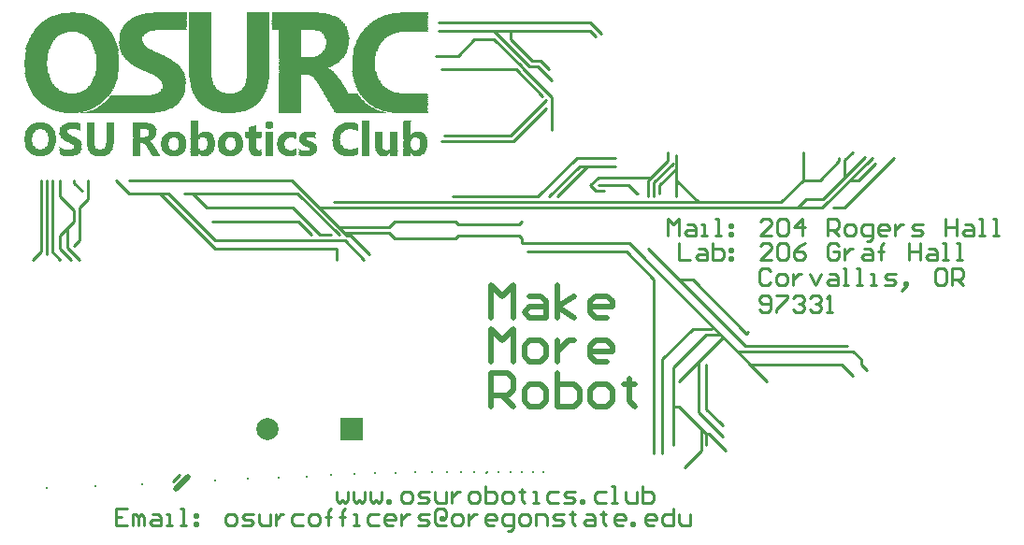
<source format=gts>
G04 Layer_Color=20142*
%FSLAX24Y24*%
%MOIN*%
G70*
G01*
G75*
%ADD10C,0.0100*%
%ADD11C,0.0197*%
%ADD12R,0.0167X0.0010*%
%ADD13R,0.0207X0.0010*%
%ADD14R,0.0177X0.0010*%
%ADD15R,0.0158X0.0010*%
%ADD16R,0.0118X0.0010*%
%ADD17R,0.0157X0.0010*%
%ADD18R,0.0148X0.0010*%
%ADD19R,0.0197X0.0010*%
%ADD20R,0.0118X0.0010*%
%ADD21R,0.0285X0.0010*%
%ADD22R,0.0335X0.0010*%
%ADD23R,0.0295X0.0010*%
%ADD24R,0.0276X0.0010*%
%ADD25R,0.0207X0.0010*%
%ADD26R,0.0246X0.0010*%
%ADD27R,0.0335X0.0010*%
%ADD28R,0.0197X0.0010*%
%ADD29R,0.0364X0.0010*%
%ADD30R,0.0423X0.0010*%
%ADD31R,0.0374X0.0010*%
%ADD32R,0.0256X0.0010*%
%ADD33R,0.0295X0.0010*%
%ADD34R,0.0345X0.0010*%
%ADD35R,0.0266X0.0010*%
%ADD36R,0.0285X0.0010*%
%ADD37R,0.0354X0.0010*%
%ADD38R,0.0374X0.0010*%
%ADD39R,0.0413X0.0010*%
%ADD40R,0.0246X0.0010*%
%ADD41R,0.0492X0.0010*%
%ADD42R,0.0433X0.0010*%
%ADD43R,0.0394X0.0010*%
%ADD44R,0.0305X0.0010*%
%ADD45R,0.0325X0.0010*%
%ADD46R,0.0404X0.0010*%
%ADD47R,0.0295X0.0010*%
%ADD48R,0.0305X0.0010*%
%ADD49R,0.0472X0.0010*%
%ADD50R,0.0541X0.0010*%
%ADD51R,0.0473X0.0010*%
%ADD52R,0.0256X0.0010*%
%ADD53R,0.0443X0.0010*%
%ADD54R,0.0345X0.0010*%
%ADD55R,0.0482X0.0010*%
%ADD56R,0.0541X0.0010*%
%ADD57R,0.0315X0.0010*%
%ADD58R,0.0512X0.0010*%
%ADD59R,0.0591X0.0010*%
%ADD60R,0.0482X0.0010*%
%ADD61R,0.0472X0.0010*%
%ADD62R,0.0354X0.0010*%
%ADD63R,0.0502X0.0010*%
%ADD64R,0.0591X0.0010*%
%ADD65R,0.0551X0.0010*%
%ADD66R,0.0620X0.0010*%
%ADD67R,0.0512X0.0010*%
%ADD68R,0.0394X0.0010*%
%ADD69R,0.0364X0.0010*%
%ADD70R,0.0492X0.0010*%
%ADD71R,0.0522X0.0010*%
%ADD72R,0.0620X0.0010*%
%ADD73R,0.0374X0.0010*%
%ADD74R,0.0384X0.0010*%
%ADD75R,0.0650X0.0010*%
%ADD76R,0.0541X0.0010*%
%ADD77R,0.0413X0.0010*%
%ADD78R,0.0551X0.0010*%
%ADD79R,0.0502X0.0010*%
%ADD80R,0.0532X0.0010*%
%ADD81R,0.0640X0.0010*%
%ADD82R,0.0669X0.0010*%
%ADD83R,0.0610X0.0010*%
%ADD84R,0.0295X0.0010*%
%ADD85R,0.0571X0.0010*%
%ADD86R,0.0433X0.0010*%
%ADD87R,0.0571X0.0010*%
%ADD88R,0.0384X0.0010*%
%ADD89R,0.0659X0.0010*%
%ADD90R,0.0413X0.0010*%
%ADD91R,0.0679X0.0010*%
%ADD92R,0.0600X0.0010*%
%ADD93R,0.0453X0.0010*%
%ADD94R,0.0561X0.0010*%
%ADD95R,0.0679X0.0010*%
%ADD96R,0.0453X0.0010*%
%ADD97R,0.0669X0.0010*%
%ADD98R,0.0689X0.0010*%
%ADD99R,0.0669X0.0010*%
%ADD100R,0.0620X0.0010*%
%ADD101R,0.0473X0.0010*%
%ADD102R,0.0630X0.0010*%
%ADD103R,0.0404X0.0010*%
%ADD104R,0.0571X0.0010*%
%ADD105R,0.0443X0.0010*%
%ADD106R,0.0709X0.0010*%
%ADD107R,0.0699X0.0010*%
%ADD108R,0.0689X0.0010*%
%ADD109R,0.0640X0.0010*%
%ADD110R,0.0748X0.0010*%
%ADD111R,0.0650X0.0010*%
%ADD112R,0.0404X0.0010*%
%ADD113R,0.0581X0.0010*%
%ADD114R,0.0463X0.0010*%
%ADD115R,0.0728X0.0010*%
%ADD116R,0.0709X0.0010*%
%ADD117R,0.0660X0.0010*%
%ADD118R,0.0758X0.0010*%
%ADD119R,0.0719X0.0010*%
%ADD120R,0.0758X0.0010*%
%ADD121R,0.0719X0.0010*%
%ADD122R,0.0728X0.0010*%
%ADD123R,0.0679X0.0010*%
%ADD124R,0.0768X0.0010*%
%ADD125R,0.0591X0.0010*%
%ADD126R,0.0758X0.0010*%
%ADD127R,0.0768X0.0010*%
%ADD128R,0.0738X0.0010*%
%ADD129R,0.0699X0.0010*%
%ADD130R,0.0768X0.0010*%
%ADD131R,0.0709X0.0010*%
%ADD132R,0.0581X0.0010*%
%ADD133R,0.0738X0.0010*%
%ADD134R,0.0748X0.0010*%
%ADD135R,0.0787X0.0010*%
%ADD136R,0.0738X0.0010*%
%ADD137R,0.0778X0.0010*%
%ADD138R,0.0423X0.0010*%
%ADD139R,0.0758X0.0010*%
%ADD140R,0.0807X0.0010*%
%ADD141R,0.0728X0.0010*%
%ADD142R,0.0787X0.0010*%
%ADD143R,0.0610X0.0010*%
%ADD144R,0.0827X0.0010*%
%ADD145R,0.0748X0.0010*%
%ADD146R,0.0846X0.0010*%
%ADD147R,0.0748X0.0010*%
%ADD148R,0.0797X0.0010*%
%ADD149R,0.0158X0.0010*%
%ADD150R,0.0778X0.0010*%
%ADD151R,0.0866X0.0010*%
%ADD152R,0.0807X0.0010*%
%ADD153R,0.0128X0.0010*%
%ADD154R,0.0778X0.0010*%
%ADD155R,0.0797X0.0010*%
%ADD156R,0.0886X0.0010*%
%ADD157R,0.0817X0.0010*%
%ADD158R,0.0325X0.0010*%
%ADD159R,0.0364X0.0010*%
%ADD160R,0.0305X0.0010*%
%ADD161R,0.0039X0.0010*%
%ADD162R,0.0118X0.0010*%
%ADD163R,0.0098X0.0010*%
%ADD164R,0.0354X0.0010*%
%ADD165R,0.0344X0.0010*%
%ADD166R,0.0896X0.0010*%
%ADD167R,0.0236X0.0010*%
%ADD168R,0.0364X0.0010*%
%ADD169R,0.0315X0.0010*%
%ADD170R,0.0286X0.0010*%
%ADD171R,0.0020X0.0010*%
%ADD172R,0.0089X0.0010*%
%ADD173R,0.0069X0.0010*%
%ADD174R,0.0246X0.0010*%
%ADD175R,0.0344X0.0010*%
%ADD176R,0.0315X0.0010*%
%ADD177R,0.0906X0.0010*%
%ADD178R,0.0197X0.0010*%
%ADD179R,0.0837X0.0010*%
%ADD180R,0.0305X0.0010*%
%ADD181R,0.0059X0.0010*%
%ADD182R,0.0049X0.0010*%
%ADD183R,0.0246X0.0010*%
%ADD184R,0.0807X0.0010*%
%ADD185R,0.0315X0.0010*%
%ADD186R,0.0276X0.0010*%
%ADD187R,0.0039X0.0010*%
%ADD188R,0.0030X0.0010*%
%ADD189R,0.0187X0.0010*%
%ADD190R,0.0138X0.0010*%
%ADD191R,0.0335X0.0010*%
%ADD192R,0.0276X0.0010*%
%ADD193R,0.0010X0.0010*%
%ADD194R,0.0108X0.0010*%
%ADD195R,0.0286X0.0010*%
%ADD196R,0.0266X0.0010*%
%ADD197R,0.0236X0.0010*%
%ADD198R,0.0335X0.0010*%
%ADD199R,0.0098X0.0010*%
%ADD200R,0.0266X0.0010*%
%ADD201R,0.0079X0.0010*%
%ADD202R,0.0079X0.0010*%
%ADD203R,0.0266X0.0010*%
%ADD204R,0.0059X0.0010*%
%ADD205R,0.0276X0.0010*%
%ADD206R,0.0059X0.0010*%
%ADD207R,0.0010X0.0010*%
%ADD208R,0.0256X0.0010*%
%ADD209R,0.0256X0.0010*%
%ADD210R,0.0433X0.0010*%
%ADD211R,0.0492X0.0010*%
%ADD212R,0.0492X0.0010*%
%ADD213R,0.0482X0.0010*%
%ADD214R,0.0413X0.0010*%
%ADD215R,0.0660X0.0010*%
%ADD216R,0.0610X0.0010*%
%ADD217R,0.0384X0.0010*%
%ADD218R,0.0502X0.0010*%
%ADD219R,0.0591X0.0010*%
%ADD220R,0.0600X0.0010*%
%ADD221R,0.0522X0.0010*%
%ADD222R,0.0541X0.0010*%
%ADD223R,0.0699X0.0010*%
%ADD224R,0.0010X0.0010*%
%ADD225R,0.0522X0.0010*%
%ADD226R,0.0069X0.0010*%
%ADD227R,0.0020X0.0010*%
%ADD228R,0.0561X0.0010*%
%ADD229R,0.0354X0.0010*%
%ADD230R,0.0138X0.0010*%
%ADD231R,0.0817X0.0010*%
%ADD232R,0.0148X0.0010*%
%ADD233R,0.0807X0.0010*%
%ADD234R,0.0659X0.0010*%
%ADD235R,0.0630X0.0010*%
%ADD236R,0.0640X0.0010*%
%ADD237R,0.0532X0.0010*%
%ADD238R,0.0522X0.0010*%
%ADD239R,0.0463X0.0010*%
%ADD240R,0.0561X0.0010*%
%ADD241R,0.0561X0.0010*%
%ADD242R,0.0325X0.0010*%
%ADD243R,0.0226X0.0010*%
%ADD244R,0.0177X0.0010*%
%ADD245R,0.0217X0.0010*%
%ADD246R,0.0167X0.0010*%
%ADD247R,0.0010X0.0010*%
%ADD248R,0.0128X0.0010*%
%ADD249R,0.0108X0.0010*%
%ADD250R,0.0905X0.0010*%
%ADD251R,0.0374X0.0010*%
%ADD252R,0.0876X0.0010*%
%ADD253R,0.0709X0.0010*%
%ADD254R,0.0866X0.0010*%
%ADD255R,0.0797X0.0010*%
%ADD256R,0.0847X0.0010*%
%ADD257R,0.0797X0.0010*%
%ADD258R,0.0827X0.0010*%
%ADD259R,0.0226X0.0010*%
%ADD260R,0.0217X0.0010*%
%ADD261R,0.0187X0.0010*%
%ADD262R,0.0630X0.0010*%
%ADD263R,0.0610X0.0010*%
%ADD264R,0.0551X0.0010*%
%ADD265R,0.0512X0.0010*%
%ADD266R,0.0236X0.0010*%
%ADD267R,0.0177X0.0010*%
%ADD268R,0.0099X0.0010*%
%ADD269R,0.1063X0.0010*%
%ADD270R,0.2461X0.0010*%
%ADD271R,0.1821X0.0010*%
%ADD272R,0.1171X0.0010*%
%ADD273R,0.2500X0.0010*%
%ADD274R,0.1752X0.0010*%
%ADD275R,0.1260X0.0010*%
%ADD276R,0.2520X0.0010*%
%ADD277R,0.0689X0.0010*%
%ADD278R,0.1713X0.0010*%
%ADD279R,0.1339X0.0010*%
%ADD280R,0.2539X0.0010*%
%ADD281R,0.1663X0.0010*%
%ADD282R,0.1398X0.0010*%
%ADD283R,0.2559X0.0010*%
%ADD284R,0.0886X0.0010*%
%ADD285R,0.1644X0.0010*%
%ADD286R,0.1447X0.0010*%
%ADD287R,0.0935X0.0010*%
%ADD288R,0.2569X0.0010*%
%ADD289R,0.0984X0.0010*%
%ADD290R,0.1614X0.0010*%
%ADD291R,0.1486X0.0010*%
%ADD292R,0.1024X0.0010*%
%ADD293R,0.2569X0.0010*%
%ADD294R,0.1053X0.0010*%
%ADD295R,0.1585X0.0010*%
%ADD296R,0.1536X0.0010*%
%ADD297R,0.1083X0.0010*%
%ADD298R,0.2589X0.0010*%
%ADD299R,0.1112X0.0010*%
%ADD300R,0.1565X0.0010*%
%ADD301R,0.1142X0.0010*%
%ADD302R,0.2598X0.0010*%
%ADD303R,0.1181X0.0010*%
%ADD304R,0.1545X0.0010*%
%ADD305R,0.1594X0.0010*%
%ADD306R,0.1201X0.0010*%
%ADD307R,0.2608X0.0010*%
%ADD308R,0.1250X0.0010*%
%ADD309R,0.1535X0.0010*%
%ADD310R,0.1624X0.0010*%
%ADD311R,0.1260X0.0010*%
%ADD312R,0.2608X0.0010*%
%ADD313R,0.1289X0.0010*%
%ADD314R,0.1516X0.0010*%
%ADD315R,0.1319X0.0010*%
%ADD316R,0.2618X0.0010*%
%ADD317R,0.1339X0.0010*%
%ADD318R,0.1496X0.0010*%
%ADD319R,0.1693X0.0010*%
%ADD320R,0.1368X0.0010*%
%ADD321R,0.1388X0.0010*%
%ADD322R,0.1486X0.0010*%
%ADD323R,0.1713X0.0010*%
%ADD324R,0.1407X0.0010*%
%ADD325R,0.2628X0.0010*%
%ADD326R,0.1427X0.0010*%
%ADD327R,0.1467X0.0010*%
%ADD328R,0.1732X0.0010*%
%ADD329R,0.1457X0.0010*%
%ADD330R,0.2628X0.0010*%
%ADD331R,0.1762X0.0010*%
%ADD332R,0.1496X0.0010*%
%ADD333R,0.1526X0.0010*%
%ADD334R,0.1447X0.0010*%
%ADD335R,0.1782X0.0010*%
%ADD336R,0.1545X0.0010*%
%ADD337R,0.1555X0.0010*%
%ADD338R,0.1437X0.0010*%
%ADD339R,0.1801X0.0010*%
%ADD340R,0.1585X0.0010*%
%ADD341R,0.2638X0.0010*%
%ADD342R,0.1417X0.0010*%
%ADD343R,0.1831X0.0010*%
%ADD344R,0.1624X0.0010*%
%ADD345R,0.2638X0.0010*%
%ADD346R,0.1850X0.0010*%
%ADD347R,0.1407X0.0010*%
%ADD348R,0.1870X0.0010*%
%ADD349R,0.1703X0.0010*%
%ADD350R,0.1693X0.0010*%
%ADD351R,0.1880X0.0010*%
%ADD352R,0.1722X0.0010*%
%ADD353R,0.1388X0.0010*%
%ADD354R,0.1900X0.0010*%
%ADD355R,0.1762X0.0010*%
%ADD356R,0.2648X0.0010*%
%ADD357R,0.1919X0.0010*%
%ADD358R,0.1782X0.0010*%
%ADD359R,0.1368X0.0010*%
%ADD360R,0.1939X0.0010*%
%ADD361R,0.2648X0.0010*%
%ADD362R,0.1811X0.0010*%
%ADD363R,0.1358X0.0010*%
%ADD364R,0.1949X0.0010*%
%ADD365R,0.1860X0.0010*%
%ADD366R,0.2648X0.0010*%
%ADD367R,0.1841X0.0010*%
%ADD368R,0.1348X0.0010*%
%ADD369R,0.1969X0.0010*%
%ADD370R,0.1890X0.0010*%
%ADD371R,0.1860X0.0010*%
%ADD372R,0.1348X0.0010*%
%ADD373R,0.1988X0.0010*%
%ADD374R,0.1329X0.0010*%
%ADD375R,0.1998X0.0010*%
%ADD376R,0.1959X0.0010*%
%ADD377R,0.1919X0.0010*%
%ADD378R,0.1329X0.0010*%
%ADD379R,0.2008X0.0010*%
%ADD380R,0.1978X0.0010*%
%ADD381R,0.1949X0.0010*%
%ADD382R,0.1319X0.0010*%
%ADD383R,0.2028X0.0010*%
%ADD384R,0.1998X0.0010*%
%ADD385R,0.2037X0.0010*%
%ADD386R,0.2037X0.0010*%
%ADD387R,0.1309X0.0010*%
%ADD388R,0.2057X0.0010*%
%ADD389R,0.2057X0.0010*%
%ADD390R,0.2648X0.0010*%
%ADD391R,0.1299X0.0010*%
%ADD392R,0.2067X0.0010*%
%ADD393R,0.2077X0.0010*%
%ADD394R,0.1299X0.0010*%
%ADD395R,0.2106X0.0010*%
%ADD396R,0.2047X0.0010*%
%ADD397R,0.2097X0.0010*%
%ADD398R,0.2136X0.0010*%
%ADD399R,0.1280X0.0010*%
%ADD400R,0.2106X0.0010*%
%ADD401R,0.2156X0.0010*%
%ADD402R,0.2638X0.0010*%
%ADD403R,0.2087X0.0010*%
%ADD404R,0.1280X0.0010*%
%ADD405R,0.2116X0.0010*%
%ADD406R,0.2185X0.0010*%
%ADD407R,0.1270X0.0010*%
%ADD408R,0.2126X0.0010*%
%ADD409R,0.2215X0.0010*%
%ADD410R,0.2126X0.0010*%
%ADD411R,0.1270X0.0010*%
%ADD412R,0.2136X0.0010*%
%ADD413R,0.2234X0.0010*%
%ADD414R,0.2628X0.0010*%
%ADD415R,0.2146X0.0010*%
%ADD416R,0.1260X0.0010*%
%ADD417R,0.2156X0.0010*%
%ADD418R,0.2254X0.0010*%
%ADD419R,0.2165X0.0010*%
%ADD420R,0.2274X0.0010*%
%ADD421R,0.2628X0.0010*%
%ADD422R,0.2185X0.0010*%
%ADD423R,0.1250X0.0010*%
%ADD424R,0.2175X0.0010*%
%ADD425R,0.2293X0.0010*%
%ADD426R,0.2205X0.0010*%
%ADD427R,0.2185X0.0010*%
%ADD428R,0.2313X0.0010*%
%ADD429R,0.2195X0.0010*%
%ADD430R,0.2333X0.0010*%
%ADD431R,0.2224X0.0010*%
%ADD432R,0.1240X0.0010*%
%ADD433R,0.2205X0.0010*%
%ADD434R,0.2352X0.0010*%
%ADD435R,0.2618X0.0010*%
%ADD436R,0.2244X0.0010*%
%ADD437R,0.1240X0.0010*%
%ADD438R,0.2372X0.0010*%
%ADD439R,0.2264X0.0010*%
%ADD440R,0.1230X0.0010*%
%ADD441R,0.2224X0.0010*%
%ADD442R,0.2392X0.0010*%
%ADD443R,0.2283X0.0010*%
%ADD444R,0.1230X0.0010*%
%ADD445R,0.2234X0.0010*%
%ADD446R,0.2411X0.0010*%
%ADD447R,0.2608X0.0010*%
%ADD448R,0.2293X0.0010*%
%ADD449R,0.2431X0.0010*%
%ADD450R,0.2608X0.0010*%
%ADD451R,0.2303X0.0010*%
%ADD452R,0.1220X0.0010*%
%ADD453R,0.2254X0.0010*%
%ADD454R,0.2451X0.0010*%
%ADD455R,0.2323X0.0010*%
%ADD456R,0.1220X0.0010*%
%ADD457R,0.2264X0.0010*%
%ADD458R,0.2471X0.0010*%
%ADD459R,0.2598X0.0010*%
%ADD460R,0.2333X0.0010*%
%ADD461R,0.1211X0.0010*%
%ADD462R,0.2274X0.0010*%
%ADD463R,0.2490X0.0010*%
%ADD464R,0.2599X0.0010*%
%ADD465R,0.2343X0.0010*%
%ADD466R,0.1211X0.0010*%
%ADD467R,0.2284X0.0010*%
%ADD468R,0.2510X0.0010*%
%ADD469R,0.2362X0.0010*%
%ADD470R,0.2284X0.0010*%
%ADD471R,0.2530X0.0010*%
%ADD472R,0.2589X0.0010*%
%ADD473R,0.2372X0.0010*%
%ADD474R,0.1211X0.0010*%
%ADD475R,0.2549X0.0010*%
%ADD476R,0.2382X0.0010*%
%ADD477R,0.2303X0.0010*%
%ADD478R,0.2549X0.0010*%
%ADD479R,0.2589X0.0010*%
%ADD480R,0.2402X0.0010*%
%ADD481R,0.1201X0.0010*%
%ADD482R,0.2313X0.0010*%
%ADD483R,0.1201X0.0010*%
%ADD484R,0.2323X0.0010*%
%ADD485R,0.2589X0.0010*%
%ADD486R,0.2579X0.0010*%
%ADD487R,0.2421X0.0010*%
%ADD488R,0.1191X0.0010*%
%ADD489R,0.2579X0.0010*%
%ADD490R,0.2431X0.0010*%
%ADD491R,0.1191X0.0010*%
%ADD492R,0.2343X0.0010*%
%ADD493R,0.2461X0.0010*%
%ADD494R,0.2352X0.0010*%
%ADD495R,0.2657X0.0010*%
%ADD496R,0.1191X0.0010*%
%ADD497R,0.2470X0.0010*%
%ADD498R,0.2362X0.0010*%
%ADD499R,0.2667X0.0010*%
%ADD500R,0.1132X0.0010*%
%ADD501R,0.2470X0.0010*%
%ADD502R,0.1181X0.0010*%
%ADD503R,0.2687X0.0010*%
%ADD504R,0.1083X0.0010*%
%ADD505R,0.2490X0.0010*%
%ADD506R,0.2372X0.0010*%
%ADD507R,0.2707X0.0010*%
%ADD508R,0.2490X0.0010*%
%ADD509R,0.1191X0.0010*%
%ADD510R,0.2382X0.0010*%
%ADD511R,0.2707X0.0010*%
%ADD512R,0.1024X0.0010*%
%ADD513R,0.2510X0.0010*%
%ADD514R,0.2392X0.0010*%
%ADD515R,0.2726X0.0010*%
%ADD516R,0.0994X0.0010*%
%ADD517R,0.1260X0.0010*%
%ADD518R,0.0975X0.0010*%
%ADD519R,0.1161X0.0010*%
%ADD520R,0.0866X0.0010*%
%ADD521R,0.1447X0.0010*%
%ADD522R,0.0965X0.0010*%
%ADD523R,0.1093X0.0010*%
%ADD524R,0.1378X0.0010*%
%ADD525R,0.1152X0.0010*%
%ADD526R,0.0945X0.0010*%
%ADD527R,0.1083X0.0010*%
%ADD528R,0.1063X0.0010*%
%ADD529R,0.0866X0.0010*%
%ADD530R,0.1152X0.0010*%
%ADD531R,0.1132X0.0010*%
%ADD532R,0.0925X0.0010*%
%ADD533R,0.1043X0.0010*%
%ADD534R,0.1024X0.0010*%
%ADD535R,0.1102X0.0010*%
%ADD536R,0.1033X0.0010*%
%ADD537R,0.0994X0.0010*%
%ADD538R,0.0905X0.0010*%
%ADD539R,0.1004X0.0010*%
%ADD540R,0.1063X0.0010*%
%ADD541R,0.0896X0.0010*%
%ADD542R,0.1053X0.0010*%
%ADD543R,0.0974X0.0010*%
%ADD544R,0.0955X0.0010*%
%ADD545R,0.1034X0.0010*%
%ADD546R,0.0876X0.0010*%
%ADD547R,0.0955X0.0010*%
%ADD548R,0.1171X0.0010*%
%ADD549R,0.0935X0.0010*%
%ADD550R,0.1014X0.0010*%
%ADD551R,0.0856X0.0010*%
%ADD552R,0.0915X0.0010*%
%ADD553R,0.1132X0.0010*%
%ADD554R,0.0856X0.0010*%
%ADD555R,0.0925X0.0010*%
%ADD556R,0.1122X0.0010*%
%ADD557R,0.0847X0.0010*%
%ADD558R,0.1102X0.0010*%
%ADD559R,0.0974X0.0010*%
%ADD560R,0.0846X0.0010*%
%ADD561R,0.0886X0.0010*%
%ADD562R,0.1102X0.0010*%
%ADD563R,0.0837X0.0010*%
%ADD564R,0.0896X0.0010*%
%ADD565R,0.0837X0.0010*%
%ADD566R,0.1073X0.0010*%
%ADD567R,0.0984X0.0010*%
%ADD568R,0.0827X0.0010*%
%ADD569R,0.1073X0.0010*%
%ADD570R,0.0945X0.0010*%
%ADD571R,0.0886X0.0010*%
%ADD572R,0.1053X0.0010*%
%ADD573R,0.0935X0.0010*%
%ADD574R,0.1033X0.0010*%
%ADD575R,0.0817X0.0010*%
%ADD576R,0.0817X0.0010*%
%ADD577R,0.0935X0.0010*%
%ADD578R,0.0915X0.0010*%
%ADD579R,0.0827X0.0010*%
%ADD580R,0.1014X0.0010*%
%ADD581R,0.0906X0.0010*%
%ADD582R,0.0837X0.0010*%
%ADD583R,0.0984X0.0010*%
%ADD584R,0.0915X0.0010*%
%ADD585R,0.0896X0.0010*%
%ADD586R,0.0915X0.0010*%
%ADD587R,0.0965X0.0010*%
%ADD588R,0.0965X0.0010*%
%ADD589R,0.0945X0.0010*%
%ADD590R,0.0778X0.0010*%
%ADD591R,0.0788X0.0010*%
%ADD592R,0.0788X0.0010*%
%ADD593R,0.0876X0.0010*%
%ADD594R,0.0876X0.0010*%
%ADD595R,0.0965X0.0010*%
%ADD596R,0.1004X0.0010*%
%ADD597R,0.1043X0.0010*%
%ADD598R,0.1112X0.0010*%
%ADD599R,0.0768X0.0010*%
%ADD600R,0.1998X0.0010*%
%ADD601R,0.1161X0.0010*%
%ADD602R,0.1978X0.0010*%
%ADD603R,0.1959X0.0010*%
%ADD604R,0.1240X0.0010*%
%ADD605R,0.1949X0.0010*%
%ADD606R,0.1939X0.0010*%
%ADD607R,0.1929X0.0010*%
%ADD608R,0.1900X0.0010*%
%ADD609R,0.1890X0.0010*%
%ADD610R,0.1339X0.0010*%
%ADD611R,0.1880X0.0010*%
%ADD612R,0.1358X0.0010*%
%ADD613R,0.1870X0.0010*%
%ADD614R,0.1368X0.0010*%
%ADD615R,0.1841X0.0010*%
%ADD616R,0.1831X0.0010*%
%ADD617R,0.1427X0.0010*%
%ADD618R,0.1467X0.0010*%
%ADD619R,0.1762X0.0010*%
%ADD620R,0.1732X0.0010*%
%ADD621R,0.1506X0.0010*%
%ADD622R,0.1791X0.0010*%
%ADD623R,0.1821X0.0010*%
%ADD624R,0.1565X0.0010*%
%ADD625R,0.1575X0.0010*%
%ADD626R,0.1575X0.0010*%
%ADD627R,0.1594X0.0010*%
%ADD628R,0.1909X0.0010*%
%ADD629R,0.1594X0.0010*%
%ADD630R,0.1929X0.0010*%
%ADD631R,0.1604X0.0010*%
%ADD632R,0.1604X0.0010*%
%ADD633R,0.1614X0.0010*%
%ADD634R,0.2018X0.0010*%
%ADD635R,0.1624X0.0010*%
%ADD636R,0.2047X0.0010*%
%ADD637R,0.1624X0.0010*%
%ADD638R,0.2136X0.0010*%
%ADD639R,0.2146X0.0010*%
%ADD640R,0.2165X0.0010*%
%ADD641R,0.1594X0.0010*%
%ADD642R,0.2224X0.0010*%
%ADD643R,0.1565X0.0010*%
%ADD644R,0.1555X0.0010*%
%ADD645R,0.1545X0.0010*%
%ADD646R,0.1535X0.0010*%
%ADD647R,0.1516X0.0010*%
%ADD648R,0.2274X0.0010*%
%ADD649R,0.1506X0.0010*%
%ADD650R,0.1496X0.0010*%
%ADD651R,0.1486X0.0010*%
%ADD652R,0.1004X0.0010*%
%ADD653R,0.1467X0.0010*%
%ADD654R,0.1457X0.0010*%
%ADD655R,0.0955X0.0010*%
%ADD656R,0.1447X0.0010*%
%ADD657R,0.1427X0.0010*%
%ADD658R,0.1407X0.0010*%
%ADD659R,0.1378X0.0010*%
%ADD660R,0.1329X0.0010*%
%ADD661R,0.1309X0.0010*%
%ADD662R,0.1152X0.0010*%
%ADD663R,0.1142X0.0010*%
%ADD664R,0.1122X0.0010*%
%ADD665R,0.1053X0.0010*%
%ADD666R,0.1034X0.0010*%
%ADD667R,0.0955X0.0010*%
%ADD668R,0.1014X0.0010*%
%ADD669R,0.0984X0.0010*%
%ADD670R,0.1004X0.0010*%
%ADD671R,0.1142X0.0010*%
%ADD672R,0.1211X0.0010*%
%ADD673R,0.1240X0.0010*%
%ADD674R,0.1171X0.0010*%
%ADD675R,0.1398X0.0010*%
%ADD676R,0.2726X0.0010*%
%ADD677R,0.2697X0.0010*%
%ADD678R,0.2677X0.0010*%
%ADD679R,0.1073X0.0010*%
%ADD680R,0.1102X0.0010*%
%ADD681R,0.2303X0.0010*%
%ADD682R,0.2677X0.0010*%
%ADD683R,0.2667X0.0010*%
%ADD684R,0.2224X0.0010*%
%ADD685R,0.2283X0.0010*%
%ADD686R,0.2215X0.0010*%
%ADD687R,0.2205X0.0010*%
%ADD688R,0.2657X0.0010*%
%ADD689R,0.2195X0.0010*%
%ADD690R,0.2510X0.0010*%
%ADD691R,0.2264X0.0010*%
%ADD692R,0.2185X0.0010*%
%ADD693R,0.2254X0.0010*%
%ADD694R,0.2156X0.0010*%
%ADD695R,0.2244X0.0010*%
%ADD696R,0.2146X0.0010*%
%ADD697R,0.2412X0.0010*%
%ADD698R,0.2234X0.0010*%
%ADD699R,0.2116X0.0010*%
%ADD700R,0.2352X0.0010*%
%ADD701R,0.2214X0.0010*%
%ADD702R,0.2097X0.0010*%
%ADD703R,0.2195X0.0010*%
%ADD704R,0.2274X0.0010*%
%ADD705R,0.2579X0.0010*%
%ADD706R,0.2047X0.0010*%
%ADD707R,0.2165X0.0010*%
%ADD708R,0.2205X0.0010*%
%ADD709R,0.2559X0.0010*%
%ADD710R,0.2136X0.0010*%
%ADD711R,0.2126X0.0010*%
%ADD712R,0.2539X0.0010*%
%ADD713R,0.1988X0.0010*%
%ADD714R,0.2116X0.0010*%
%ADD715R,0.1969X0.0010*%
%ADD716R,0.2520X0.0010*%
%ADD717R,0.2096X0.0010*%
%ADD718R,0.2067X0.0010*%
%ADD719R,0.2057X0.0010*%
%ADD720R,0.2480X0.0010*%
%ADD721R,0.2047X0.0010*%
%ADD722R,0.1929X0.0010*%
%ADD723R,0.2028X0.0010*%
%ADD724R,0.2018X0.0010*%
%ADD725R,0.2441X0.0010*%
%ADD726R,0.1850X0.0010*%
%ADD727R,0.2008X0.0010*%
%ADD728R,0.1841X0.0010*%
%ADD729R,0.1831X0.0010*%
%ADD730R,0.2421X0.0010*%
%ADD731R,0.1791X0.0010*%
%ADD732R,0.1978X0.0010*%
%ADD733R,0.2411X0.0010*%
%ADD734R,0.1959X0.0010*%
%ADD735R,0.1939X0.0010*%
%ADD736R,0.1772X0.0010*%
%ADD737R,0.1909X0.0010*%
%ADD738R,0.1890X0.0010*%
%ADD739R,0.1870X0.0010*%
%ADD740R,0.1683X0.0010*%
%ADD741R,0.1663X0.0010*%
%ADD742R,0.1644X0.0010*%
%ADD743R,0.1811X0.0010*%
%ADD744R,0.1791X0.0010*%
%ADD745R,0.1309X0.0010*%
%ADD746R,0.1742X0.0010*%
%ADD747R,0.1516X0.0010*%
%ADD748R,0.1683X0.0010*%
%ADD749R,0.1486X0.0010*%
%ADD750R,0.1654X0.0010*%
%ADD751R,0.1614X0.0010*%
%ADD752R,0.1427X0.0010*%
%ADD753R,0.1545X0.0010*%
%ADD754R,0.1339X0.0010*%
%ADD755R,0.1289X0.0010*%
%ADD756R,0.1378X0.0010*%
%ADD757R,0.1309X0.0010*%
%ADD758R,0.1772X0.0010*%
%ADD759R,0.0226X0.0010*%
%ADD760R,0.1654X0.0010*%
%ADD761R,0.0975X0.0010*%
%ADD795C,0.0080*%
%ADD796R,0.0789X0.0789*%
%ADD797C,0.0789*%
D10*
X15323Y12366D02*
X15559Y12602D01*
X35784Y17661D02*
X35842Y17720D01*
X33858Y19587D02*
X35784Y17661D01*
X33366Y19587D02*
X33858D01*
X35725Y17228D02*
X39373D01*
X35433Y17520D02*
X35725Y17228D01*
X32283Y20669D02*
X35433Y17520D01*
X27953Y20571D02*
X31496D01*
X32480Y19587D01*
Y13386D02*
Y19587D01*
X34843Y14469D02*
X34941Y14370D01*
X34350Y14961D02*
X34843Y14469D01*
X34350Y14961D02*
Y16535D01*
X34055Y14862D02*
X34941Y13976D01*
X34055Y14862D02*
Y16634D01*
X33366Y15945D02*
X34941Y17520D01*
X34449Y14075D02*
X35039Y13484D01*
X34350Y14075D02*
X34449D01*
X33563Y12894D02*
X34154Y13484D01*
Y14272D01*
X34350Y13681D02*
Y14075D01*
X33366Y15059D02*
X34350Y14075D01*
X33169Y15059D02*
X33366D01*
X32776Y13386D02*
Y16732D01*
X33858Y17815D01*
X34547D01*
X33169Y13681D02*
Y16437D01*
X34350Y17618D01*
X34843D01*
X39173Y16535D02*
X39567Y16142D01*
X38287Y16535D02*
X39173D01*
X35925D02*
X38287D01*
X39862D02*
X40059Y16339D01*
X39862Y16535D02*
Y16732D01*
X39567Y17028D02*
X39862Y16732D01*
X35433Y17028D02*
X39567D01*
X31594Y20866D02*
X36516Y15945D01*
X29035Y20866D02*
X31594D01*
X27559Y27067D02*
X28500Y26126D01*
X24902Y27067D02*
X27559D01*
X27362Y24705D02*
X28642Y25984D01*
X25000Y24705D02*
X27362D01*
X27461Y24508D02*
X28639Y25686D01*
X24902Y24508D02*
X27461D01*
X28839Y24902D02*
Y26095D01*
X27811Y27122D02*
X28839Y26095D01*
X27762Y27172D02*
X27811Y27122D01*
X26784Y28150D02*
X27762Y27172D01*
X26083Y28150D02*
X26784D01*
X25492Y27559D02*
X26083Y28150D01*
X24705Y27559D02*
X25492D01*
X28429Y27365D02*
X28728Y27067D01*
X28146Y27365D02*
X28429D01*
X27362Y28150D02*
X28146Y27365D01*
X27362Y28150D02*
Y28445D01*
X28346Y27165D02*
X28839Y26673D01*
X28051Y27165D02*
X28346D01*
X26772Y28445D02*
X28051Y27165D01*
X25787Y28445D02*
X26772D01*
X30217D02*
X30413Y28248D01*
X24803Y28445D02*
X30217D01*
Y28740D02*
X30610Y28346D01*
X24803Y28740D02*
X30217D01*
X33268Y23130D02*
X34055Y22343D01*
X33268Y23130D02*
Y23228D01*
X30512Y22936D02*
X31582D01*
X31880Y22638D01*
X31890D01*
X30413Y22736D02*
X30709D01*
X30217Y22933D02*
X30413Y22736D01*
X30217Y22933D02*
X30506Y23222D01*
X32388D01*
X30118Y23622D02*
X30709D01*
X29035Y22539D02*
X30118Y23622D01*
X30217D02*
X31102D01*
X29823D02*
X30217D01*
X28740Y22539D02*
X29823Y23622D01*
X32280Y22543D02*
Y22638D01*
Y23114D01*
X32972Y23806D01*
Y24114D01*
X39272Y22146D02*
X41043Y23917D01*
X38878Y22146D02*
X39272D01*
X32677Y22933D02*
X33268Y23524D01*
X32677Y22638D02*
Y22933D01*
X34449Y22343D02*
X34646D01*
X32480Y22543D02*
Y23031D01*
X33169Y23720D01*
X33268Y22543D02*
Y24016D01*
X25292Y22543D02*
X28346D01*
X29721Y23917D01*
X31102D01*
X28642Y20866D02*
X30217D01*
X27756D02*
X28642D01*
X27756D02*
Y21063D01*
X27657Y21161D02*
X27756Y21063D01*
X25492Y21161D02*
X27657D01*
X25394Y21063D02*
X25492Y21161D01*
X23228Y21063D02*
X25394D01*
X23130Y21161D02*
X23228Y21063D01*
X23031Y21260D02*
X23130Y21161D01*
X21444Y21260D02*
X23031D01*
X27657Y21555D02*
X27756Y21654D01*
X25492Y21555D02*
X27657D01*
X25394Y21654D02*
X25492Y21555D01*
X23228Y21654D02*
X25394D01*
X23031Y21457D02*
X23228Y21654D01*
X21260Y21457D02*
X23031D01*
X39078Y23914D02*
X39084D01*
Y23828D02*
Y23914D01*
X38386Y23130D02*
X39084Y23828D01*
X37795Y23130D02*
X38386D01*
X37795Y24016D02*
Y24114D01*
Y23130D02*
Y24016D01*
X37008Y22343D02*
X37795Y23130D01*
X21063Y22343D02*
X37008D01*
X39764Y23130D02*
X40354Y23720D01*
X39469Y23130D02*
X39764D01*
X39284Y23831D02*
X39567Y24114D01*
X39284Y23228D02*
Y23831D01*
X38497Y22441D02*
X40016Y23960D01*
X37906Y22441D02*
X38497D01*
X37598Y22133D02*
X37906Y22441D01*
X38472Y22133D02*
X40256Y23917D01*
X20571Y22133D02*
X38472D01*
X20276Y21165D02*
X20285D01*
X19787Y21654D02*
X20276Y21165D01*
X16732Y21654D02*
X19787D01*
X21161Y20276D02*
Y20669D01*
X16831D02*
X21161D01*
X14862Y22638D02*
X16831Y20669D01*
X14173Y22638D02*
X14862D01*
X20568Y21165D02*
X20974D01*
X19587Y22146D02*
X20568Y21165D01*
X16535Y22146D02*
X19587D01*
X16043Y22638D02*
X16535Y22146D01*
X19783Y22638D02*
X21257Y21165D01*
X15748Y22638D02*
X19783D01*
X21654Y21161D02*
X22343Y20472D01*
X21543Y21161D02*
X21654D01*
X19574Y23130D02*
X21543Y21161D01*
X14948Y23130D02*
X19574D01*
X13780D02*
X14948D01*
X21457Y20965D02*
X22146Y20276D01*
X16831Y20965D02*
X21457D01*
X15157Y22638D02*
X16831Y20965D01*
X13780Y22638D02*
X15157D01*
X13287Y23130D02*
X13780Y22638D01*
X11811Y23028D02*
X12103Y22736D01*
X11811Y23028D02*
Y23130D01*
Y20768D02*
X12011Y20968D01*
Y21361D01*
Y22149D01*
X12303Y22441D01*
Y23130D01*
X11565Y20719D02*
X12008Y20276D01*
X11565Y20719D02*
Y21407D01*
X11319Y20669D02*
X11713Y20276D01*
X11319Y20669D02*
Y21161D01*
X11811Y21654D01*
Y22047D01*
X11319Y22539D02*
X11811Y22047D01*
X11319Y22539D02*
Y23130D01*
X10335Y20276D02*
X10630Y20571D01*
Y23130D01*
X11024Y20571D02*
X11319Y20276D01*
X11024Y20571D02*
Y23130D01*
X10827Y20472D02*
Y23130D01*
X21161Y12014D02*
Y11714D01*
X21261Y11614D01*
X21361Y11714D01*
X21461Y11614D01*
X21561Y11714D01*
Y12014D01*
X21761D02*
Y11714D01*
X21861Y11614D01*
X21961Y11714D01*
X22061Y11614D01*
X22161Y11714D01*
Y12014D01*
X22361D02*
Y11714D01*
X22461Y11614D01*
X22561Y11714D01*
X22661Y11614D01*
X22761Y11714D01*
Y12014D01*
X22961Y11614D02*
Y11714D01*
X23061D01*
Y11614D01*
X22961D01*
X23561D02*
X23761D01*
X23861Y11714D01*
Y11914D01*
X23761Y12014D01*
X23561D01*
X23461Y11914D01*
Y11714D01*
X23561Y11614D01*
X24060D02*
X24360D01*
X24460Y11714D01*
X24360Y11814D01*
X24160D01*
X24060Y11914D01*
X24160Y12014D01*
X24460D01*
X24660D02*
Y11714D01*
X24760Y11614D01*
X25060D01*
Y12014D01*
X25260D02*
Y11614D01*
Y11814D01*
X25360Y11914D01*
X25460Y12014D01*
X25560D01*
X25960Y11614D02*
X26160D01*
X26260Y11714D01*
Y11914D01*
X26160Y12014D01*
X25960D01*
X25860Y11914D01*
Y11714D01*
X25960Y11614D01*
X26460Y12214D02*
Y11614D01*
X26760D01*
X26860Y11714D01*
Y11814D01*
Y11914D01*
X26760Y12014D01*
X26460D01*
X27159Y11614D02*
X27359D01*
X27459Y11714D01*
Y11914D01*
X27359Y12014D01*
X27159D01*
X27060Y11914D01*
Y11714D01*
X27159Y11614D01*
X27759Y12114D02*
Y12014D01*
X27659D01*
X27859D01*
X27759D01*
Y11714D01*
X27859Y11614D01*
X28159D02*
X28359D01*
X28259D01*
Y12014D01*
X28159D01*
X29059D02*
X28759D01*
X28659Y11914D01*
Y11714D01*
X28759Y11614D01*
X29059D01*
X29259D02*
X29559D01*
X29659Y11714D01*
X29559Y11814D01*
X29359D01*
X29259Y11914D01*
X29359Y12014D01*
X29659D01*
X29859Y11614D02*
Y11714D01*
X29959D01*
Y11614D01*
X29859D01*
X30758Y12014D02*
X30458D01*
X30358Y11914D01*
Y11714D01*
X30458Y11614D01*
X30758D01*
X30958D02*
X31158D01*
X31058D01*
Y12214D01*
X30958D01*
X31458Y12014D02*
Y11714D01*
X31558Y11614D01*
X31858D01*
Y12014D01*
X32058Y12214D02*
Y11614D01*
X32358D01*
X32458Y11714D01*
Y11814D01*
Y11914D01*
X32358Y12014D01*
X32058D01*
X13687Y11427D02*
X13287D01*
Y10827D01*
X13687D01*
X13287Y11127D02*
X13487D01*
X13887Y10827D02*
Y11227D01*
X13987D01*
X14087Y11127D01*
Y10827D01*
Y11127D01*
X14187Y11227D01*
X14287Y11127D01*
Y10827D01*
X14587Y11227D02*
X14787D01*
X14887Y11127D01*
Y10827D01*
X14587D01*
X14487Y10927D01*
X14587Y11027D01*
X14887D01*
X15087Y10827D02*
X15287D01*
X15187D01*
Y11227D01*
X15087D01*
X15587Y10827D02*
X15787D01*
X15687D01*
Y11427D01*
X15587D01*
X16086Y11227D02*
X16186D01*
Y11127D01*
X16086D01*
Y11227D01*
Y10927D02*
X16186D01*
Y10827D01*
X16086D01*
Y10927D01*
X17286Y10827D02*
X17486D01*
X17586Y10927D01*
Y11127D01*
X17486Y11227D01*
X17286D01*
X17186Y11127D01*
Y10927D01*
X17286Y10827D01*
X17786D02*
X18086D01*
X18186Y10927D01*
X18086Y11027D01*
X17886D01*
X17786Y11127D01*
X17886Y11227D01*
X18186D01*
X18386D02*
Y10927D01*
X18486Y10827D01*
X18786D01*
Y11227D01*
X18986D02*
Y10827D01*
Y11027D01*
X19086Y11127D01*
X19185Y11227D01*
X19285D01*
X19985D02*
X19685D01*
X19585Y11127D01*
Y10927D01*
X19685Y10827D01*
X19985D01*
X20285D02*
X20485D01*
X20585Y10927D01*
Y11127D01*
X20485Y11227D01*
X20285D01*
X20185Y11127D01*
Y10927D01*
X20285Y10827D01*
X20885D02*
Y11327D01*
Y11127D01*
X20785D01*
X20985D01*
X20885D01*
Y11327D01*
X20985Y11427D01*
X21385Y10827D02*
Y11327D01*
Y11127D01*
X21285D01*
X21485D01*
X21385D01*
Y11327D01*
X21485Y11427D01*
X21785Y10827D02*
X21985D01*
X21885D01*
Y11227D01*
X21785D01*
X22684D02*
X22384D01*
X22284Y11127D01*
Y10927D01*
X22384Y10827D01*
X22684D01*
X23184D02*
X22984D01*
X22884Y10927D01*
Y11127D01*
X22984Y11227D01*
X23184D01*
X23284Y11127D01*
Y11027D01*
X22884D01*
X23484Y11227D02*
Y10827D01*
Y11027D01*
X23584Y11127D01*
X23684Y11227D01*
X23784D01*
X24084Y10827D02*
X24384D01*
X24484Y10927D01*
X24384Y11027D01*
X24184D01*
X24084Y11127D01*
X24184Y11227D01*
X24484D01*
X24984Y11027D02*
Y11127D01*
X24884D01*
Y11027D01*
X24984D01*
X25084Y11127D01*
Y11327D01*
X24984Y11427D01*
X24784D01*
X24684Y11327D01*
Y10927D01*
X24784Y10827D01*
X25084D01*
X25383D02*
X25583D01*
X25683Y10927D01*
Y11127D01*
X25583Y11227D01*
X25383D01*
X25284Y11127D01*
Y10927D01*
X25383Y10827D01*
X25883Y11227D02*
Y10827D01*
Y11027D01*
X25983Y11127D01*
X26083Y11227D01*
X26183D01*
X26783Y10827D02*
X26583D01*
X26483Y10927D01*
Y11127D01*
X26583Y11227D01*
X26783D01*
X26883Y11127D01*
Y11027D01*
X26483D01*
X27283Y10627D02*
X27383D01*
X27483Y10727D01*
Y11227D01*
X27183D01*
X27083Y11127D01*
Y10927D01*
X27183Y10827D01*
X27483D01*
X27783D02*
X27983D01*
X28083Y10927D01*
Y11127D01*
X27983Y11227D01*
X27783D01*
X27683Y11127D01*
Y10927D01*
X27783Y10827D01*
X28283D02*
Y11227D01*
X28582D01*
X28682Y11127D01*
Y10827D01*
X28882D02*
X29182D01*
X29282Y10927D01*
X29182Y11027D01*
X28982D01*
X28882Y11127D01*
X28982Y11227D01*
X29282D01*
X29582Y11327D02*
Y11227D01*
X29482D01*
X29682D01*
X29582D01*
Y10927D01*
X29682Y10827D01*
X30082Y11227D02*
X30282D01*
X30382Y11127D01*
Y10827D01*
X30082D01*
X29982Y10927D01*
X30082Y11027D01*
X30382D01*
X30682Y11327D02*
Y11227D01*
X30582D01*
X30782D01*
X30682D01*
Y10927D01*
X30782Y10827D01*
X31382D02*
X31182D01*
X31082Y10927D01*
Y11127D01*
X31182Y11227D01*
X31382D01*
X31482Y11127D01*
Y11027D01*
X31082D01*
X31681Y10827D02*
Y10927D01*
X31781D01*
Y10827D01*
X31681D01*
X32481D02*
X32281D01*
X32181Y10927D01*
Y11127D01*
X32281Y11227D01*
X32481D01*
X32581Y11127D01*
Y11027D01*
X32181D01*
X33181Y11427D02*
Y10827D01*
X32881D01*
X32781Y10927D01*
Y11127D01*
X32881Y11227D01*
X33181D01*
X33381D02*
Y10927D01*
X33481Y10827D01*
X33781D01*
Y11227D01*
X36220Y18505D02*
X36320Y18406D01*
X36520D01*
X36620Y18505D01*
Y18905D01*
X36520Y19005D01*
X36320D01*
X36220Y18905D01*
Y18805D01*
X36320Y18705D01*
X36620D01*
X36820Y19005D02*
X37220D01*
Y18905D01*
X36820Y18505D01*
Y18406D01*
X37420Y18905D02*
X37520Y19005D01*
X37720D01*
X37820Y18905D01*
Y18805D01*
X37720Y18705D01*
X37620D01*
X37720D01*
X37820Y18605D01*
Y18505D01*
X37720Y18406D01*
X37520D01*
X37420Y18505D01*
X38020Y18905D02*
X38120Y19005D01*
X38320D01*
X38420Y18905D01*
Y18805D01*
X38320Y18705D01*
X38220D01*
X38320D01*
X38420Y18605D01*
Y18505D01*
X38320Y18406D01*
X38120D01*
X38020Y18505D01*
X38620Y18406D02*
X38820D01*
X38720D01*
Y19005D01*
X38620Y18905D01*
X36620Y19890D02*
X36520Y19990D01*
X36320D01*
X36220Y19890D01*
Y19490D01*
X36320Y19390D01*
X36520D01*
X36620Y19490D01*
X36920Y19390D02*
X37120D01*
X37220Y19490D01*
Y19690D01*
X37120Y19790D01*
X36920D01*
X36820Y19690D01*
Y19490D01*
X36920Y19390D01*
X37420Y19790D02*
Y19390D01*
Y19590D01*
X37520Y19690D01*
X37620Y19790D01*
X37720D01*
X38020D02*
X38220Y19390D01*
X38420Y19790D01*
X38720D02*
X38920D01*
X39020Y19690D01*
Y19390D01*
X38720D01*
X38620Y19490D01*
X38720Y19590D01*
X39020D01*
X39220Y19390D02*
X39419D01*
X39319D01*
Y19990D01*
X39220D01*
X39719Y19390D02*
X39919D01*
X39819D01*
Y19990D01*
X39719D01*
X40219Y19390D02*
X40419D01*
X40319D01*
Y19790D01*
X40219D01*
X40719Y19390D02*
X41019D01*
X41119Y19490D01*
X41019Y19590D01*
X40819D01*
X40719Y19690D01*
X40819Y19790D01*
X41119D01*
X41419Y19290D02*
X41519Y19390D01*
Y19490D01*
X41419D01*
Y19390D01*
X41519D01*
X41419Y19290D01*
X41319Y19190D01*
X42818Y19990D02*
X42618D01*
X42518Y19890D01*
Y19490D01*
X42618Y19390D01*
X42818D01*
X42918Y19490D01*
Y19890D01*
X42818Y19990D01*
X43118Y19390D02*
Y19990D01*
X43418D01*
X43518Y19890D01*
Y19690D01*
X43418Y19590D01*
X43118D01*
X43318D02*
X43518Y19390D01*
X33366Y20875D02*
Y20276D01*
X33766D01*
X34066Y20675D02*
X34266D01*
X34366Y20575D01*
Y20276D01*
X34066D01*
X33966Y20376D01*
X34066Y20476D01*
X34366D01*
X34566Y20875D02*
Y20276D01*
X34866D01*
X34966Y20376D01*
Y20476D01*
Y20575D01*
X34866Y20675D01*
X34566D01*
X35166D02*
X35266D01*
Y20575D01*
X35166D01*
Y20675D01*
Y20376D02*
X35266D01*
Y20276D01*
X35166D01*
Y20376D01*
X36665Y20276D02*
X36265D01*
X36665Y20675D01*
Y20775D01*
X36565Y20875D01*
X36365D01*
X36265Y20775D01*
X36865D02*
X36965Y20875D01*
X37165D01*
X37265Y20775D01*
Y20376D01*
X37165Y20276D01*
X36965D01*
X36865Y20376D01*
Y20775D01*
X37865Y20875D02*
X37665Y20775D01*
X37465Y20575D01*
Y20376D01*
X37565Y20276D01*
X37765D01*
X37865Y20376D01*
Y20476D01*
X37765Y20575D01*
X37465D01*
X39064Y20775D02*
X38964Y20875D01*
X38764D01*
X38664Y20775D01*
Y20376D01*
X38764Y20276D01*
X38964D01*
X39064Y20376D01*
Y20575D01*
X38864D01*
X39264Y20675D02*
Y20276D01*
Y20476D01*
X39364Y20575D01*
X39464Y20675D01*
X39564D01*
X39964D02*
X40164D01*
X40264Y20575D01*
Y20276D01*
X39964D01*
X39864Y20376D01*
X39964Y20476D01*
X40264D01*
X40564Y20276D02*
Y20775D01*
Y20575D01*
X40464D01*
X40664D01*
X40564D01*
Y20775D01*
X40664Y20875D01*
X41563D02*
Y20276D01*
Y20575D01*
X41963D01*
Y20875D01*
Y20276D01*
X42263Y20675D02*
X42463D01*
X42563Y20575D01*
Y20276D01*
X42263D01*
X42163Y20376D01*
X42263Y20476D01*
X42563D01*
X42763Y20276D02*
X42963D01*
X42863D01*
Y20875D01*
X42763D01*
X43263Y20276D02*
X43463D01*
X43363D01*
Y20875D01*
X43263D01*
X32972Y21161D02*
Y21761D01*
X33172Y21561D01*
X33372Y21761D01*
Y21161D01*
X33672Y21561D02*
X33872D01*
X33972Y21461D01*
Y21161D01*
X33672D01*
X33572Y21261D01*
X33672Y21361D01*
X33972D01*
X34172Y21161D02*
X34372D01*
X34272D01*
Y21561D01*
X34172D01*
X34672Y21161D02*
X34872D01*
X34772D01*
Y21761D01*
X34672D01*
X35172Y21561D02*
X35272D01*
Y21461D01*
X35172D01*
Y21561D01*
Y21261D02*
X35272D01*
Y21161D01*
X35172D01*
Y21261D01*
X36671Y21161D02*
X36271D01*
X36671Y21561D01*
Y21661D01*
X36571Y21761D01*
X36371D01*
X36271Y21661D01*
X36871D02*
X36971Y21761D01*
X37171D01*
X37271Y21661D01*
Y21261D01*
X37171Y21161D01*
X36971D01*
X36871Y21261D01*
Y21661D01*
X37771Y21161D02*
Y21761D01*
X37471Y21461D01*
X37871D01*
X38671Y21161D02*
Y21761D01*
X38970D01*
X39070Y21661D01*
Y21461D01*
X38970Y21361D01*
X38671D01*
X38871D02*
X39070Y21161D01*
X39370D02*
X39570D01*
X39670Y21261D01*
Y21461D01*
X39570Y21561D01*
X39370D01*
X39270Y21461D01*
Y21261D01*
X39370Y21161D01*
X40070Y20961D02*
X40170D01*
X40270Y21061D01*
Y21561D01*
X39970D01*
X39870Y21461D01*
Y21261D01*
X39970Y21161D01*
X40270D01*
X40770D02*
X40570D01*
X40470Y21261D01*
Y21461D01*
X40570Y21561D01*
X40770D01*
X40870Y21461D01*
Y21361D01*
X40470D01*
X41070Y21561D02*
Y21161D01*
Y21361D01*
X41170Y21461D01*
X41270Y21561D01*
X41370D01*
X41670Y21161D02*
X41970D01*
X42070Y21261D01*
X41970Y21361D01*
X41770D01*
X41670Y21461D01*
X41770Y21561D01*
X42070D01*
X42869Y21761D02*
Y21161D01*
Y21461D01*
X43269D01*
Y21761D01*
Y21161D01*
X43569Y21561D02*
X43769D01*
X43869Y21461D01*
Y21161D01*
X43569D01*
X43469Y21261D01*
X43569Y21361D01*
X43869D01*
X44069Y21161D02*
X44269D01*
X44169D01*
Y21761D01*
X44069D01*
X44569Y21161D02*
X44769D01*
X44669D01*
Y21761D01*
X44569D01*
D11*
X15426Y12118D02*
X15871Y12563D01*
X26673Y15059D02*
Y16240D01*
X27264D01*
X27460Y16043D01*
Y15649D01*
X27264Y15453D01*
X26673D01*
X27067D02*
X27460Y15059D01*
X28051D02*
X28444D01*
X28641Y15256D01*
Y15649D01*
X28444Y15846D01*
X28051D01*
X27854Y15649D01*
Y15256D01*
X28051Y15059D01*
X29035Y16240D02*
Y15059D01*
X29625D01*
X29822Y15256D01*
Y15453D01*
Y15649D01*
X29625Y15846D01*
X29035D01*
X30412Y15059D02*
X30806D01*
X31003Y15256D01*
Y15649D01*
X30806Y15846D01*
X30412D01*
X30215Y15649D01*
Y15256D01*
X30412Y15059D01*
X31593Y16043D02*
Y15846D01*
X31396D01*
X31790D01*
X31593D01*
Y15256D01*
X31790Y15059D01*
X26673Y16634D02*
Y17815D01*
X27067Y17421D01*
X27460Y17815D01*
Y16634D01*
X28051D02*
X28444D01*
X28641Y16831D01*
Y17224D01*
X28444Y17421D01*
X28051D01*
X27854Y17224D01*
Y16831D01*
X28051Y16634D01*
X29035Y17421D02*
Y16634D01*
Y17027D01*
X29231Y17224D01*
X29428Y17421D01*
X29625D01*
X30806Y16634D02*
X30412D01*
X30215Y16831D01*
Y17224D01*
X30412Y17421D01*
X30806D01*
X31003Y17224D01*
Y17027D01*
X30215D01*
X26673Y18209D02*
Y19389D01*
X27067Y18996D01*
X27460Y19389D01*
Y18209D01*
X28051Y18996D02*
X28444D01*
X28641Y18799D01*
Y18209D01*
X28051D01*
X27854Y18405D01*
X28051Y18602D01*
X28641D01*
X29035Y18209D02*
Y19389D01*
Y18602D02*
X29625Y18996D01*
X29035Y18602D02*
X29625Y18209D01*
X30806D02*
X30412D01*
X30215Y18405D01*
Y18799D01*
X30412Y18996D01*
X30806D01*
X31003Y18799D01*
Y18602D01*
X30215D01*
D12*
X21639Y25155D02*
D03*
X20084Y23973D02*
D03*
X19483D02*
D03*
X10595D02*
D03*
D13*
X11629D02*
D03*
D14*
X11762Y25155D02*
D03*
X21831Y24928D02*
D03*
X12736Y23973D02*
D03*
D15*
X11378Y24200D02*
D03*
X15354Y23973D02*
D03*
D16*
X16457D02*
D03*
D17*
X17382D02*
D03*
D18*
X18233Y25017D02*
D03*
X18332Y23973D02*
D03*
D19*
X11939Y24948D02*
D03*
X21594Y23973D02*
D03*
D20*
X24045D02*
D03*
X22825D02*
D03*
D21*
X18765Y25046D02*
D03*
X14601Y24869D02*
D03*
X10989Y24790D02*
D03*
X21196Y24771D02*
D03*
X10999D02*
D03*
X10212D02*
D03*
X21186Y24751D02*
D03*
X16658Y24584D02*
D03*
X15093D02*
D03*
X24257Y24564D02*
D03*
X19227D02*
D03*
X16668D02*
D03*
X21176Y24397D02*
D03*
X10202Y24377D02*
D03*
X10212Y24357D02*
D03*
X14532Y24308D02*
D03*
X13046Y24259D02*
D03*
X12436D02*
D03*
X19217Y24239D02*
D03*
X16107D02*
D03*
X11944D02*
D03*
X24237Y24220D02*
D03*
X23194D02*
D03*
X16649D02*
D03*
X15084D02*
D03*
X14621Y24170D02*
D03*
X14651Y24121D02*
D03*
X10595Y23983D02*
D03*
D22*
X10925Y24889D02*
D03*
X14518Y24633D02*
D03*
X11900Y24190D02*
D03*
X17608Y24170D02*
D03*
X15138D02*
D03*
X24045Y24013D02*
D03*
X11624Y23983D02*
D03*
D23*
X18760Y25096D02*
D03*
Y25076D02*
D03*
X14596Y24889D02*
D03*
X10964Y24840D02*
D03*
X10246D02*
D03*
X10974Y24820D02*
D03*
X10236D02*
D03*
X21211Y24790D02*
D03*
X14547Y24653D02*
D03*
X19242Y24584D02*
D03*
X16112Y24564D02*
D03*
X14468Y24397D02*
D03*
X21191Y24357D02*
D03*
X11939D02*
D03*
X10984Y24328D02*
D03*
X10974Y24308D02*
D03*
X14547Y24288D02*
D03*
X10964D02*
D03*
X14567Y24259D02*
D03*
X14577Y24239D02*
D03*
X16112Y24220D02*
D03*
X11929D02*
D03*
X15610Y24190D02*
D03*
X15108D02*
D03*
X20305Y24151D02*
D03*
X14636D02*
D03*
X14665Y24101D02*
D03*
X14705Y24032D02*
D03*
X14714Y24013D02*
D03*
X20079Y23983D02*
D03*
X12736D02*
D03*
D24*
X11447Y24889D02*
D03*
X11437Y24869D02*
D03*
X14606Y24840D02*
D03*
X11437D02*
D03*
X14606Y24820D02*
D03*
X11437D02*
D03*
X14606Y24771D02*
D03*
X10207Y24751D02*
D03*
X21181Y24722D02*
D03*
X14596D02*
D03*
X11014D02*
D03*
X10197D02*
D03*
X21171Y24702D02*
D03*
X14587D02*
D03*
X11014D02*
D03*
X10187D02*
D03*
X21171Y24682D02*
D03*
X11024D02*
D03*
X10187D02*
D03*
X21161Y24653D02*
D03*
X11024D02*
D03*
X21161Y24633D02*
D03*
X11024D02*
D03*
X10177D02*
D03*
Y24613D02*
D03*
X17657Y24584D02*
D03*
X10177D02*
D03*
X21152Y24564D02*
D03*
X17667D02*
D03*
X17106D02*
D03*
X11033D02*
D03*
X10177D02*
D03*
X24262Y24544D02*
D03*
X21152D02*
D03*
X19213D02*
D03*
X16673D02*
D03*
X16102D02*
D03*
X15069D02*
D03*
X10177D02*
D03*
X21152Y24515D02*
D03*
X10177D02*
D03*
X11024Y24495D02*
D03*
X10177D02*
D03*
X21161Y24475D02*
D03*
X11024D02*
D03*
X10177D02*
D03*
X21161Y24446D02*
D03*
X11024D02*
D03*
X10187D02*
D03*
X11014Y24426D02*
D03*
X10187D02*
D03*
X11014Y24397D02*
D03*
X10197D02*
D03*
X10994Y24357D02*
D03*
X11949Y24328D02*
D03*
Y24308D02*
D03*
X12421Y24288D02*
D03*
X11949D02*
D03*
X24252Y24259D02*
D03*
X19203D02*
D03*
X16102D02*
D03*
X11949D02*
D03*
X24242Y24239D02*
D03*
X17096D02*
D03*
X16663D02*
D03*
X22687Y24220D02*
D03*
X17657D02*
D03*
X17106D02*
D03*
X15630D02*
D03*
X18199Y24190D02*
D03*
X19488Y23983D02*
D03*
X17382D02*
D03*
X15354D02*
D03*
D25*
X18765Y24977D02*
D03*
X16462Y23983D02*
D03*
D26*
X22219Y25184D02*
D03*
Y25164D02*
D03*
Y25145D02*
D03*
Y25115D02*
D03*
Y25096D02*
D03*
Y25076D02*
D03*
Y25046D02*
D03*
Y25027D02*
D03*
Y25007D02*
D03*
Y24977D02*
D03*
Y24958D02*
D03*
Y24938D02*
D03*
Y24908D02*
D03*
Y24889D02*
D03*
Y24869D02*
D03*
Y24840D02*
D03*
Y24820D02*
D03*
X23214Y24790D02*
D03*
X22219D02*
D03*
X23214Y24771D02*
D03*
X22219D02*
D03*
X23214Y24751D02*
D03*
X22219D02*
D03*
X23214Y24722D02*
D03*
X22219D02*
D03*
X23214Y24702D02*
D03*
X22219D02*
D03*
X23214Y24682D02*
D03*
X22219D02*
D03*
X23214Y24653D02*
D03*
X22219D02*
D03*
X23214Y24633D02*
D03*
X22219D02*
D03*
X23214Y24613D02*
D03*
X22219D02*
D03*
X23214Y24584D02*
D03*
X22219D02*
D03*
X23214Y24564D02*
D03*
X22219D02*
D03*
X23214Y24544D02*
D03*
X22219D02*
D03*
X23214Y24515D02*
D03*
X22219D02*
D03*
X23214Y24495D02*
D03*
X22219D02*
D03*
X23214Y24475D02*
D03*
X22219D02*
D03*
X23214Y24446D02*
D03*
X22219D02*
D03*
X23214Y24426D02*
D03*
X22219D02*
D03*
X23214Y24397D02*
D03*
X22219D02*
D03*
X23214Y24377D02*
D03*
X22219D02*
D03*
X23214Y24357D02*
D03*
X22219D02*
D03*
X23214Y24328D02*
D03*
X22219D02*
D03*
X23214Y24308D02*
D03*
X22219D02*
D03*
Y24288D02*
D03*
Y24259D02*
D03*
Y24239D02*
D03*
Y24220D02*
D03*
Y24190D02*
D03*
Y24170D02*
D03*
Y24151D02*
D03*
Y24121D02*
D03*
X23214Y24101D02*
D03*
X22219D02*
D03*
X23214Y24082D02*
D03*
X22219D02*
D03*
X23214Y24052D02*
D03*
X22219D02*
D03*
X23214Y24032D02*
D03*
X22219D02*
D03*
X23214Y24013D02*
D03*
X22219D02*
D03*
X18332Y23983D02*
D03*
D27*
X10285Y24889D02*
D03*
X11909Y24397D02*
D03*
X10285Y24239D02*
D03*
X16604Y24170D02*
D03*
X16466Y24013D02*
D03*
X21604Y23983D02*
D03*
D28*
X24045D02*
D03*
X22825D02*
D03*
D29*
X17318Y25519D02*
D03*
X11511Y24948D02*
D03*
X21294Y24899D02*
D03*
X11501Y24712D02*
D03*
X11895Y24416D02*
D03*
X12495Y24200D02*
D03*
X24050Y24023D02*
D03*
X16462D02*
D03*
X10595Y23993D02*
D03*
D30*
X11845Y24456D02*
D03*
X18282Y24131D02*
D03*
Y24111D02*
D03*
X22830Y24062D02*
D03*
X11619Y23993D02*
D03*
D31*
X10325Y24918D02*
D03*
X19518Y24800D02*
D03*
X17392D02*
D03*
X15364D02*
D03*
X21279Y24229D02*
D03*
X10315Y24210D02*
D03*
X18307Y24042D02*
D03*
X12736Y23993D02*
D03*
D32*
X23681Y25194D02*
D03*
X16092D02*
D03*
X23681Y25174D02*
D03*
X16092D02*
D03*
X23681Y25155D02*
D03*
X16092D02*
D03*
X23681Y25135D02*
D03*
X18760D02*
D03*
X16092D02*
D03*
X12392D02*
D03*
X23681Y25125D02*
D03*
X16092D02*
D03*
X12392D02*
D03*
X23681Y25105D02*
D03*
X16092D02*
D03*
X12392D02*
D03*
X23681Y25086D02*
D03*
X16092D02*
D03*
X12392D02*
D03*
X23681Y25066D02*
D03*
X16092D02*
D03*
X12392D02*
D03*
X23681Y25056D02*
D03*
X16092D02*
D03*
X12392D02*
D03*
X23681Y25036D02*
D03*
X16092D02*
D03*
X12392D02*
D03*
X23681Y25017D02*
D03*
X16092D02*
D03*
X12392D02*
D03*
X23681Y24997D02*
D03*
X16092D02*
D03*
X12392D02*
D03*
X23681Y24987D02*
D03*
X16092D02*
D03*
X12392D02*
D03*
X23681Y24968D02*
D03*
X18179D02*
D03*
X16092D02*
D03*
X12392D02*
D03*
X23681Y24948D02*
D03*
X18179D02*
D03*
X16092D02*
D03*
X12392D02*
D03*
X23681Y24928D02*
D03*
X18179D02*
D03*
X16092D02*
D03*
X14045D02*
D03*
X12392D02*
D03*
X23681Y24918D02*
D03*
X18179D02*
D03*
X16092D02*
D03*
X14045D02*
D03*
X12392D02*
D03*
X23681Y24899D02*
D03*
X18179D02*
D03*
X16092D02*
D03*
X14045D02*
D03*
X12392D02*
D03*
X23681Y24879D02*
D03*
X18179D02*
D03*
X16092D02*
D03*
X14045D02*
D03*
X12392D02*
D03*
X23681Y24859D02*
D03*
X18179D02*
D03*
X16092D02*
D03*
X14045D02*
D03*
X12392D02*
D03*
X23681Y24849D02*
D03*
X18179D02*
D03*
X16092D02*
D03*
X14045D02*
D03*
X12392D02*
D03*
X23681Y24830D02*
D03*
X18179D02*
D03*
X16092D02*
D03*
X14045D02*
D03*
X12392D02*
D03*
X23681Y24810D02*
D03*
X18179D02*
D03*
X16092D02*
D03*
X14045D02*
D03*
X12392D02*
D03*
X23681Y24800D02*
D03*
X18760D02*
D03*
X16092D02*
D03*
X14045D02*
D03*
X12392D02*
D03*
X23681Y24781D02*
D03*
X18760D02*
D03*
X16092D02*
D03*
X14045D02*
D03*
X12392D02*
D03*
X23681Y24761D02*
D03*
X18760D02*
D03*
X16092D02*
D03*
X14045D02*
D03*
X12392D02*
D03*
X23681Y24741D02*
D03*
X18760D02*
D03*
X16092D02*
D03*
X14045D02*
D03*
X12392D02*
D03*
X23681Y24731D02*
D03*
X18760D02*
D03*
X16092D02*
D03*
X14045D02*
D03*
X12392D02*
D03*
X23681Y24712D02*
D03*
X18760D02*
D03*
X16092D02*
D03*
X14045D02*
D03*
X12392D02*
D03*
X23681Y24692D02*
D03*
X18760D02*
D03*
X16092D02*
D03*
X14045D02*
D03*
X12392D02*
D03*
X18760Y24672D02*
D03*
X14045D02*
D03*
X12392D02*
D03*
X18760Y24662D02*
D03*
X14045D02*
D03*
X12392D02*
D03*
X18760Y24643D02*
D03*
X14045D02*
D03*
X12392D02*
D03*
X19970Y24623D02*
D03*
X18760D02*
D03*
X12392D02*
D03*
X18760Y24603D02*
D03*
X18179D02*
D03*
X12392D02*
D03*
X18760Y24594D02*
D03*
X18179D02*
D03*
X12392D02*
D03*
X19961Y24574D02*
D03*
X18760D02*
D03*
X18179D02*
D03*
X12392D02*
D03*
X18760Y24554D02*
D03*
X18179D02*
D03*
X12392D02*
D03*
X18760Y24534D02*
D03*
X18179D02*
D03*
X12392D02*
D03*
X18760Y24525D02*
D03*
X18179D02*
D03*
X15659D02*
D03*
X12392D02*
D03*
X18760Y24505D02*
D03*
X18179D02*
D03*
X12392D02*
D03*
X23681Y24485D02*
D03*
X19193D02*
D03*
X18760D02*
D03*
X18179D02*
D03*
X17077D02*
D03*
X16092D02*
D03*
X12392D02*
D03*
X23681Y24466D02*
D03*
X18760D02*
D03*
X18179D02*
D03*
X17697D02*
D03*
X17077D02*
D03*
X16693D02*
D03*
X16092D02*
D03*
X15049D02*
D03*
X12392D02*
D03*
X23681Y24456D02*
D03*
X19183D02*
D03*
X18760D02*
D03*
X18179D02*
D03*
X17697D02*
D03*
X16693D02*
D03*
X16092D02*
D03*
X15049D02*
D03*
X12392D02*
D03*
X24281Y24436D02*
D03*
X23681D02*
D03*
X19183D02*
D03*
X18760D02*
D03*
X18179D02*
D03*
X17697D02*
D03*
X16693D02*
D03*
X16092D02*
D03*
X15049D02*
D03*
X24281Y24416D02*
D03*
X23681D02*
D03*
X19183D02*
D03*
X18760D02*
D03*
X18179D02*
D03*
X17697D02*
D03*
X17067D02*
D03*
X16693D02*
D03*
X16092D02*
D03*
X14045D02*
D03*
X13081D02*
D03*
X24281Y24407D02*
D03*
X23681D02*
D03*
X19183D02*
D03*
X18760D02*
D03*
X18179D02*
D03*
X17697D02*
D03*
X17067D02*
D03*
X16693D02*
D03*
X16092D02*
D03*
X14045D02*
D03*
X13081D02*
D03*
X23681Y24387D02*
D03*
X19183D02*
D03*
X18760D02*
D03*
X18179D02*
D03*
X17697D02*
D03*
X17067D02*
D03*
X16693D02*
D03*
X16092D02*
D03*
X14045D02*
D03*
X13081D02*
D03*
X23681Y24367D02*
D03*
X19183D02*
D03*
X18760D02*
D03*
X18179D02*
D03*
X17697D02*
D03*
X17067D02*
D03*
X16693D02*
D03*
X16092D02*
D03*
X15049D02*
D03*
X14045D02*
D03*
X13081D02*
D03*
X12401D02*
D03*
X23681Y24347D02*
D03*
X19183D02*
D03*
X18760D02*
D03*
X18179D02*
D03*
X17697D02*
D03*
X16092D02*
D03*
X15049D02*
D03*
X14045D02*
D03*
X24272Y24338D02*
D03*
X23681D02*
D03*
X22677D02*
D03*
X19183D02*
D03*
X18760D02*
D03*
X18179D02*
D03*
X17697D02*
D03*
X16092D02*
D03*
X15049D02*
D03*
X14045D02*
D03*
X13071D02*
D03*
X24272Y24318D02*
D03*
X23681D02*
D03*
X22677D02*
D03*
X18760D02*
D03*
X18179D02*
D03*
X17077D02*
D03*
X16683D02*
D03*
X16092D02*
D03*
X15049D02*
D03*
X14045D02*
D03*
X23681Y24298D02*
D03*
X23209D02*
D03*
X22677D02*
D03*
X18760D02*
D03*
X18179D02*
D03*
X17687D02*
D03*
X17077D02*
D03*
X16092D02*
D03*
X14045D02*
D03*
X23209Y24279D02*
D03*
X22677D02*
D03*
X18760D02*
D03*
X18179D02*
D03*
X15659D02*
D03*
X15059D02*
D03*
X14045D02*
D03*
X23209Y24269D02*
D03*
X22677D02*
D03*
X18760D02*
D03*
X18179D02*
D03*
X14045D02*
D03*
X20335Y24249D02*
D03*
X18760D02*
D03*
X18179D02*
D03*
X14045D02*
D03*
X18760Y24229D02*
D03*
X14045D02*
D03*
X18760Y24210D02*
D03*
X14045D02*
D03*
X18760Y24200D02*
D03*
X14045D02*
D03*
X18760Y24180D02*
D03*
X14045D02*
D03*
X18760Y24160D02*
D03*
X14045D02*
D03*
X18760Y24141D02*
D03*
X14045D02*
D03*
X18760Y24131D02*
D03*
X14045D02*
D03*
X18760Y24111D02*
D03*
X14045D02*
D03*
X18760Y24092D02*
D03*
X14045D02*
D03*
X23681Y24072D02*
D03*
X18760D02*
D03*
X16092D02*
D03*
X14045D02*
D03*
X23681Y24062D02*
D03*
X18760D02*
D03*
X16092D02*
D03*
X14045D02*
D03*
X23681Y24042D02*
D03*
X18760D02*
D03*
X16092D02*
D03*
X14045D02*
D03*
X23681Y24023D02*
D03*
X18760D02*
D03*
X16092D02*
D03*
X14045D02*
D03*
X23681Y24003D02*
D03*
X18760D02*
D03*
X16092D02*
D03*
X14045D02*
D03*
X24045Y23993D02*
D03*
X23681D02*
D03*
X22825D02*
D03*
X18760D02*
D03*
X16092D02*
D03*
X14045D02*
D03*
D33*
X18760Y25086D02*
D03*
Y25066D02*
D03*
Y25056D02*
D03*
X14596Y24879D02*
D03*
X21220Y24810D02*
D03*
X10984D02*
D03*
X21211Y24800D02*
D03*
X10984D02*
D03*
X10226D02*
D03*
X11447Y24781D02*
D03*
X17648Y24603D02*
D03*
X15108D02*
D03*
X24242Y24594D02*
D03*
X16653D02*
D03*
X15098D02*
D03*
X14459Y24407D02*
D03*
X14478Y24387D02*
D03*
X21191Y24347D02*
D03*
X10216Y24338D02*
D03*
X14527Y24318D02*
D03*
X10226D02*
D03*
X10236Y24298D02*
D03*
X20315Y24279D02*
D03*
X10955D02*
D03*
X12441Y24249D02*
D03*
X19222Y24229D02*
D03*
X14596Y24210D02*
D03*
X24222Y24200D02*
D03*
X23189D02*
D03*
X16634D02*
D03*
X15098D02*
D03*
X14616Y24180D02*
D03*
X14636Y24141D02*
D03*
X14646Y24131D02*
D03*
X14655Y24111D02*
D03*
X14665Y24092D02*
D03*
X14685Y24072D02*
D03*
Y24062D02*
D03*
X14705Y24042D02*
D03*
X14714Y24023D02*
D03*
X14724Y24003D02*
D03*
X14734Y23993D02*
D03*
D34*
X14562Y24928D02*
D03*
X21275Y24879D02*
D03*
X19286Y24623D02*
D03*
X11904Y24407D02*
D03*
X20290Y24298D02*
D03*
X10290Y24229D02*
D03*
X19267Y24180D02*
D03*
X16137D02*
D03*
X17377Y23993D02*
D03*
X15359D02*
D03*
D35*
X14601Y24741D02*
D03*
X10182Y24643D02*
D03*
X21156Y24603D02*
D03*
Y24594D02*
D03*
Y24574D02*
D03*
X19208Y24534D02*
D03*
X17682D02*
D03*
X15064D02*
D03*
X19208Y24525D02*
D03*
X17682D02*
D03*
X15064D02*
D03*
X24277Y24505D02*
D03*
X21156D02*
D03*
X17082D02*
D03*
X16688D02*
D03*
X15664D02*
D03*
X24277Y24485D02*
D03*
X16688D02*
D03*
X24277Y24466D02*
D03*
X19188D02*
D03*
X24277Y24456D02*
D03*
X15674D02*
D03*
Y24436D02*
D03*
X11019D02*
D03*
X15674Y24416D02*
D03*
X15044D02*
D03*
X15674Y24407D02*
D03*
X15044D02*
D03*
X24277Y24387D02*
D03*
X15674D02*
D03*
X15044D02*
D03*
X24277Y24367D02*
D03*
X15674D02*
D03*
X24277Y24347D02*
D03*
X16688D02*
D03*
X13076D02*
D03*
X12406D02*
D03*
X16688Y24338D02*
D03*
X12406D02*
D03*
X19188Y24318D02*
D03*
Y24298D02*
D03*
X15664D02*
D03*
X17682Y24279D02*
D03*
X17082D02*
D03*
X24257Y24269D02*
D03*
X17682D02*
D03*
X15064D02*
D03*
X22682Y24249D02*
D03*
X15645D02*
D03*
X17662Y24229D02*
D03*
X20320Y24160D02*
D03*
X16462Y23993D02*
D03*
D36*
X11452Y24899D02*
D03*
X14601Y24859D02*
D03*
X10231Y24810D02*
D03*
X24080Y24800D02*
D03*
X21196Y24761D02*
D03*
X10999D02*
D03*
X10212D02*
D03*
X21186Y24741D02*
D03*
X11009D02*
D03*
X10202D02*
D03*
X11009Y24731D02*
D03*
X21176Y24712D02*
D03*
X11019Y24692D02*
D03*
X14562Y24672D02*
D03*
X17653Y24594D02*
D03*
X17121D02*
D03*
X15625D02*
D03*
X16668Y24574D02*
D03*
X15084D02*
D03*
X23696Y24554D02*
D03*
X19217D02*
D03*
X16107D02*
D03*
X21176Y24407D02*
D03*
Y24387D02*
D03*
X10202D02*
D03*
X14493Y24367D02*
D03*
X10999D02*
D03*
X10202D02*
D03*
X14513Y24347D02*
D03*
X11944D02*
D03*
X10212D02*
D03*
X14513Y24338D02*
D03*
X11944D02*
D03*
X10989D02*
D03*
X14542Y24298D02*
D03*
X10969D02*
D03*
X14552Y24279D02*
D03*
X12426D02*
D03*
X14562Y24269D02*
D03*
X12436D02*
D03*
X19208Y24249D02*
D03*
X13036D02*
D03*
X23696Y24229D02*
D03*
X16107D02*
D03*
X14582D02*
D03*
X24227Y24210D02*
D03*
X23194D02*
D03*
X17653D02*
D03*
X15093D02*
D03*
X22702Y24200D02*
D03*
X17643D02*
D03*
X17121D02*
D03*
X14601D02*
D03*
X18332Y23993D02*
D03*
D37*
X12982Y24200D02*
D03*
X22825Y24023D02*
D03*
X19488Y23993D02*
D03*
D38*
X20079D02*
D03*
D39*
X16496Y24761D02*
D03*
X21309Y24210D02*
D03*
X18287Y24092D02*
D03*
X24055Y24042D02*
D03*
X10600Y24003D02*
D03*
X21604Y23993D02*
D03*
D40*
X22219Y25204D02*
D03*
Y25194D02*
D03*
Y25174D02*
D03*
Y25155D02*
D03*
Y25135D02*
D03*
Y25125D02*
D03*
Y25105D02*
D03*
Y25086D02*
D03*
Y25066D02*
D03*
Y25056D02*
D03*
Y25036D02*
D03*
Y25017D02*
D03*
Y24997D02*
D03*
Y24987D02*
D03*
Y24968D02*
D03*
Y24948D02*
D03*
Y24928D02*
D03*
Y24918D02*
D03*
Y24899D02*
D03*
Y24879D02*
D03*
Y24859D02*
D03*
Y24849D02*
D03*
Y24830D02*
D03*
Y24810D02*
D03*
X23214Y24800D02*
D03*
X22219D02*
D03*
X23214Y24781D02*
D03*
X22219D02*
D03*
X23214Y24761D02*
D03*
X22219D02*
D03*
X23214Y24741D02*
D03*
X22219D02*
D03*
X23214Y24731D02*
D03*
X22219D02*
D03*
X23214Y24712D02*
D03*
X22219D02*
D03*
X23214Y24692D02*
D03*
X22219D02*
D03*
X23214Y24672D02*
D03*
X22219D02*
D03*
X23214Y24662D02*
D03*
X22219D02*
D03*
X23214Y24643D02*
D03*
X22219D02*
D03*
X23214Y24623D02*
D03*
X22219D02*
D03*
X23214Y24603D02*
D03*
X22219D02*
D03*
X23214Y24594D02*
D03*
X22219D02*
D03*
X23214Y24574D02*
D03*
X22219D02*
D03*
X23214Y24554D02*
D03*
X22219D02*
D03*
X23214Y24534D02*
D03*
X22219D02*
D03*
X23214Y24525D02*
D03*
X22219D02*
D03*
X23214Y24505D02*
D03*
X22219D02*
D03*
X23214Y24485D02*
D03*
X22219D02*
D03*
X23214Y24466D02*
D03*
X22219D02*
D03*
X23214Y24456D02*
D03*
X22219D02*
D03*
X23214Y24436D02*
D03*
X22219D02*
D03*
X23214Y24416D02*
D03*
X22219D02*
D03*
X23214Y24407D02*
D03*
X22219D02*
D03*
X23214Y24387D02*
D03*
X22219D02*
D03*
X23214Y24367D02*
D03*
X22219D02*
D03*
X23214Y24347D02*
D03*
X22219D02*
D03*
X23214Y24338D02*
D03*
X22219D02*
D03*
X23214Y24318D02*
D03*
X22219D02*
D03*
Y24298D02*
D03*
Y24279D02*
D03*
Y24269D02*
D03*
Y24249D02*
D03*
Y24229D02*
D03*
Y24210D02*
D03*
Y24200D02*
D03*
Y24180D02*
D03*
Y24160D02*
D03*
Y24141D02*
D03*
Y24131D02*
D03*
Y24111D02*
D03*
X23214Y24092D02*
D03*
X22219D02*
D03*
X23214Y24072D02*
D03*
X22219D02*
D03*
X23214Y24062D02*
D03*
X22219D02*
D03*
X23214Y24042D02*
D03*
X22219D02*
D03*
X23214Y24023D02*
D03*
X22219D02*
D03*
X23214Y24003D02*
D03*
X22219D02*
D03*
X23214Y23993D02*
D03*
X22219D02*
D03*
D41*
X20148Y24407D02*
D03*
X20167Y24387D02*
D03*
X21604Y24003D02*
D03*
X11624D02*
D03*
D42*
X21358Y24928D02*
D03*
X11545Y24672D02*
D03*
X18277Y24160D02*
D03*
Y24141D02*
D03*
X20079Y24003D02*
D03*
X12736D02*
D03*
D43*
X10344Y24928D02*
D03*
X20207Y24800D02*
D03*
X11870Y24436D02*
D03*
X20256Y24318D02*
D03*
X10866Y24200D02*
D03*
X10335D02*
D03*
X18297Y24062D02*
D03*
X22825Y24042D02*
D03*
X17382Y24003D02*
D03*
X15354D02*
D03*
D44*
X11462Y24918D02*
D03*
X14591Y24899D02*
D03*
X10261Y24859D02*
D03*
X10960Y24849D02*
D03*
X21235Y24830D02*
D03*
X10241D02*
D03*
X11452Y24761D02*
D03*
X17131Y24603D02*
D03*
X16649D02*
D03*
X19247Y24594D02*
D03*
X16117Y24574D02*
D03*
X11934Y24367D02*
D03*
X21196Y24338D02*
D03*
X21206Y24318D02*
D03*
X10950Y24269D02*
D03*
X13026Y24229D02*
D03*
X12456D02*
D03*
X23706Y24210D02*
D03*
X19237D02*
D03*
X16117D02*
D03*
X11924D02*
D03*
X22712Y24180D02*
D03*
X17623D02*
D03*
X15595D02*
D03*
X16462Y24003D02*
D03*
D45*
X14572Y24918D02*
D03*
X10940Y24879D02*
D03*
X10280D02*
D03*
X21255Y24859D02*
D03*
X20202Y24810D02*
D03*
X11471Y24741D02*
D03*
X17623Y24623D02*
D03*
X17151D02*
D03*
X16629D02*
D03*
X15595D02*
D03*
X15133D02*
D03*
X23716Y24603D02*
D03*
X10271Y24249D02*
D03*
X11914Y24200D02*
D03*
X23174Y24180D02*
D03*
X18332Y24003D02*
D03*
D46*
X11521Y24692D02*
D03*
X19493Y24003D02*
D03*
D47*
X21201Y24781D02*
D03*
X10994D02*
D03*
X14557Y24662D02*
D03*
X24232Y24603D02*
D03*
X15620D02*
D03*
X23701Y24574D02*
D03*
X19232D02*
D03*
X21181Y24367D02*
D03*
X16644Y24210D02*
D03*
X14626Y24160D02*
D03*
X22825Y24003D02*
D03*
D48*
X10251Y24849D02*
D03*
X10969Y24830D02*
D03*
X19257Y24603D02*
D03*
X14444Y24416D02*
D03*
X10251Y24279D02*
D03*
X24050Y24003D02*
D03*
D49*
X11575Y24653D02*
D03*
X10600Y24013D02*
D03*
D50*
X11668Y24584D02*
D03*
X11619Y24013D02*
D03*
D51*
X20098Y24446D02*
D03*
X12736Y24013D02*
D03*
D52*
X23681Y25184D02*
D03*
X16092D02*
D03*
X23681Y25164D02*
D03*
X16092D02*
D03*
X23681Y25145D02*
D03*
X16092D02*
D03*
X23681Y25115D02*
D03*
X16092D02*
D03*
X12392D02*
D03*
X23681Y25096D02*
D03*
X16092D02*
D03*
X12392D02*
D03*
X23681Y25076D02*
D03*
X16092D02*
D03*
X12392D02*
D03*
X23681Y25046D02*
D03*
X16092D02*
D03*
X12392D02*
D03*
X23681Y25027D02*
D03*
X16092D02*
D03*
X12392D02*
D03*
X23681Y25007D02*
D03*
X18760D02*
D03*
X16092D02*
D03*
X12392D02*
D03*
X23681Y24977D02*
D03*
X18179D02*
D03*
X16092D02*
D03*
X12392D02*
D03*
X23681Y24958D02*
D03*
X18179D02*
D03*
X16092D02*
D03*
X12392D02*
D03*
X23681Y24938D02*
D03*
X18179D02*
D03*
X16092D02*
D03*
X14045D02*
D03*
X12392D02*
D03*
X23681Y24908D02*
D03*
X18179D02*
D03*
X16092D02*
D03*
X14045D02*
D03*
X12392D02*
D03*
X23681Y24889D02*
D03*
X18179D02*
D03*
X16092D02*
D03*
X14045D02*
D03*
X12392D02*
D03*
X23681Y24869D02*
D03*
X18179D02*
D03*
X16092D02*
D03*
X14045D02*
D03*
X12392D02*
D03*
X23681Y24840D02*
D03*
X18179D02*
D03*
X16092D02*
D03*
X14045D02*
D03*
X12392D02*
D03*
X23681Y24820D02*
D03*
X18179D02*
D03*
X16092D02*
D03*
X14045D02*
D03*
X12392D02*
D03*
X23681Y24790D02*
D03*
X18760D02*
D03*
X16092D02*
D03*
X14045D02*
D03*
X12392D02*
D03*
X23681Y24771D02*
D03*
X18760D02*
D03*
X16092D02*
D03*
X14045D02*
D03*
X12392D02*
D03*
X23681Y24751D02*
D03*
X18760D02*
D03*
X16092D02*
D03*
X14045D02*
D03*
X12392D02*
D03*
X23681Y24722D02*
D03*
X18760D02*
D03*
X16092D02*
D03*
X14045D02*
D03*
X12392D02*
D03*
X23681Y24702D02*
D03*
X18760D02*
D03*
X16092D02*
D03*
X14045D02*
D03*
X12392D02*
D03*
X18760Y24682D02*
D03*
X14045D02*
D03*
X12392D02*
D03*
X18760Y24653D02*
D03*
X14045D02*
D03*
X12392D02*
D03*
X18760Y24633D02*
D03*
X14045D02*
D03*
X12392D02*
D03*
X18760Y24613D02*
D03*
X18179D02*
D03*
X12392D02*
D03*
X19961Y24584D02*
D03*
X18760D02*
D03*
X18179D02*
D03*
X12392D02*
D03*
X19961Y24564D02*
D03*
X18760D02*
D03*
X18179D02*
D03*
X12392D02*
D03*
X18760Y24544D02*
D03*
X18179D02*
D03*
X12392D02*
D03*
X18760Y24515D02*
D03*
X18179D02*
D03*
X17687D02*
D03*
X15059D02*
D03*
X12392D02*
D03*
X23681Y24495D02*
D03*
X19193D02*
D03*
X18760D02*
D03*
X18179D02*
D03*
X17077D02*
D03*
X12392D02*
D03*
X23681Y24475D02*
D03*
X18760D02*
D03*
X18179D02*
D03*
X17697D02*
D03*
X17077D02*
D03*
X16092D02*
D03*
X15049D02*
D03*
X12392D02*
D03*
X23681Y24446D02*
D03*
X19183D02*
D03*
X18760D02*
D03*
X18179D02*
D03*
X17697D02*
D03*
X16693D02*
D03*
X16092D02*
D03*
X15049D02*
D03*
X12392D02*
D03*
X24281Y24426D02*
D03*
X23681D02*
D03*
X19183D02*
D03*
X18760D02*
D03*
X18179D02*
D03*
X17697D02*
D03*
X17067D02*
D03*
X16693D02*
D03*
X16092D02*
D03*
X15049D02*
D03*
X23681Y24397D02*
D03*
X19183D02*
D03*
X18760D02*
D03*
X18179D02*
D03*
X17697D02*
D03*
X17067D02*
D03*
X16693D02*
D03*
X16092D02*
D03*
X14045D02*
D03*
X13081D02*
D03*
X23681Y24377D02*
D03*
X19183D02*
D03*
X18760D02*
D03*
X18179D02*
D03*
X17697D02*
D03*
X17067D02*
D03*
X16693D02*
D03*
X16092D02*
D03*
X14045D02*
D03*
X13081D02*
D03*
X12401D02*
D03*
X23681Y24357D02*
D03*
X19183D02*
D03*
X18760D02*
D03*
X18179D02*
D03*
X17697D02*
D03*
X16092D02*
D03*
X15049D02*
D03*
X14045D02*
D03*
X24272Y24328D02*
D03*
X23681D02*
D03*
X22677D02*
D03*
X18760D02*
D03*
X18179D02*
D03*
X17697D02*
D03*
X17077D02*
D03*
X16092D02*
D03*
X15049D02*
D03*
X14045D02*
D03*
X23681Y24308D02*
D03*
X22677D02*
D03*
X18760D02*
D03*
X18179D02*
D03*
X17077D02*
D03*
X16683D02*
D03*
X16092D02*
D03*
X14045D02*
D03*
X23681Y24288D02*
D03*
X23209D02*
D03*
X22677D02*
D03*
X18760D02*
D03*
X18179D02*
D03*
X17687D02*
D03*
X15659D02*
D03*
X14045D02*
D03*
X22677Y24259D02*
D03*
X20335D02*
D03*
X18760D02*
D03*
X18179D02*
D03*
X17677D02*
D03*
X14045D02*
D03*
X18760Y24239D02*
D03*
X18179D02*
D03*
X14045D02*
D03*
X18760Y24220D02*
D03*
X14045D02*
D03*
X18760Y24190D02*
D03*
X14045D02*
D03*
X20335Y24170D02*
D03*
X18760D02*
D03*
X14045D02*
D03*
X18760Y24151D02*
D03*
X14045D02*
D03*
X18760Y24121D02*
D03*
X14045D02*
D03*
X18760Y24101D02*
D03*
X14045D02*
D03*
X18760Y24082D02*
D03*
X14045D02*
D03*
X23681Y24052D02*
D03*
X18760D02*
D03*
X16092D02*
D03*
X14045D02*
D03*
X23681Y24032D02*
D03*
X18760D02*
D03*
X16092D02*
D03*
X14045D02*
D03*
X23681Y24013D02*
D03*
X18760D02*
D03*
X16092D02*
D03*
X14045D02*
D03*
D53*
X19493D02*
D03*
X17377D02*
D03*
X15359D02*
D03*
D54*
X11491Y24938D02*
D03*
X10310Y24908D02*
D03*
X16137Y24613D02*
D03*
X21245Y24259D02*
D03*
X17160Y24170D02*
D03*
X18322Y24013D02*
D03*
D55*
X24080Y24722D02*
D03*
X16491D02*
D03*
X20123Y24426D02*
D03*
X22830Y24101D02*
D03*
X20074Y24013D02*
D03*
D56*
X20143Y24702D02*
D03*
X11698Y24564D02*
D03*
X11717Y24544D02*
D03*
X21609Y24013D02*
D03*
D57*
X21644Y25145D02*
D03*
X11762D02*
D03*
X10945Y24869D02*
D03*
X15118Y24613D02*
D03*
X20000Y24515D02*
D03*
X20305Y24288D02*
D03*
X13012Y24220D02*
D03*
X22825Y24013D02*
D03*
D58*
X11713Y25529D02*
D03*
X19468Y24741D02*
D03*
X20157Y24731D02*
D03*
X11772Y24505D02*
D03*
X12736Y24023D02*
D03*
X10600D02*
D03*
D59*
X15364Y24741D02*
D03*
X17382Y24062D02*
D03*
X10600Y24042D02*
D03*
X11624Y24023D02*
D03*
D60*
X19483Y24761D02*
D03*
X11589Y24643D02*
D03*
X20192Y24367D02*
D03*
X15359Y24023D02*
D03*
D61*
X11762Y29062D02*
D03*
X20177Y24761D02*
D03*
X16496Y24731D02*
D03*
X11801Y24485D02*
D03*
X24055Y24072D02*
D03*
X19488Y24023D02*
D03*
X17382D02*
D03*
D62*
X10610Y25135D02*
D03*
X24085Y24781D02*
D03*
X16496D02*
D03*
X21260Y24249D02*
D03*
X18317Y24023D02*
D03*
D63*
X14168Y25135D02*
D03*
X20162Y24741D02*
D03*
X24080Y24712D02*
D03*
X11619Y24623D02*
D03*
X20084Y24023D02*
D03*
D64*
X11742Y25086D02*
D03*
X10610D02*
D03*
X17392Y24741D02*
D03*
X19429Y24662D02*
D03*
X20128Y24092D02*
D03*
X12736Y24042D02*
D03*
X21604Y24023D02*
D03*
D65*
X19449Y24702D02*
D03*
X20138Y24682D02*
D03*
X19449Y24082D02*
D03*
X20108Y24052D02*
D03*
X12736Y24032D02*
D03*
X10600D02*
D03*
D66*
X11619D02*
D03*
D67*
X16496Y24702D02*
D03*
X17382Y24032D02*
D03*
X15354D02*
D03*
D68*
X23750Y24633D02*
D03*
X19311D02*
D03*
X21289Y24220D02*
D03*
X16466Y24032D02*
D03*
D69*
X15153Y24633D02*
D03*
X20025Y24495D02*
D03*
X21265Y24239D02*
D03*
X19286Y24170D02*
D03*
X18312Y24032D02*
D03*
D70*
X15364Y24771D02*
D03*
X20167Y24751D02*
D03*
X19478D02*
D03*
X11604Y24633D02*
D03*
X20177Y24377D02*
D03*
X19478Y24032D02*
D03*
D71*
X11757Y24515D02*
D03*
X19464Y24052D02*
D03*
X20093Y24032D02*
D03*
D72*
X21609Y25076D02*
D03*
X14227Y24475D02*
D03*
X10595Y24052D02*
D03*
X21599Y24032D02*
D03*
D73*
X11880Y24426D02*
D03*
X20276Y24308D02*
D03*
X22825Y24032D02*
D03*
D74*
X21314Y24908D02*
D03*
X24050Y24032D02*
D03*
D75*
X10610Y25066D02*
D03*
X21594Y25056D02*
D03*
X11713Y25036D02*
D03*
X15364Y24712D02*
D03*
X14242Y24534D02*
D03*
Y24456D02*
D03*
X10600Y24062D02*
D03*
X11624Y24042D02*
D03*
D76*
X17318Y25529D02*
D03*
X19454Y24712D02*
D03*
X20143Y24692D02*
D03*
X11658Y24594D02*
D03*
X11678Y24574D02*
D03*
X19454Y24072D02*
D03*
X15359Y24042D02*
D03*
D77*
X10610Y25125D02*
D03*
X16466Y24042D02*
D03*
D78*
X11762Y25105D02*
D03*
X20138Y24672D02*
D03*
X17382Y24042D02*
D03*
D79*
X16491Y24712D02*
D03*
X19473Y24042D02*
D03*
D80*
X17392Y24761D02*
D03*
X15364D02*
D03*
X20148Y24712D02*
D03*
X16496Y24692D02*
D03*
X11644Y24603D02*
D03*
X11732Y24534D02*
D03*
X19459Y24062D02*
D03*
X20098Y24042D02*
D03*
D81*
X14237Y25105D02*
D03*
X12731Y24062D02*
D03*
X21599Y24042D02*
D03*
D82*
X14252Y25096D02*
D03*
X15364Y24702D02*
D03*
X11634Y24052D02*
D03*
D83*
X11732Y25076D02*
D03*
X19419Y24151D02*
D03*
X20138Y24121D02*
D03*
X12736Y24052D02*
D03*
D84*
X11457Y24908D02*
D03*
X23701Y24564D02*
D03*
X21181Y24377D02*
D03*
X14488D02*
D03*
X13031Y24239D02*
D03*
X12451D02*
D03*
X23701Y24220D02*
D03*
X22707Y24190D02*
D03*
X17638D02*
D03*
X14606D02*
D03*
X14675Y24082D02*
D03*
X14695Y24052D02*
D03*
D85*
X11752Y25096D02*
D03*
X18209Y24790D02*
D03*
Y24771D02*
D03*
Y24751D02*
D03*
Y24722D02*
D03*
Y24702D02*
D03*
Y24682D02*
D03*
Y24653D02*
D03*
Y24633D02*
D03*
X15354Y24052D02*
D03*
D86*
X16496Y24751D02*
D03*
X18277Y24151D02*
D03*
X24055Y24052D02*
D03*
X16466D02*
D03*
D87*
X19439Y24682D02*
D03*
Y24101D02*
D03*
X17382Y24052D02*
D03*
D88*
X24080Y24771D02*
D03*
X16491D02*
D03*
X11511Y24702D02*
D03*
X18302Y24052D02*
D03*
D89*
X21590Y25046D02*
D03*
X11708Y25027D02*
D03*
X21590Y24052D02*
D03*
D90*
X15364Y24790D02*
D03*
X11535Y24682D02*
D03*
X20059Y24475D02*
D03*
X20246Y24328D02*
D03*
X18287Y24101D02*
D03*
X22825Y24052D02*
D03*
D91*
X14257Y24554D02*
D03*
X11639Y24062D02*
D03*
D92*
X21619Y25086D02*
D03*
X19424Y24643D02*
D03*
Y24141D02*
D03*
Y24131D02*
D03*
X20133Y24111D02*
D03*
X15359Y24062D02*
D03*
D93*
X11565Y24662D02*
D03*
X20216Y24347D02*
D03*
X16466Y24062D02*
D03*
D94*
X21639Y25105D02*
D03*
X19444Y24692D02*
D03*
X20133Y24662D02*
D03*
X19444Y24092D02*
D03*
X20113Y24062D02*
D03*
D95*
X21580D02*
D03*
D96*
X16496Y24741D02*
D03*
X11831Y24466D02*
D03*
X20089Y24456D02*
D03*
X24055Y24062D02*
D03*
D97*
X17382Y24092D02*
D03*
X10600Y24072D02*
D03*
D98*
X14262Y25086D02*
D03*
X11693Y24997D02*
D03*
Y24987D02*
D03*
X15364Y24692D02*
D03*
X21575Y24072D02*
D03*
X11644D02*
D03*
D99*
X10610Y25056D02*
D03*
X21585Y25036D02*
D03*
X11703Y25017D02*
D03*
X14252Y24436D02*
D03*
X12736Y24072D02*
D03*
D100*
X11727Y25066D02*
D03*
X14227Y24525D02*
D03*
X19414Y24160D02*
D03*
X20143Y24141D02*
D03*
X15359Y24072D02*
D03*
D101*
X21653Y25125D02*
D03*
X11772D02*
D03*
X22835Y24092D02*
D03*
X16466Y24072D02*
D03*
D102*
X14232Y24466D02*
D03*
X17382Y24072D02*
D03*
D103*
X21649Y25135D02*
D03*
X11767D02*
D03*
X10871Y24928D02*
D03*
X21334Y24918D02*
D03*
X24080Y24761D02*
D03*
X18292Y24072D02*
D03*
D104*
X14203Y25125D02*
D03*
X18209Y24800D02*
D03*
Y24781D02*
D03*
Y24761D02*
D03*
Y24741D02*
D03*
Y24731D02*
D03*
Y24712D02*
D03*
Y24692D02*
D03*
Y24672D02*
D03*
Y24662D02*
D03*
Y24643D02*
D03*
X14203Y24505D02*
D03*
X20118Y24072D02*
D03*
D105*
X20192Y24781D02*
D03*
X19503D02*
D03*
X24080Y24741D02*
D03*
X21334Y24200D02*
D03*
X22830Y24072D02*
D03*
D106*
X15364Y24682D02*
D03*
X17382Y24121D02*
D03*
X10600Y24082D02*
D03*
D107*
X10615Y25046D02*
D03*
X11688Y24977D02*
D03*
X21570Y24082D02*
D03*
X11649D02*
D03*
D108*
X21575Y25027D02*
D03*
X17382Y24101D02*
D03*
X12736Y24082D02*
D03*
D109*
X15359D02*
D03*
D110*
X21545Y24121D02*
D03*
X12736D02*
D03*
X10600Y24101D02*
D03*
X23927Y24082D02*
D03*
X16339D02*
D03*
D111*
X11713Y25538D02*
D03*
X17382Y24082D02*
D03*
D112*
X16166Y24633D02*
D03*
X18292Y24082D02*
D03*
D113*
X21629Y25096D02*
D03*
X20123Y24082D02*
D03*
D114*
X10615Y25115D02*
D03*
X20182Y24771D02*
D03*
X19493D02*
D03*
X11816Y24475D02*
D03*
X20202Y24357D02*
D03*
X22830Y24082D02*
D03*
D115*
X14281Y25056D02*
D03*
X15364Y24672D02*
D03*
X14281Y24594D02*
D03*
X17382Y24131D02*
D03*
X11663Y24111D02*
D03*
X10600Y24092D02*
D03*
D116*
X11683Y24968D02*
D03*
X14272Y24574D02*
D03*
X12736Y24092D02*
D03*
X11653D02*
D03*
D117*
X15359D02*
D03*
D118*
X17387Y24643D02*
D03*
X14296Y24623D02*
D03*
X11678Y24160D02*
D03*
X22958Y24131D02*
D03*
X21540D02*
D03*
X16343Y24092D02*
D03*
D119*
X14276Y25066D02*
D03*
X21560Y24997D02*
D03*
X17387Y24672D02*
D03*
X21560Y24092D02*
D03*
D120*
X23932D02*
D03*
D121*
X17387Y24682D02*
D03*
X14276Y24584D02*
D03*
X15359Y24121D02*
D03*
X11658Y24101D02*
D03*
D122*
X21555D02*
D03*
X12736D02*
D03*
D123*
X11698Y25007D02*
D03*
X17387Y24702D02*
D03*
X15359Y24101D02*
D03*
D124*
X18366Y26788D02*
D03*
X22953Y24151D02*
D03*
X16348Y24101D02*
D03*
D125*
X19429Y24653D02*
D03*
Y24121D02*
D03*
X20128Y24101D02*
D03*
D126*
X23932D02*
D03*
D127*
X18376Y26966D02*
D03*
Y26956D02*
D03*
Y26936D02*
D03*
Y26916D02*
D03*
Y26907D02*
D03*
Y26887D02*
D03*
X11713Y25548D02*
D03*
X17382Y24160D02*
D03*
X10600Y24111D02*
D03*
D128*
X12741D02*
D03*
D129*
X21570Y25017D02*
D03*
X17387Y24692D02*
D03*
X15359Y24111D02*
D03*
D130*
X18366Y26798D02*
D03*
Y26779D02*
D03*
X14301Y25017D02*
D03*
X10610D02*
D03*
X21535Y24948D02*
D03*
X15364Y24643D02*
D03*
X22953Y24160D02*
D03*
X15354D02*
D03*
X22953Y24141D02*
D03*
X21535D02*
D03*
X12736Y24131D02*
D03*
X23937Y24111D02*
D03*
X16348D02*
D03*
D131*
X17382D02*
D03*
D132*
X19434Y24672D02*
D03*
Y24111D02*
D03*
D133*
X17387Y24662D02*
D03*
X15359D02*
D03*
X14286Y24603D02*
D03*
X15359Y24141D02*
D03*
X11668Y24131D02*
D03*
X21550Y24111D02*
D03*
D134*
X11762Y29042D02*
D03*
X21545Y24968D02*
D03*
X17382Y24141D02*
D03*
X22963Y24111D02*
D03*
D135*
X16309Y26926D02*
D03*
X16319Y26808D02*
D03*
Y26788D02*
D03*
X18346Y26651D02*
D03*
X18337Y26621D02*
D03*
Y26601D02*
D03*
X18327Y26582D02*
D03*
X10610Y25007D02*
D03*
X21526Y24170D02*
D03*
X12736Y24151D02*
D03*
X10600Y24121D02*
D03*
D136*
X14286Y25046D02*
D03*
X21550Y24977D02*
D03*
X11668Y24121D02*
D03*
D137*
X16304Y29052D02*
D03*
Y29032D02*
D03*
Y29013D02*
D03*
Y28983D02*
D03*
Y28964D02*
D03*
Y28934D02*
D03*
Y28914D02*
D03*
Y28895D02*
D03*
Y28865D02*
D03*
Y28846D02*
D03*
Y28826D02*
D03*
Y28796D02*
D03*
Y28777D02*
D03*
Y28757D02*
D03*
Y28727D02*
D03*
Y28708D02*
D03*
Y28688D02*
D03*
Y28658D02*
D03*
Y28639D02*
D03*
Y28619D02*
D03*
Y28590D02*
D03*
Y28570D02*
D03*
Y28540D02*
D03*
Y28521D02*
D03*
Y28501D02*
D03*
Y28472D02*
D03*
Y28452D02*
D03*
Y28432D02*
D03*
Y28403D02*
D03*
Y28383D02*
D03*
Y28363D02*
D03*
Y28334D02*
D03*
Y28314D02*
D03*
Y28294D02*
D03*
Y28265D02*
D03*
Y28245D02*
D03*
Y28225D02*
D03*
Y28196D02*
D03*
Y28176D02*
D03*
Y28147D02*
D03*
Y28127D02*
D03*
Y28107D02*
D03*
Y28078D02*
D03*
Y28058D02*
D03*
Y28038D02*
D03*
Y28009D02*
D03*
Y27989D02*
D03*
Y27970D02*
D03*
Y27940D02*
D03*
Y27920D02*
D03*
Y27901D02*
D03*
Y27871D02*
D03*
Y27851D02*
D03*
Y27832D02*
D03*
Y27802D02*
D03*
Y27782D02*
D03*
Y27763D02*
D03*
Y27733D02*
D03*
Y27714D02*
D03*
Y27684D02*
D03*
Y27664D02*
D03*
Y27645D02*
D03*
Y27615D02*
D03*
Y27596D02*
D03*
Y27576D02*
D03*
Y27546D02*
D03*
Y27527D02*
D03*
Y27507D02*
D03*
Y27477D02*
D03*
Y27458D02*
D03*
Y27438D02*
D03*
Y27408D02*
D03*
Y27389D02*
D03*
Y27369D02*
D03*
Y27340D02*
D03*
Y27320D02*
D03*
Y27290D02*
D03*
Y27271D02*
D03*
Y27251D02*
D03*
Y27222D02*
D03*
Y27202D02*
D03*
Y27182D02*
D03*
Y27153D02*
D03*
Y27133D02*
D03*
Y27113D02*
D03*
Y27084D02*
D03*
Y27064D02*
D03*
Y27044D02*
D03*
Y27015D02*
D03*
Y26995D02*
D03*
Y26975D02*
D03*
Y26946D02*
D03*
X18361Y26759D02*
D03*
Y26739D02*
D03*
Y26720D02*
D03*
X23942Y24121D02*
D03*
X16353D02*
D03*
D138*
X20202Y24790D02*
D03*
X19513D02*
D03*
X17387D02*
D03*
X24080Y24751D02*
D03*
X18282Y24121D02*
D03*
D139*
X14296Y25027D02*
D03*
X21540Y24958D02*
D03*
X17387Y24653D02*
D03*
X15359D02*
D03*
X11678Y24170D02*
D03*
X17387Y24151D02*
D03*
X15359D02*
D03*
X22958Y24121D02*
D03*
D140*
X18307Y26503D02*
D03*
X23957Y24662D02*
D03*
X10600Y24131D02*
D03*
D141*
X10610Y25036D02*
D03*
X21555Y24987D02*
D03*
X15354Y24131D02*
D03*
D142*
X16319Y26798D02*
D03*
Y26779D02*
D03*
Y26769D02*
D03*
X18356Y26710D02*
D03*
X18346Y26660D02*
D03*
X16339D02*
D03*
X18337Y26611D02*
D03*
X18327Y26572D02*
D03*
X17323Y25548D02*
D03*
X14311Y24997D02*
D03*
Y24987D02*
D03*
X23947Y24141D02*
D03*
X16358D02*
D03*
X12736D02*
D03*
X23947Y24131D02*
D03*
X16358D02*
D03*
D143*
X15364Y24731D02*
D03*
X20138Y24131D02*
D03*
D144*
X13848Y28235D02*
D03*
X13839Y28206D02*
D03*
Y28019D02*
D03*
X10512Y27773D02*
D03*
X10502Y27753D02*
D03*
X21132Y27743D02*
D03*
X12963D02*
D03*
X10502D02*
D03*
X22195Y27723D02*
D03*
X10502D02*
D03*
X21112Y27704D02*
D03*
X10492D02*
D03*
Y27694D02*
D03*
X22175Y27655D02*
D03*
X12982D02*
D03*
X10482D02*
D03*
X12982Y27635D02*
D03*
Y27625D02*
D03*
Y27605D02*
D03*
X12992Y27586D02*
D03*
Y27566D02*
D03*
X22155Y27556D02*
D03*
X12992D02*
D03*
X13002Y27468D02*
D03*
Y27448D02*
D03*
X22136Y27143D02*
D03*
X10453D02*
D03*
X22136Y27123D02*
D03*
Y27103D02*
D03*
Y27094D02*
D03*
X22146Y27054D02*
D03*
X10463D02*
D03*
X22146Y27034D02*
D03*
X10463D02*
D03*
X22146Y27025D02*
D03*
X10463D02*
D03*
X22146Y27005D02*
D03*
X10463D02*
D03*
X22155Y26956D02*
D03*
X10482Y26916D02*
D03*
Y26907D02*
D03*
X12963Y26867D02*
D03*
X12953Y26818D02*
D03*
X12943Y26798D02*
D03*
Y26779D02*
D03*
X12933Y26749D02*
D03*
X15374Y26542D02*
D03*
Y26523D02*
D03*
Y26503D02*
D03*
X15364Y26385D02*
D03*
Y26375D02*
D03*
X12736Y24180D02*
D03*
X10600Y24141D02*
D03*
D145*
X14291Y25036D02*
D03*
X11673Y24141D02*
D03*
D146*
X21181Y28196D02*
D03*
X10551Y27901D02*
D03*
X22244Y27871D02*
D03*
X12933Y27851D02*
D03*
X22224Y27832D02*
D03*
X22175Y26877D02*
D03*
Y26857D02*
D03*
X10512Y26788D02*
D03*
X16407Y26434D02*
D03*
X18258Y26395D02*
D03*
X11713Y25558D02*
D03*
X10600Y24151D02*
D03*
D147*
X10610Y25027D02*
D03*
X14291Y24613D02*
D03*
X11673Y24151D02*
D03*
D148*
X16343Y26651D02*
D03*
Y26621D02*
D03*
X23952Y24682D02*
D03*
X16363D02*
D03*
X23952Y24151D02*
D03*
X16363D02*
D03*
D149*
X18760Y25184D02*
D03*
Y24958D02*
D03*
X19911Y24151D02*
D03*
D150*
X18381Y29052D02*
D03*
Y29032D02*
D03*
Y29013D02*
D03*
Y28983D02*
D03*
Y28964D02*
D03*
Y28934D02*
D03*
Y28914D02*
D03*
Y28895D02*
D03*
Y28865D02*
D03*
Y28846D02*
D03*
Y28826D02*
D03*
Y28796D02*
D03*
Y28777D02*
D03*
Y28757D02*
D03*
Y28727D02*
D03*
Y28708D02*
D03*
Y28688D02*
D03*
Y28658D02*
D03*
Y28639D02*
D03*
Y28619D02*
D03*
Y28590D02*
D03*
Y28570D02*
D03*
Y28540D02*
D03*
Y28521D02*
D03*
Y28501D02*
D03*
X19513Y28472D02*
D03*
X18381D02*
D03*
X19513Y28452D02*
D03*
X18381D02*
D03*
X19513Y28432D02*
D03*
X18381D02*
D03*
X19513Y28403D02*
D03*
X18381D02*
D03*
X19513Y28383D02*
D03*
X18381D02*
D03*
X19513Y28363D02*
D03*
X18381D02*
D03*
X19513Y28334D02*
D03*
X18381D02*
D03*
X19513Y28314D02*
D03*
X18381D02*
D03*
X19513Y28294D02*
D03*
X18381D02*
D03*
X19513Y28265D02*
D03*
X18381D02*
D03*
X19513Y28245D02*
D03*
X18381D02*
D03*
X19513Y28225D02*
D03*
X18381D02*
D03*
X19513Y28196D02*
D03*
X18381D02*
D03*
X19513Y28176D02*
D03*
X18381D02*
D03*
X19513Y28147D02*
D03*
X18381D02*
D03*
X19513Y28127D02*
D03*
X18381D02*
D03*
X19513Y28107D02*
D03*
X18381D02*
D03*
X19513Y28078D02*
D03*
X18381D02*
D03*
X19513Y28058D02*
D03*
X18381D02*
D03*
X19513Y28038D02*
D03*
X18381D02*
D03*
X19513Y28009D02*
D03*
X18381D02*
D03*
X19513Y27989D02*
D03*
X18381D02*
D03*
X19513Y27970D02*
D03*
X18381D02*
D03*
X19513Y27940D02*
D03*
X18381D02*
D03*
X19513Y27920D02*
D03*
X18381D02*
D03*
X19513Y27901D02*
D03*
X18381D02*
D03*
X19513Y27871D02*
D03*
X18381D02*
D03*
X19513Y27851D02*
D03*
X18381D02*
D03*
X19513Y27832D02*
D03*
X18381D02*
D03*
X19513Y27802D02*
D03*
X18381D02*
D03*
X19513Y27782D02*
D03*
X18381D02*
D03*
X19513Y27763D02*
D03*
X18381D02*
D03*
X19513Y27733D02*
D03*
X18381D02*
D03*
X19513Y27714D02*
D03*
X18381D02*
D03*
X19513Y27684D02*
D03*
X18381D02*
D03*
X19513Y27664D02*
D03*
X18381D02*
D03*
X19513Y27645D02*
D03*
X18381D02*
D03*
X19513Y27615D02*
D03*
X18381D02*
D03*
X19513Y27596D02*
D03*
X18381D02*
D03*
X19513Y27576D02*
D03*
X18381D02*
D03*
X19513Y27546D02*
D03*
X18381D02*
D03*
X19513Y27527D02*
D03*
X18381D02*
D03*
X19513Y27507D02*
D03*
X18381D02*
D03*
Y27477D02*
D03*
Y27458D02*
D03*
Y27438D02*
D03*
Y27408D02*
D03*
Y27389D02*
D03*
Y27369D02*
D03*
Y27340D02*
D03*
Y27320D02*
D03*
Y27290D02*
D03*
Y27271D02*
D03*
Y27251D02*
D03*
Y27222D02*
D03*
Y27202D02*
D03*
Y27182D02*
D03*
Y27153D02*
D03*
Y27133D02*
D03*
Y27113D02*
D03*
Y27084D02*
D03*
Y27064D02*
D03*
Y27044D02*
D03*
Y27015D02*
D03*
Y26995D02*
D03*
Y26975D02*
D03*
X16314Y26897D02*
D03*
Y26877D02*
D03*
X19513Y26857D02*
D03*
X18371D02*
D03*
X16314D02*
D03*
X19513Y26828D02*
D03*
X18371D02*
D03*
X16314D02*
D03*
X19513Y26808D02*
D03*
X18371D02*
D03*
X19513Y26788D02*
D03*
Y26759D02*
D03*
X16324D02*
D03*
X19513Y26739D02*
D03*
Y26720D02*
D03*
Y26690D02*
D03*
X18351D02*
D03*
X19513Y26670D02*
D03*
X18351D02*
D03*
X19513Y26651D02*
D03*
Y26621D02*
D03*
Y26601D02*
D03*
Y26582D02*
D03*
Y26552D02*
D03*
Y26532D02*
D03*
Y26513D02*
D03*
Y26483D02*
D03*
Y26464D02*
D03*
Y26434D02*
D03*
Y26414D02*
D03*
Y26395D02*
D03*
Y26365D02*
D03*
Y26346D02*
D03*
Y26326D02*
D03*
Y26296D02*
D03*
Y26277D02*
D03*
Y26257D02*
D03*
Y26227D02*
D03*
Y26208D02*
D03*
Y26188D02*
D03*
Y26158D02*
D03*
Y26139D02*
D03*
Y26119D02*
D03*
Y26090D02*
D03*
Y26070D02*
D03*
Y26040D02*
D03*
Y26021D02*
D03*
Y26001D02*
D03*
Y25972D02*
D03*
Y25952D02*
D03*
Y25932D02*
D03*
Y25903D02*
D03*
Y25883D02*
D03*
Y25863D02*
D03*
Y25834D02*
D03*
Y25814D02*
D03*
Y25794D02*
D03*
Y25765D02*
D03*
Y25745D02*
D03*
Y25725D02*
D03*
Y25696D02*
D03*
Y25676D02*
D03*
Y25647D02*
D03*
Y25627D02*
D03*
Y25607D02*
D03*
Y25578D02*
D03*
Y25558D02*
D03*
Y25538D02*
D03*
X14306Y25007D02*
D03*
X21530Y24938D02*
D03*
Y24151D02*
D03*
D151*
X12894Y27960D02*
D03*
X22264Y27910D02*
D03*
X22195Y26779D02*
D03*
X20856Y26680D02*
D03*
X10551Y26660D02*
D03*
X15344Y26641D02*
D03*
X20925Y26572D02*
D03*
X12864D02*
D03*
X20945Y26542D02*
D03*
X12844D02*
D03*
X20974Y26493D02*
D03*
X21043Y26385D02*
D03*
X16437Y26375D02*
D03*
X21063Y26355D02*
D03*
X21083Y26316D02*
D03*
X21112Y26267D02*
D03*
X21132Y26237D02*
D03*
X21152Y26198D02*
D03*
X10600Y24160D02*
D03*
D152*
X13829Y28117D02*
D03*
X21191Y27979D02*
D03*
Y27960D02*
D03*
Y27950D02*
D03*
Y27930D02*
D03*
X21181Y27910D02*
D03*
Y27891D02*
D03*
Y27881D02*
D03*
X21171Y27861D02*
D03*
Y27842D02*
D03*
X21161Y27822D02*
D03*
Y27812D02*
D03*
X10463Y27517D02*
D03*
X22146Y27487D02*
D03*
X10453Y27418D02*
D03*
X22136Y27399D02*
D03*
X10453D02*
D03*
X22136Y27379D02*
D03*
Y27359D02*
D03*
X13002Y27162D02*
D03*
Y27143D02*
D03*
X12992Y27034D02*
D03*
X16348Y26611D02*
D03*
X16358Y26572D02*
D03*
Y26562D02*
D03*
X16368Y26542D02*
D03*
X18297Y26493D02*
D03*
X15374Y26473D02*
D03*
X10610Y24997D02*
D03*
X14321Y24948D02*
D03*
X16368Y24672D02*
D03*
Y24662D02*
D03*
Y24160D02*
D03*
X12736D02*
D03*
D153*
X19897D02*
D03*
D154*
X18381Y29072D02*
D03*
Y29062D02*
D03*
Y29042D02*
D03*
Y29023D02*
D03*
Y29003D02*
D03*
Y28993D02*
D03*
Y28973D02*
D03*
Y28954D02*
D03*
Y28944D02*
D03*
Y28924D02*
D03*
Y28905D02*
D03*
Y28885D02*
D03*
Y28875D02*
D03*
Y28855D02*
D03*
Y28836D02*
D03*
Y28816D02*
D03*
Y28806D02*
D03*
Y28786D02*
D03*
Y28767D02*
D03*
Y28747D02*
D03*
Y28737D02*
D03*
Y28718D02*
D03*
Y28698D02*
D03*
Y28678D02*
D03*
Y28668D02*
D03*
Y28649D02*
D03*
Y28629D02*
D03*
Y28609D02*
D03*
Y28599D02*
D03*
Y28580D02*
D03*
Y28560D02*
D03*
Y28550D02*
D03*
Y28531D02*
D03*
Y28511D02*
D03*
Y28491D02*
D03*
Y28481D02*
D03*
X19513Y28462D02*
D03*
X18381D02*
D03*
X19513Y28442D02*
D03*
X18381D02*
D03*
X19513Y28422D02*
D03*
X18381D02*
D03*
X19513Y28412D02*
D03*
X18381D02*
D03*
X19513Y28393D02*
D03*
X18381D02*
D03*
X19513Y28373D02*
D03*
X18381D02*
D03*
X19513Y28353D02*
D03*
X18381D02*
D03*
X19513Y28344D02*
D03*
X18381D02*
D03*
X19513Y28324D02*
D03*
X18381D02*
D03*
X19513Y28304D02*
D03*
X18381D02*
D03*
X19513Y28284D02*
D03*
X18381D02*
D03*
X19513Y28275D02*
D03*
X18381D02*
D03*
X19513Y28255D02*
D03*
X18381D02*
D03*
X19513Y28235D02*
D03*
X18381D02*
D03*
X19513Y28216D02*
D03*
X18381D02*
D03*
X19513Y28206D02*
D03*
X18381D02*
D03*
X19513Y28186D02*
D03*
X18381D02*
D03*
X19513Y28166D02*
D03*
X18381D02*
D03*
X19513Y28157D02*
D03*
X18381D02*
D03*
X19513Y28137D02*
D03*
X18381D02*
D03*
X19513Y28117D02*
D03*
X18381D02*
D03*
X19513Y28097D02*
D03*
X18381D02*
D03*
X19513Y28088D02*
D03*
X18381D02*
D03*
X19513Y28068D02*
D03*
X18381D02*
D03*
X19513Y28048D02*
D03*
X18381D02*
D03*
X19513Y28029D02*
D03*
X18381D02*
D03*
X19513Y28019D02*
D03*
X18381D02*
D03*
X19513Y27999D02*
D03*
X18381D02*
D03*
X19513Y27979D02*
D03*
X18381D02*
D03*
X19513Y27960D02*
D03*
X18381D02*
D03*
X19513Y27950D02*
D03*
X18381D02*
D03*
X19513Y27930D02*
D03*
X18381D02*
D03*
X19513Y27910D02*
D03*
X18381D02*
D03*
X19513Y27891D02*
D03*
X18381D02*
D03*
X19513Y27881D02*
D03*
X18381D02*
D03*
X19513Y27861D02*
D03*
X18381D02*
D03*
X19513Y27842D02*
D03*
X18381D02*
D03*
X19513Y27822D02*
D03*
X18381D02*
D03*
X19513Y27812D02*
D03*
X18381D02*
D03*
X19513Y27792D02*
D03*
X18381D02*
D03*
X19513Y27773D02*
D03*
X18381D02*
D03*
X19513Y27753D02*
D03*
X18381D02*
D03*
X19513Y27743D02*
D03*
X18381D02*
D03*
X19513Y27723D02*
D03*
X18381D02*
D03*
X19513Y27704D02*
D03*
X18381D02*
D03*
X19513Y27694D02*
D03*
X18381D02*
D03*
X19513Y27674D02*
D03*
X18381D02*
D03*
X19513Y27655D02*
D03*
X18381D02*
D03*
X19513Y27635D02*
D03*
X18381D02*
D03*
X19513Y27625D02*
D03*
X18381D02*
D03*
X19513Y27605D02*
D03*
X18381D02*
D03*
X19513Y27586D02*
D03*
X18381D02*
D03*
X19513Y27566D02*
D03*
X18381D02*
D03*
X19513Y27556D02*
D03*
X18381D02*
D03*
X19513Y27536D02*
D03*
X18381D02*
D03*
X19513Y27517D02*
D03*
X18381D02*
D03*
X19513Y27497D02*
D03*
X18381D02*
D03*
X19513Y27487D02*
D03*
X18381D02*
D03*
Y27468D02*
D03*
Y27448D02*
D03*
Y27428D02*
D03*
Y27418D02*
D03*
Y27399D02*
D03*
Y27379D02*
D03*
Y27359D02*
D03*
Y27349D02*
D03*
Y27330D02*
D03*
Y27310D02*
D03*
Y27300D02*
D03*
Y27281D02*
D03*
Y27261D02*
D03*
Y27241D02*
D03*
Y27231D02*
D03*
Y27212D02*
D03*
Y27192D02*
D03*
Y27172D02*
D03*
Y27162D02*
D03*
Y27143D02*
D03*
Y27123D02*
D03*
Y27103D02*
D03*
Y27094D02*
D03*
Y27074D02*
D03*
Y27054D02*
D03*
Y27034D02*
D03*
Y27025D02*
D03*
Y27005D02*
D03*
Y26985D02*
D03*
X16314Y26916D02*
D03*
Y26907D02*
D03*
Y26887D02*
D03*
X19513Y26867D02*
D03*
X18371D02*
D03*
X16314D02*
D03*
X19513Y26847D02*
D03*
X18371D02*
D03*
X16314D02*
D03*
X19513Y26838D02*
D03*
X18371D02*
D03*
X16314D02*
D03*
X19513Y26818D02*
D03*
X18371D02*
D03*
X16314D02*
D03*
X19513Y26798D02*
D03*
Y26779D02*
D03*
Y26769D02*
D03*
Y26749D02*
D03*
X16324D02*
D03*
X19513Y26729D02*
D03*
Y26710D02*
D03*
Y26700D02*
D03*
X18351D02*
D03*
X19513Y26680D02*
D03*
X18351D02*
D03*
X19513Y26660D02*
D03*
Y26641D02*
D03*
Y26631D02*
D03*
Y26611D02*
D03*
Y26592D02*
D03*
Y26572D02*
D03*
Y26562D02*
D03*
Y26542D02*
D03*
Y26523D02*
D03*
Y26503D02*
D03*
Y26493D02*
D03*
Y26473D02*
D03*
Y26454D02*
D03*
Y26444D02*
D03*
Y26424D02*
D03*
Y26405D02*
D03*
Y26385D02*
D03*
Y26375D02*
D03*
Y26355D02*
D03*
Y26336D02*
D03*
Y26316D02*
D03*
Y26306D02*
D03*
Y26286D02*
D03*
Y26267D02*
D03*
Y26247D02*
D03*
Y26237D02*
D03*
Y26218D02*
D03*
Y26198D02*
D03*
Y26178D02*
D03*
Y26168D02*
D03*
Y26149D02*
D03*
Y26129D02*
D03*
Y26109D02*
D03*
Y26099D02*
D03*
Y26080D02*
D03*
Y26060D02*
D03*
Y26050D02*
D03*
Y26031D02*
D03*
Y26011D02*
D03*
Y25991D02*
D03*
Y25981D02*
D03*
Y25962D02*
D03*
Y25942D02*
D03*
Y25922D02*
D03*
Y25912D02*
D03*
Y25893D02*
D03*
Y25873D02*
D03*
Y25853D02*
D03*
Y25844D02*
D03*
Y25824D02*
D03*
Y25804D02*
D03*
Y25784D02*
D03*
Y25775D02*
D03*
Y25755D02*
D03*
Y25735D02*
D03*
Y25716D02*
D03*
Y25706D02*
D03*
Y25686D02*
D03*
Y25666D02*
D03*
Y25657D02*
D03*
Y25637D02*
D03*
Y25617D02*
D03*
Y25597D02*
D03*
Y25588D02*
D03*
Y25568D02*
D03*
Y25548D02*
D03*
Y25529D02*
D03*
Y25519D02*
D03*
X21530Y24160D02*
D03*
D155*
X16343Y26641D02*
D03*
Y26631D02*
D03*
X18332Y26592D02*
D03*
X18312Y26523D02*
D03*
X23952Y24672D02*
D03*
X21521Y24180D02*
D03*
X23952Y24160D02*
D03*
D156*
X21152Y28294D02*
D03*
X10640Y28078D02*
D03*
X22313Y28009D02*
D03*
X21033Y27596D02*
D03*
X20768Y26788D02*
D03*
X22224Y26690D02*
D03*
X10600Y26552D02*
D03*
X12815Y26483D02*
D03*
X16457Y26346D02*
D03*
X15305Y26257D02*
D03*
X10600Y24170D02*
D03*
D157*
X13834Y28176D02*
D03*
Y28147D02*
D03*
Y28107D02*
D03*
X21196Y28078D02*
D03*
X13834D02*
D03*
X21196Y28058D02*
D03*
Y28038D02*
D03*
Y28009D02*
D03*
Y27989D02*
D03*
X21186Y27920D02*
D03*
X21166Y27832D02*
D03*
X21147Y27782D02*
D03*
X21127Y27733D02*
D03*
X10497Y27714D02*
D03*
X10477Y27615D02*
D03*
X22160Y27596D02*
D03*
Y27576D02*
D03*
X10467D02*
D03*
Y27546D02*
D03*
X12997Y27527D02*
D03*
X10467D02*
D03*
X12997Y27507D02*
D03*
X22141Y27477D02*
D03*
Y27458D02*
D03*
Y27438D02*
D03*
Y27408D02*
D03*
X10448Y27369D02*
D03*
Y27340D02*
D03*
Y27320D02*
D03*
Y27290D02*
D03*
Y27271D02*
D03*
Y27251D02*
D03*
Y27222D02*
D03*
Y27202D02*
D03*
Y27182D02*
D03*
X12997Y27113D02*
D03*
Y27084D02*
D03*
X22141Y27064D02*
D03*
X12997D02*
D03*
X10467Y26995D02*
D03*
X12977Y26946D02*
D03*
Y26926D02*
D03*
X12967Y26897D02*
D03*
Y26877D02*
D03*
X12948Y26808D02*
D03*
X16373Y26532D02*
D03*
Y26513D02*
D03*
X18292Y26464D02*
D03*
X16373Y24653D02*
D03*
X12741Y24170D02*
D03*
D158*
X21265Y24869D02*
D03*
X24080Y24790D02*
D03*
X19267Y24613D02*
D03*
X14434Y24426D02*
D03*
X21225Y24288D02*
D03*
X10261Y24259D02*
D03*
X10920Y24239D02*
D03*
X12466Y24220D02*
D03*
X23716Y24190D02*
D03*
X19257D02*
D03*
X16127D02*
D03*
X22721Y24170D02*
D03*
X15586D02*
D03*
D159*
X16609Y24633D02*
D03*
X23735Y24170D02*
D03*
X16147D02*
D03*
D160*
X14582Y24908D02*
D03*
X21225Y24820D02*
D03*
X10231Y24308D02*
D03*
X18214Y24170D02*
D03*
D161*
X18474D02*
D03*
D162*
X18248Y25027D02*
D03*
X19665Y24170D02*
D03*
D163*
X21870Y24908D02*
D03*
X19882Y24170D02*
D03*
D164*
X10905Y24908D02*
D03*
X21289Y24889D02*
D03*
X11486Y24722D02*
D03*
X24193Y24633D02*
D03*
X17598D02*
D03*
X15571D02*
D03*
X10305Y24220D02*
D03*
X23159Y24170D02*
D03*
D165*
X23725Y24613D02*
D03*
X10901Y24220D02*
D03*
X24188Y24170D02*
D03*
D166*
X21137Y28324D02*
D03*
X12830Y28097D02*
D03*
Y28088D02*
D03*
X22328Y28029D02*
D03*
X22318Y28019D02*
D03*
X13873Y27910D02*
D03*
X20733Y26818D02*
D03*
X15330Y26680D02*
D03*
X22239Y26660D02*
D03*
X22249Y26641D02*
D03*
X10595Y26562D02*
D03*
X10605Y26542D02*
D03*
X10615Y26523D02*
D03*
X12790Y26444D02*
D03*
X16462Y26336D02*
D03*
X18204Y26306D02*
D03*
X10605Y24948D02*
D03*
X10595Y24180D02*
D03*
D167*
X16496Y24810D02*
D03*
X20344Y24210D02*
D03*
Y24200D02*
D03*
X11417Y24180D02*
D03*
D168*
X10891Y24918D02*
D03*
X23735Y24623D02*
D03*
X16147D02*
D03*
X10891Y24210D02*
D03*
X11885Y24180D02*
D03*
D169*
X11476Y24928D02*
D03*
X21250Y24849D02*
D03*
X19518Y24810D02*
D03*
X15364D02*
D03*
X14537Y24643D02*
D03*
X11919Y24387D02*
D03*
X21220Y24298D02*
D03*
X10256Y24269D02*
D03*
X17146Y24180D02*
D03*
X16614D02*
D03*
X15118D02*
D03*
D170*
X16491Y24800D02*
D03*
X11442D02*
D03*
X24247Y24574D02*
D03*
X19985Y24525D02*
D03*
X21166Y24436D02*
D03*
Y24416D02*
D03*
X10192D02*
D03*
Y24407D02*
D03*
X10979Y24318D02*
D03*
X14572Y24249D02*
D03*
X11934Y24229D02*
D03*
X18204Y24180D02*
D03*
D171*
X20197Y24830D02*
D03*
X17392D02*
D03*
X15364D02*
D03*
X11309Y24279D02*
D03*
X19714Y24210D02*
D03*
X18484Y24180D02*
D03*
D172*
X11993Y24918D02*
D03*
X19680Y24180D02*
D03*
D173*
X21885Y24899D02*
D03*
X19867Y24180D02*
D03*
D174*
X23686Y25204D02*
D03*
X16097D02*
D03*
X18765Y24997D02*
D03*
X18184Y24987D02*
D03*
X24080Y24810D02*
D03*
X22672Y24800D02*
D03*
Y24781D02*
D03*
Y24761D02*
D03*
Y24741D02*
D03*
Y24731D02*
D03*
Y24712D02*
D03*
Y24692D02*
D03*
Y24672D02*
D03*
Y24662D02*
D03*
Y24643D02*
D03*
Y24623D02*
D03*
Y24603D02*
D03*
X19965D02*
D03*
X22672Y24594D02*
D03*
X19965D02*
D03*
X22672Y24574D02*
D03*
Y24554D02*
D03*
Y24534D02*
D03*
Y24525D02*
D03*
Y24505D02*
D03*
Y24485D02*
D03*
Y24466D02*
D03*
Y24456D02*
D03*
Y24436D02*
D03*
Y24416D02*
D03*
Y24407D02*
D03*
Y24387D02*
D03*
Y24367D02*
D03*
Y24347D02*
D03*
X20339Y24229D02*
D03*
Y24180D02*
D03*
D175*
X23725D02*
D03*
D176*
X10955Y24859D02*
D03*
X17392Y24810D02*
D03*
X23711Y24594D02*
D03*
X16122D02*
D03*
X10935Y24249D02*
D03*
X23711Y24200D02*
D03*
X19242D02*
D03*
X16122D02*
D03*
X24203Y24180D02*
D03*
D177*
X21132Y28334D02*
D03*
X10669Y28127D02*
D03*
X22244Y26651D02*
D03*
X10600Y24190D02*
D03*
D178*
X11398D02*
D03*
D179*
X13853Y28245D02*
D03*
X12948Y27802D02*
D03*
X22210Y27782D02*
D03*
X12948D02*
D03*
X21097Y27684D02*
D03*
X10497Y26828D02*
D03*
X12741Y24190D02*
D03*
D180*
X11452Y24771D02*
D03*
X20005Y24653D02*
D03*
X17633Y24613D02*
D03*
X17141D02*
D03*
X15605D02*
D03*
X23706Y24584D02*
D03*
X16117D02*
D03*
X21206Y24328D02*
D03*
X10241Y24288D02*
D03*
X10940Y24259D02*
D03*
X19227Y24220D02*
D03*
X24217Y24190D02*
D03*
X17131D02*
D03*
X16629D02*
D03*
D181*
X12008Y24908D02*
D03*
X19695Y24190D02*
D03*
D182*
X18282Y25046D02*
D03*
X21895Y24889D02*
D03*
X11324Y24259D02*
D03*
X19857Y24190D02*
D03*
D183*
X18765Y25145D02*
D03*
X22672Y24790D02*
D03*
Y24771D02*
D03*
Y24751D02*
D03*
Y24722D02*
D03*
Y24702D02*
D03*
Y24682D02*
D03*
Y24653D02*
D03*
Y24633D02*
D03*
Y24613D02*
D03*
X19965D02*
D03*
X22672Y24584D02*
D03*
Y24564D02*
D03*
Y24544D02*
D03*
Y24515D02*
D03*
Y24495D02*
D03*
Y24475D02*
D03*
Y24446D02*
D03*
Y24426D02*
D03*
Y24397D02*
D03*
Y24377D02*
D03*
Y24357D02*
D03*
X20339Y24239D02*
D03*
Y24190D02*
D03*
D184*
X13829Y28127D02*
D03*
X21191Y27970D02*
D03*
Y27940D02*
D03*
X21181Y27901D02*
D03*
Y27871D02*
D03*
X21171Y27851D02*
D03*
X10453Y27408D02*
D03*
X22136Y27389D02*
D03*
X10453D02*
D03*
X22136Y27369D02*
D03*
X13002Y27153D02*
D03*
Y27133D02*
D03*
X12992Y27044D02*
D03*
X16358Y26582D02*
D03*
X18317Y26532D02*
D03*
X18297Y26483D02*
D03*
X15374D02*
D03*
Y26464D02*
D03*
X14321Y24958D02*
D03*
X21516Y24190D02*
D03*
D185*
X10266Y24869D02*
D03*
X21240Y24840D02*
D03*
X11466Y24751D02*
D03*
X24222Y24613D02*
D03*
X16634D02*
D03*
X11929Y24377D02*
D03*
X21211Y24308D02*
D03*
X23179Y24190D02*
D03*
D186*
X11447Y24879D02*
D03*
X11437Y24859D02*
D03*
X14606Y24849D02*
D03*
X11437D02*
D03*
X14606Y24830D02*
D03*
X11437D02*
D03*
X14606Y24810D02*
D03*
X11437D02*
D03*
X14606Y24781D02*
D03*
X10216D02*
D03*
X14606Y24761D02*
D03*
X21181Y24731D02*
D03*
X14596D02*
D03*
X10197D02*
D03*
X14587Y24712D02*
D03*
X11014D02*
D03*
X10197D02*
D03*
X21171Y24692D02*
D03*
X14577D02*
D03*
X10187D02*
D03*
X11024Y24672D02*
D03*
X10187D02*
D03*
X21161Y24662D02*
D03*
X11024D02*
D03*
X10187D02*
D03*
X21161Y24643D02*
D03*
X19990D02*
D03*
X11024D02*
D03*
X21161Y24623D02*
D03*
X11024D02*
D03*
X10177D02*
D03*
Y24603D02*
D03*
Y24594D02*
D03*
X17667Y24574D02*
D03*
X17106D02*
D03*
X15640D02*
D03*
X11033D02*
D03*
X10177D02*
D03*
X24262Y24554D02*
D03*
X21152D02*
D03*
X17096D02*
D03*
X16673D02*
D03*
X15650D02*
D03*
X10177D02*
D03*
X21152Y24534D02*
D03*
X19980D02*
D03*
X16102D02*
D03*
X10177D02*
D03*
X21152Y24525D02*
D03*
X16102D02*
D03*
X10177D02*
D03*
Y24505D02*
D03*
X21161Y24485D02*
D03*
X11024D02*
D03*
X10177D02*
D03*
X21161Y24466D02*
D03*
X11024D02*
D03*
X10177D02*
D03*
X21161Y24456D02*
D03*
X11024D02*
D03*
X10187D02*
D03*
Y24436D02*
D03*
X11014Y24416D02*
D03*
Y24407D02*
D03*
X10994Y24347D02*
D03*
X12411Y24318D02*
D03*
X11949D02*
D03*
X13061Y24298D02*
D03*
X12421D02*
D03*
X11949D02*
D03*
X24262Y24279D02*
D03*
X13051D02*
D03*
X11949D02*
D03*
X20325Y24269D02*
D03*
X19203D02*
D03*
X16673D02*
D03*
X13051D02*
D03*
X11949D02*
D03*
X24252Y24249D02*
D03*
X16663D02*
D03*
X16102D02*
D03*
X15069D02*
D03*
X11949D02*
D03*
X24242Y24229D02*
D03*
X23199D02*
D03*
X22687D02*
D03*
X17106D02*
D03*
X15640D02*
D03*
X22697Y24210D02*
D03*
X18189D02*
D03*
X15630D02*
D03*
X18189Y24200D02*
D03*
X15620D02*
D03*
D187*
X12018Y24899D02*
D03*
X20394Y24623D02*
D03*
X19705Y24603D02*
D03*
X21900Y24249D02*
D03*
X19705Y24200D02*
D03*
D188*
X21904Y24879D02*
D03*
X19710Y24594D02*
D03*
X11314Y24269D02*
D03*
X19847Y24200D02*
D03*
D189*
X18765Y24968D02*
D03*
X21826Y24200D02*
D03*
D190*
X10610Y25155D02*
D03*
X21850Y24210D02*
D03*
X11368D02*
D03*
D191*
X11713Y25519D02*
D03*
X10295Y24899D02*
D03*
X11476Y24731D02*
D03*
X24213Y24623D02*
D03*
X16132Y24603D02*
D03*
X21230Y24279D02*
D03*
X13002Y24210D02*
D03*
X12480D02*
D03*
D192*
X18760Y25125D02*
D03*
Y25105D02*
D03*
Y25036D02*
D03*
X23691Y24534D02*
D03*
X11004Y24387D02*
D03*
X23691Y24249D02*
D03*
X16653Y24229D02*
D03*
X15079D02*
D03*
X17116Y24210D02*
D03*
D193*
X18302Y25056D02*
D03*
X12032Y24879D02*
D03*
X19513Y24830D02*
D03*
X19838Y24210D02*
D03*
D194*
X21865Y24220D02*
D03*
X11353D02*
D03*
D195*
X11442Y24790D02*
D03*
X10221D02*
D03*
X14572Y24682D02*
D03*
X24247Y24584D02*
D03*
X15635D02*
D03*
X21166Y24426D02*
D03*
X14503Y24357D02*
D03*
X14523Y24328D02*
D03*
X10221D02*
D03*
X14591Y24220D02*
D03*
D196*
X10615Y25145D02*
D03*
X13086Y25115D02*
D03*
Y25096D02*
D03*
Y25076D02*
D03*
Y25046D02*
D03*
Y25027D02*
D03*
Y25007D02*
D03*
Y24977D02*
D03*
Y24958D02*
D03*
Y24938D02*
D03*
Y24908D02*
D03*
Y24889D02*
D03*
Y24869D02*
D03*
Y24840D02*
D03*
Y24820D02*
D03*
X14611Y24790D02*
D03*
X13086D02*
D03*
Y24771D02*
D03*
Y24751D02*
D03*
Y24722D02*
D03*
Y24702D02*
D03*
Y24682D02*
D03*
Y24653D02*
D03*
Y24633D02*
D03*
Y24613D02*
D03*
X11028D02*
D03*
X13086Y24584D02*
D03*
X11028D02*
D03*
X13086Y24564D02*
D03*
X17091Y24544D02*
D03*
X15654D02*
D03*
X13086D02*
D03*
X11028D02*
D03*
X24267Y24515D02*
D03*
X23686D02*
D03*
X19198D02*
D03*
X16097D02*
D03*
X13086D02*
D03*
X11028D02*
D03*
X17692Y24495D02*
D03*
X16097D02*
D03*
X15054D02*
D03*
X13086D02*
D03*
Y24475D02*
D03*
X17072Y24446D02*
D03*
X13086D02*
D03*
Y24426D02*
D03*
X12397D02*
D03*
Y24397D02*
D03*
X17072Y24357D02*
D03*
X13066Y24328D02*
D03*
X24267Y24308D02*
D03*
X17692D02*
D03*
X15054D02*
D03*
X13066D02*
D03*
X12416D02*
D03*
X24267Y24288D02*
D03*
X19198D02*
D03*
X16678D02*
D03*
X16097D02*
D03*
X15054D02*
D03*
X23686Y24259D02*
D03*
X23204D02*
D03*
X17091D02*
D03*
X15654D02*
D03*
X23204Y24239D02*
D03*
X17672D02*
D03*
X15074D02*
D03*
X18184Y24220D02*
D03*
D197*
X19518Y24820D02*
D03*
X20344Y24220D02*
D03*
D198*
X10915Y24899D02*
D03*
X20010Y24505D02*
D03*
X21240Y24269D02*
D03*
X10915Y24229D02*
D03*
D199*
X20364Y24643D02*
D03*
X19675Y24623D02*
D03*
X11348Y24229D02*
D03*
D200*
X13086Y25135D02*
D03*
Y25125D02*
D03*
Y25105D02*
D03*
Y25086D02*
D03*
Y25066D02*
D03*
Y25056D02*
D03*
Y25036D02*
D03*
X18765Y25017D02*
D03*
X13086D02*
D03*
Y24997D02*
D03*
Y24987D02*
D03*
Y24968D02*
D03*
Y24948D02*
D03*
Y24928D02*
D03*
Y24918D02*
D03*
Y24899D02*
D03*
Y24879D02*
D03*
Y24859D02*
D03*
Y24849D02*
D03*
Y24830D02*
D03*
Y24810D02*
D03*
X14611Y24800D02*
D03*
X13086D02*
D03*
Y24781D02*
D03*
Y24761D02*
D03*
Y24741D02*
D03*
Y24731D02*
D03*
Y24712D02*
D03*
Y24692D02*
D03*
X21166Y24672D02*
D03*
X13086D02*
D03*
Y24662D02*
D03*
Y24643D02*
D03*
Y24623D02*
D03*
Y24603D02*
D03*
X11028D02*
D03*
X13086Y24594D02*
D03*
X11028D02*
D03*
X13086Y24574D02*
D03*
X19965Y24554D02*
D03*
X17672D02*
D03*
X15074D02*
D03*
X13086D02*
D03*
X11028D02*
D03*
X24267Y24534D02*
D03*
X17091D02*
D03*
X16678D02*
D03*
X15654D02*
D03*
X13086D02*
D03*
X11028D02*
D03*
X24267Y24525D02*
D03*
X23686D02*
D03*
X17091D02*
D03*
X16678D02*
D03*
X13086D02*
D03*
X11028D02*
D03*
X23686Y24505D02*
D03*
X19198D02*
D03*
X17692D02*
D03*
X16097D02*
D03*
X15054D02*
D03*
X13086D02*
D03*
X11028D02*
D03*
X17692Y24485D02*
D03*
X15054D02*
D03*
X13086D02*
D03*
Y24466D02*
D03*
X17072Y24456D02*
D03*
X13086D02*
D03*
X17072Y24436D02*
D03*
X13086D02*
D03*
X12397D02*
D03*
Y24416D02*
D03*
Y24407D02*
D03*
Y24387D02*
D03*
X17072Y24347D02*
D03*
Y24338D02*
D03*
X17692Y24318D02*
D03*
X13066D02*
D03*
X24267Y24298D02*
D03*
X16678D02*
D03*
X15054D02*
D03*
X23686Y24279D02*
D03*
X19198D02*
D03*
X16678D02*
D03*
X16097D02*
D03*
X23686Y24269D02*
D03*
X17091D02*
D03*
X16097D02*
D03*
X15654D02*
D03*
X23204Y24249D02*
D03*
X17672D02*
D03*
X17091D02*
D03*
X18184Y24229D02*
D03*
D201*
X18268Y25036D02*
D03*
X21880Y24229D02*
D03*
D202*
X11339Y24239D02*
D03*
D203*
X14601Y24751D02*
D03*
X10182Y24653D02*
D03*
X19975Y24633D02*
D03*
X21156Y24613D02*
D03*
Y24584D02*
D03*
X15645Y24564D02*
D03*
X19975Y24544D02*
D03*
X17682D02*
D03*
X17082Y24515D02*
D03*
X16688D02*
D03*
X15664D02*
D03*
X24277Y24495D02*
D03*
X21156D02*
D03*
X16688D02*
D03*
X24277Y24475D02*
D03*
X19188D02*
D03*
X16688D02*
D03*
X24277Y24446D02*
D03*
X15674D02*
D03*
Y24426D02*
D03*
X14050D02*
D03*
X24277Y24397D02*
D03*
X15674D02*
D03*
X15044D02*
D03*
X24277Y24377D02*
D03*
X15674D02*
D03*
X15044D02*
D03*
X24277Y24357D02*
D03*
X16688D02*
D03*
X15674D02*
D03*
X13076D02*
D03*
X12406D02*
D03*
X19188Y24328D02*
D03*
X16688D02*
D03*
X12406D02*
D03*
X19188Y24308D02*
D03*
X15664D02*
D03*
X17082Y24288D02*
D03*
X13056D02*
D03*
X16668Y24259D02*
D03*
X15064D02*
D03*
X22682Y24239D02*
D03*
X15645D02*
D03*
D204*
X21890D02*
D03*
D205*
X18760Y25115D02*
D03*
Y25027D02*
D03*
X11004Y24751D02*
D03*
X17116Y24584D02*
D03*
X15079Y24564D02*
D03*
X23691Y24544D02*
D03*
X11004Y24377D02*
D03*
X23691Y24239D02*
D03*
D206*
X11329Y24249D02*
D03*
D207*
X21904Y24259D02*
D03*
D208*
X15669Y24485D02*
D03*
Y24466D02*
D03*
Y24347D02*
D03*
Y24338D02*
D03*
Y24318D02*
D03*
D209*
Y24495D02*
D03*
Y24475D02*
D03*
Y24328D02*
D03*
D210*
X20069Y24466D02*
D03*
X20226Y24338D02*
D03*
D211*
X20157Y24397D02*
D03*
D212*
X20138Y24416D02*
D03*
D213*
X20113Y24436D02*
D03*
D214*
X11860Y24446D02*
D03*
D215*
X14247Y24544D02*
D03*
Y24446D02*
D03*
D216*
X17392Y24731D02*
D03*
X14222Y24485D02*
D03*
D217*
X20044D02*
D03*
D218*
X17387Y24771D02*
D03*
X11786Y24495D02*
D03*
D219*
X14213D02*
D03*
D220*
X14217Y24515D02*
D03*
D221*
X24080Y24692D02*
D03*
X11747Y24525D02*
D03*
D222*
X11708Y24554D02*
D03*
D223*
X14267Y25076D02*
D03*
Y24564D02*
D03*
D224*
X19719Y24584D02*
D03*
D225*
X21649Y25115D02*
D03*
X20152Y24722D02*
D03*
X24080Y24702D02*
D03*
X11629Y24613D02*
D03*
D226*
X20379Y24633D02*
D03*
X19690Y24613D02*
D03*
D227*
X12027Y24889D02*
D03*
X20403Y24613D02*
D03*
D228*
X18204Y24623D02*
D03*
D229*
X17175Y24633D02*
D03*
D230*
X19655D02*
D03*
D231*
X13834Y28186D02*
D03*
Y28166D02*
D03*
Y28157D02*
D03*
Y28137D02*
D03*
Y28097D02*
D03*
X21196Y28088D02*
D03*
X13834D02*
D03*
X21196Y28068D02*
D03*
Y28048D02*
D03*
Y28029D02*
D03*
Y28019D02*
D03*
Y27999D02*
D03*
X21147Y27773D02*
D03*
X21137Y27753D02*
D03*
X22180Y27674D02*
D03*
X22170Y27635D02*
D03*
X10477D02*
D03*
Y27625D02*
D03*
Y27605D02*
D03*
X22160Y27586D02*
D03*
Y27566D02*
D03*
X10467D02*
D03*
Y27556D02*
D03*
X12997Y27536D02*
D03*
X10467D02*
D03*
X12997Y27517D02*
D03*
Y27497D02*
D03*
Y27487D02*
D03*
X22141Y27468D02*
D03*
Y27448D02*
D03*
Y27428D02*
D03*
Y27418D02*
D03*
X10448Y27379D02*
D03*
Y27359D02*
D03*
Y27349D02*
D03*
Y27330D02*
D03*
Y27310D02*
D03*
Y27300D02*
D03*
Y27281D02*
D03*
Y27261D02*
D03*
Y27241D02*
D03*
Y27231D02*
D03*
Y27212D02*
D03*
Y27192D02*
D03*
Y27172D02*
D03*
Y27162D02*
D03*
X12997Y27123D02*
D03*
Y27103D02*
D03*
Y27094D02*
D03*
X22141Y27074D02*
D03*
X12997D02*
D03*
Y27054D02*
D03*
X12977Y26966D02*
D03*
Y26956D02*
D03*
Y26936D02*
D03*
Y26916D02*
D03*
X12967Y26887D02*
D03*
X16373Y26523D02*
D03*
X16383Y26493D02*
D03*
X18292Y26473D02*
D03*
X23962Y24643D02*
D03*
X16373D02*
D03*
D232*
X11964Y24938D02*
D03*
X20340Y24653D02*
D03*
D233*
X18307Y26513D02*
D03*
X23957Y24653D02*
D03*
D234*
X17387Y24712D02*
D03*
D235*
X11762Y29052D02*
D03*
X15364Y24722D02*
D03*
D236*
X11717Y25046D02*
D03*
X17387Y24722D02*
D03*
D237*
X11772Y25115D02*
D03*
X19459Y24722D02*
D03*
D238*
X19464Y24731D02*
D03*
D239*
X17387Y24781D02*
D03*
X15369D02*
D03*
X24080Y24731D02*
D03*
D240*
X15359Y24751D02*
D03*
D241*
X17387D02*
D03*
D242*
X16491Y24790D02*
D03*
D243*
X20202Y24820D02*
D03*
X15369D02*
D03*
D244*
X16496D02*
D03*
D245*
X18760Y25164D02*
D03*
X17392Y24820D02*
D03*
D246*
X24080D02*
D03*
D247*
Y24830D02*
D03*
X16491D02*
D03*
D248*
X21855Y24918D02*
D03*
D249*
X18765Y24948D02*
D03*
X11983Y24928D02*
D03*
D250*
X10679Y28147D02*
D03*
X22342Y28058D02*
D03*
X22333Y28038D02*
D03*
X13878Y27901D02*
D03*
X21014Y27576D02*
D03*
X15325Y26690D02*
D03*
X22254Y26621D02*
D03*
X10620Y26513D02*
D03*
X10640Y26483D02*
D03*
X12785Y26434D02*
D03*
X18189Y26296D02*
D03*
X15285Y26227D02*
D03*
X10610Y24938D02*
D03*
D251*
X14547D02*
D03*
D252*
X13883Y28314D02*
D03*
X12849Y28058D02*
D03*
X10625D02*
D03*
X12859Y28038D02*
D03*
X10615D02*
D03*
X22288Y27970D02*
D03*
X13863Y27940D02*
D03*
X20792Y26759D02*
D03*
X20812Y26739D02*
D03*
X22219Y26720D02*
D03*
X10576Y26601D02*
D03*
X10586Y26582D02*
D03*
X12830Y26513D02*
D03*
X16442Y26365D02*
D03*
X18214Y26326D02*
D03*
X21107Y26277D02*
D03*
X21137Y26227D02*
D03*
X10605Y24958D02*
D03*
D253*
X21565Y25007D02*
D03*
X11683Y24958D02*
D03*
D254*
X13878Y28304D02*
D03*
X21161Y28275D02*
D03*
X10610Y28029D02*
D03*
X10590Y27999D02*
D03*
X12884Y27979D02*
D03*
X13858Y27950D02*
D03*
X22274Y27930D02*
D03*
X22205Y26769D02*
D03*
Y26749D02*
D03*
X20817Y26729D02*
D03*
X20837Y26700D02*
D03*
X20866Y26660D02*
D03*
X10561Y26641D02*
D03*
Y26631D02*
D03*
X20915Y26592D02*
D03*
X20935Y26562D02*
D03*
X12835Y26523D02*
D03*
X21004Y26444D02*
D03*
X21073Y26336D02*
D03*
X21092Y26306D02*
D03*
X21102Y26286D02*
D03*
X21122Y26247D02*
D03*
X21142Y26218D02*
D03*
X10610Y24968D02*
D03*
D255*
X16334Y26680D02*
D03*
X16353Y26592D02*
D03*
X18322Y26562D02*
D03*
Y26542D02*
D03*
X14316Y24968D02*
D03*
D256*
X13858Y28265D02*
D03*
X13848Y27989D02*
D03*
X10571Y27940D02*
D03*
X10561Y27920D02*
D03*
X10541Y27871D02*
D03*
X22234Y27851D02*
D03*
X22214Y27802D02*
D03*
X21073Y27645D02*
D03*
X22165Y26897D02*
D03*
X10522Y26759D02*
D03*
Y26739D02*
D03*
X12903Y26670D02*
D03*
X15354Y26621D02*
D03*
X12884D02*
D03*
X16417Y26414D02*
D03*
X10610Y24977D02*
D03*
D257*
X16334Y26690D02*
D03*
Y26670D02*
D03*
X16353Y26601D02*
D03*
X18322Y26552D02*
D03*
X14316Y24977D02*
D03*
D258*
X21191Y28137D02*
D03*
Y28117D02*
D03*
Y28097D02*
D03*
X13829Y28068D02*
D03*
Y28048D02*
D03*
X10522Y27812D02*
D03*
X21122Y27723D02*
D03*
X22185Y27704D02*
D03*
Y27694D02*
D03*
X12972D02*
D03*
Y27674D02*
D03*
X22165Y27625D02*
D03*
Y27605D02*
D03*
X10472Y27586D02*
D03*
Y26985D02*
D03*
Y26966D02*
D03*
Y26956D02*
D03*
Y26936D02*
D03*
X12972Y26907D02*
D03*
X16378Y26503D02*
D03*
X15354Y26355D02*
D03*
X10610Y24987D02*
D03*
D259*
X18765D02*
D03*
D260*
X18199Y24997D02*
D03*
D261*
X18214Y25007D02*
D03*
D262*
X21604Y25066D02*
D03*
X11722Y25056D02*
D03*
D263*
X14222Y25115D02*
D03*
X10610Y25076D02*
D03*
D264*
Y25096D02*
D03*
D265*
Y25105D02*
D03*
D266*
X18760Y25155D02*
D03*
D267*
Y25174D02*
D03*
D268*
Y25194D02*
D03*
D269*
X12579Y25509D02*
D03*
D270*
X20098Y28806D02*
D03*
X13376Y25519D02*
D03*
D271*
X23499Y28836D02*
D03*
X11717Y25755D02*
D03*
X22023Y25519D02*
D03*
D272*
X23824D02*
D03*
D273*
X20118Y28767D02*
D03*
X13465Y25529D02*
D03*
D274*
X23533Y28875D02*
D03*
X21988Y25529D02*
D03*
D275*
X21516Y25912D02*
D03*
X23779Y25529D02*
D03*
D276*
X11742Y28540D02*
D03*
X13533Y25538D02*
D03*
D277*
X17323D02*
D03*
D278*
X23553Y28895D02*
D03*
X19980Y27113D02*
D03*
X21959Y25538D02*
D03*
D279*
X23740D02*
D03*
D280*
X13583Y25548D02*
D03*
D281*
X11757Y28885D02*
D03*
X17328Y25706D02*
D03*
X11717D02*
D03*
X23578Y25617D02*
D03*
X21934Y25548D02*
D03*
D282*
X14242Y27566D02*
D03*
X23711Y25548D02*
D03*
D283*
X14419Y26119D02*
D03*
X13632Y25558D02*
D03*
D284*
X13898Y28334D02*
D03*
X21142Y28314D02*
D03*
X22303Y27989D02*
D03*
X22234Y26670D02*
D03*
X15335D02*
D03*
X17323Y25558D02*
D03*
D285*
X21914D02*
D03*
D286*
X23686D02*
D03*
D287*
X13932Y28373D02*
D03*
X12771Y28186D02*
D03*
X22387Y28117D02*
D03*
X22288Y26562D02*
D03*
X10664Y26444D02*
D03*
X16501Y26286D02*
D03*
X18164Y26267D02*
D03*
X11717Y25568D02*
D03*
D288*
X11747Y28511D02*
D03*
X14414Y26109D02*
D03*
X11717Y26080D02*
D03*
X13666Y25568D02*
D03*
D289*
X12697Y28275D02*
D03*
X22461Y28206D02*
D03*
X22441Y28186D02*
D03*
X20935Y27517D02*
D03*
X15266Y26779D02*
D03*
X22352Y26454D02*
D03*
X18130Y26237D02*
D03*
X17323Y25568D02*
D03*
D290*
X14528Y27359D02*
D03*
X14537Y27349D02*
D03*
X14675Y27241D02*
D03*
X21900Y25568D02*
D03*
D291*
X23666D02*
D03*
D292*
X22500Y28245D02*
D03*
X15246Y26808D02*
D03*
X22402Y26395D02*
D03*
X10787Y26296D02*
D03*
X12638Y26277D02*
D03*
X11713Y25578D02*
D03*
D293*
X20152Y28688D02*
D03*
X13706Y25578D02*
D03*
D294*
X13991Y27763D02*
D03*
X15192Y26158D02*
D03*
X17328Y25578D02*
D03*
D295*
X15025Y29013D02*
D03*
X14464Y27408D02*
D03*
X21875Y25578D02*
D03*
D296*
X14823Y27133D02*
D03*
X23642Y25578D02*
D03*
D297*
X11713Y25588D02*
D03*
D298*
X14385Y26060D02*
D03*
X13735Y25588D02*
D03*
D299*
X20841Y27487D02*
D03*
X10871Y26237D02*
D03*
X16629Y26198D02*
D03*
X17328Y25588D02*
D03*
D300*
X23627D02*
D03*
X21855D02*
D03*
D301*
X10925Y28373D02*
D03*
X11713Y25597D02*
D03*
D302*
X20167Y28649D02*
D03*
X13770Y25597D02*
D03*
D303*
X15128Y26916D02*
D03*
X21319Y26178D02*
D03*
X21329Y26168D02*
D03*
X17323Y25597D02*
D03*
D304*
X14808Y27143D02*
D03*
X21845Y25597D02*
D03*
D305*
X23612Y28944D02*
D03*
X14478Y27399D02*
D03*
X14714Y27212D02*
D03*
X23612Y25597D02*
D03*
D306*
X11713Y25607D02*
D03*
D307*
X13794D02*
D03*
D308*
X21501Y25932D02*
D03*
X17328Y25607D02*
D03*
D309*
X11752Y28914D02*
D03*
X21831Y25607D02*
D03*
D310*
X23597Y28934D02*
D03*
X14641Y27271D02*
D03*
X23597Y25607D02*
D03*
D311*
X11713Y25617D02*
D03*
D312*
X20172Y28629D02*
D03*
X11747Y28491D02*
D03*
X11717Y26099D02*
D03*
X14345Y26011D02*
D03*
X13873Y25637D02*
D03*
X13824Y25617D02*
D03*
D313*
X22633Y26218D02*
D03*
X21570Y25853D02*
D03*
X17328Y25617D02*
D03*
D314*
X21821D02*
D03*
D315*
X15020Y26995D02*
D03*
X22657Y26208D02*
D03*
X21604Y25814D02*
D03*
X11713Y25627D02*
D03*
D316*
X20177Y28619D02*
D03*
X14311Y25972D02*
D03*
X13848Y25627D02*
D03*
D317*
X17323D02*
D03*
D318*
X15069Y29032D02*
D03*
X21801Y25627D02*
D03*
D319*
X23563D02*
D03*
D320*
X14217Y27586D02*
D03*
X21678Y25735D02*
D03*
X11717Y25637D02*
D03*
D321*
X14966Y27034D02*
D03*
X21698Y25716D02*
D03*
X17328Y25637D02*
D03*
D322*
X14877Y27094D02*
D03*
X17328Y25657D02*
D03*
X21786Y25637D02*
D03*
D323*
X14961Y28973D02*
D03*
X19980Y27103D02*
D03*
X23553Y25637D02*
D03*
D324*
X14946Y27044D02*
D03*
X21717Y25696D02*
D03*
X11717Y25647D02*
D03*
D325*
X20182Y28590D02*
D03*
X14277Y25932D02*
D03*
X13952Y25676D02*
D03*
X13893Y25647D02*
D03*
D326*
X17328D02*
D03*
D327*
X21777D02*
D03*
D328*
X11752Y28865D02*
D03*
X17333Y25725D02*
D03*
X23543Y25647D02*
D03*
D329*
X23681Y28993D02*
D03*
X21762Y25657D02*
D03*
X11713D02*
D03*
D330*
X20182Y28599D02*
D03*
X14257Y25912D02*
D03*
X13932Y25666D02*
D03*
X13912Y25657D02*
D03*
D331*
X23528D02*
D03*
D332*
X14862Y27103D02*
D03*
X11713Y25666D02*
D03*
D333*
X14838Y27123D02*
D03*
X17328Y25666D02*
D03*
D334*
X15093Y29042D02*
D03*
X14906Y27074D02*
D03*
X21757Y25666D02*
D03*
D335*
X23519Y28855D02*
D03*
X20015Y27074D02*
D03*
X23519Y25666D02*
D03*
D336*
X23637Y28964D02*
D03*
X11717Y25676D02*
D03*
D337*
X14793Y27153D02*
D03*
X17333Y25676D02*
D03*
D338*
X14921Y27064D02*
D03*
X21742Y25676D02*
D03*
D339*
X23509Y28846D02*
D03*
X20025Y27064D02*
D03*
X11717Y25745D02*
D03*
X23509Y25676D02*
D03*
D340*
X17328Y25686D02*
D03*
X11717D02*
D03*
D341*
X20187Y28580D02*
D03*
X14242Y25893D02*
D03*
X14203Y25853D02*
D03*
X14144Y25804D02*
D03*
X14104Y25775D02*
D03*
X14016Y25716D02*
D03*
X14006Y25706D02*
D03*
X13966Y25686D02*
D03*
D342*
X21732D02*
D03*
D343*
X23494D02*
D03*
D344*
X11757Y28895D02*
D03*
X14552Y27340D02*
D03*
X14582Y27320D02*
D03*
X14611Y27290D02*
D03*
X17328Y25696D02*
D03*
X11717D02*
D03*
D345*
X20187Y28570D02*
D03*
X11742Y28472D02*
D03*
X14232Y25883D02*
D03*
X14213Y25863D02*
D03*
X14154Y25814D02*
D03*
X14134Y25794D02*
D03*
X14065Y25745D02*
D03*
X14035Y25725D02*
D03*
X13986Y25696D02*
D03*
D346*
X14892Y28914D02*
D03*
X11752Y28826D02*
D03*
X23484Y25696D02*
D03*
D347*
X21708Y25706D02*
D03*
D348*
X23474Y28806D02*
D03*
Y25706D02*
D03*
D349*
X11717Y25716D02*
D03*
D350*
X11752Y28875D02*
D03*
X17333Y25716D02*
D03*
D351*
X23469D02*
D03*
D352*
X11717Y25725D02*
D03*
D353*
X21688D02*
D03*
D354*
X23460D02*
D03*
D355*
X14936Y28954D02*
D03*
X11757Y28855D02*
D03*
X17328Y25735D02*
D03*
X11717D02*
D03*
D356*
X14188Y25844D02*
D03*
X14168Y25824D02*
D03*
X14119Y25784D02*
D03*
X14050Y25735D02*
D03*
D357*
X11717Y25784D02*
D03*
X23450Y25735D02*
D03*
D358*
X17328Y25745D02*
D03*
D359*
X21668D02*
D03*
D360*
X23440Y28757D02*
D03*
Y25745D02*
D03*
D361*
X20192Y28560D02*
D03*
Y28550D02*
D03*
X11747Y28462D02*
D03*
X14080Y25755D02*
D03*
D362*
X20029Y27054D02*
D03*
X17333Y25755D02*
D03*
D363*
X21653D02*
D03*
D364*
X23435D02*
D03*
D365*
X11717Y25765D02*
D03*
D366*
Y26119D02*
D03*
X14090Y25765D02*
D03*
D367*
X17328D02*
D03*
D368*
X14208Y27596D02*
D03*
X21649Y25765D02*
D03*
D369*
X20108Y26926D02*
D03*
X17333Y25814D02*
D03*
X23425Y25765D02*
D03*
D370*
X11752Y28816D02*
D03*
X17333Y25784D02*
D03*
X11713Y25775D02*
D03*
D371*
X20054Y27172D02*
D03*
Y27025D02*
D03*
X17328Y25775D02*
D03*
D372*
X21639D02*
D03*
D373*
X14823Y28836D02*
D03*
X20118Y26907D02*
D03*
X17333Y25824D02*
D03*
X23415Y25775D02*
D03*
D374*
X21629Y25784D02*
D03*
D375*
X19867Y29023D02*
D03*
X23410Y28718D02*
D03*
X20123Y27241D02*
D03*
Y26887D02*
D03*
X23410Y25784D02*
D03*
D376*
X19847Y29032D02*
D03*
X20103Y27222D02*
D03*
X11717Y25794D02*
D03*
D377*
X23450Y28777D02*
D03*
X20084Y26975D02*
D03*
X17328Y25794D02*
D03*
D378*
X21619D02*
D03*
D379*
X11752Y28777D02*
D03*
X23405Y28708D02*
D03*
X20128Y26877D02*
D03*
X17333Y25834D02*
D03*
X23405Y25794D02*
D03*
D380*
X11747Y28786D02*
D03*
X11717Y25804D02*
D03*
D381*
X20098Y27212D02*
D03*
X17333Y25804D02*
D03*
D382*
X21614D02*
D03*
D383*
X11752Y28767D02*
D03*
X23396Y28698D02*
D03*
X20138Y27261D02*
D03*
X17333Y25844D02*
D03*
X23396Y25804D02*
D03*
D384*
X11717Y25814D02*
D03*
D385*
X23391Y28688D02*
D03*
Y25814D02*
D03*
D386*
X11717Y25824D02*
D03*
D387*
X15034Y26985D02*
D03*
X21589Y25824D02*
D03*
D388*
X23381Y28668D02*
D03*
X20152Y27281D02*
D03*
X23381Y25824D02*
D03*
D389*
X11747Y28757D02*
D03*
X11717Y25834D02*
D03*
D390*
X14178D02*
D03*
D391*
X21585D02*
D03*
D392*
X23376Y28658D02*
D03*
X20157Y27290D02*
D03*
X17333Y25863D02*
D03*
X23376Y25834D02*
D03*
D393*
X19906Y29003D02*
D03*
X23371Y28649D02*
D03*
Y25844D02*
D03*
X11717D02*
D03*
D394*
X14163Y27625D02*
D03*
X21575Y25844D02*
D03*
D395*
X19921Y28993D02*
D03*
X14764Y28747D02*
D03*
X11752Y28737D02*
D03*
X23356Y28629D02*
D03*
X11713Y25853D02*
D03*
D396*
X17333D02*
D03*
D397*
X20172Y27310D02*
D03*
X23361Y25853D02*
D03*
D398*
X11717Y25863D02*
D03*
D399*
X22716Y28383D02*
D03*
X15049Y26975D02*
D03*
X10984Y26188D02*
D03*
X21555Y25863D02*
D03*
D400*
X20177Y27320D02*
D03*
X17333Y25883D02*
D03*
X23356Y25863D02*
D03*
D401*
X11747Y28718D02*
D03*
X14739Y28698D02*
D03*
X20202Y27359D02*
D03*
X11717Y25873D02*
D03*
D402*
X14222D02*
D03*
D403*
X14774Y28767D02*
D03*
X11752Y28747D02*
D03*
X20167Y27300D02*
D03*
X17333Y25873D02*
D03*
D404*
X14153Y27635D02*
D03*
X21545Y25873D02*
D03*
D405*
X23351D02*
D03*
D406*
X11752Y28708D02*
D03*
X14724Y28658D02*
D03*
X11713Y25883D02*
D03*
D407*
X21540D02*
D03*
D408*
X11752Y28727D02*
D03*
X23346Y25883D02*
D03*
D409*
X19975Y28954D02*
D03*
X20231Y27418D02*
D03*
X23302Y25962D02*
D03*
X17338Y25942D02*
D03*
X11717Y25893D02*
D03*
D410*
X23346Y28609D02*
D03*
X20187Y27330D02*
D03*
X17333Y25893D02*
D03*
D411*
X15064Y26966D02*
D03*
X21530Y25893D02*
D03*
D412*
X23341Y28599D02*
D03*
Y25893D02*
D03*
D413*
X11747Y28688D02*
D03*
X23292Y28501D02*
D03*
X20241Y27438D02*
D03*
X11717Y25903D02*
D03*
D414*
X14296Y25952D02*
D03*
X14247Y25903D02*
D03*
D415*
X14744Y28708D02*
D03*
X17333Y25903D02*
D03*
D416*
X12480Y28403D02*
D03*
X22608Y26227D02*
D03*
X21526Y25903D02*
D03*
D417*
X23332D02*
D03*
D418*
X11747Y28678D02*
D03*
X11717Y25912D02*
D03*
D419*
X19951Y28973D02*
D03*
X23327Y25912D02*
D03*
X17333D02*
D03*
D420*
X11717Y25922D02*
D03*
D421*
X11747Y28481D02*
D03*
X11717Y26109D02*
D03*
X14286Y25942D02*
D03*
X14267Y25922D02*
D03*
D422*
X14724Y28668D02*
D03*
X17333Y25922D02*
D03*
D423*
X23784Y29042D02*
D03*
X11757Y28973D02*
D03*
X15074Y26956D02*
D03*
X21491Y25942D02*
D03*
X21511Y25922D02*
D03*
D424*
X14729Y28678D02*
D03*
X23322Y28560D02*
D03*
X20212Y27379D02*
D03*
X23322Y25922D02*
D03*
D425*
X20015Y28914D02*
D03*
X11747Y28658D02*
D03*
X14670Y28501D02*
D03*
X23263Y28432D02*
D03*
X11717Y25932D02*
D03*
D426*
X14714Y28639D02*
D03*
X20226Y27408D02*
D03*
X17333Y25932D02*
D03*
D427*
X20216Y27389D02*
D03*
X23317Y25932D02*
D03*
D428*
X20025Y28905D02*
D03*
X11747Y28649D02*
D03*
X11717Y25942D02*
D03*
D429*
X20221Y27399D02*
D03*
X23312Y25942D02*
D03*
D430*
X20034Y28895D02*
D03*
X11747Y28639D02*
D03*
X23243Y26090D02*
D03*
X11717Y25952D02*
D03*
D431*
X14705Y28619D02*
D03*
X17333Y25952D02*
D03*
D432*
X21486D02*
D03*
D433*
X23307D02*
D03*
D434*
X20044Y28885D02*
D03*
X11717Y25962D02*
D03*
D435*
X20177Y28609D02*
D03*
X14321Y25981D02*
D03*
X14301Y25962D02*
D03*
D436*
X19990Y28944D02*
D03*
X14695Y28580D02*
D03*
X23287Y28491D02*
D03*
Y28481D02*
D03*
X20246Y27448D02*
D03*
X23287Y25991D02*
D03*
X17333Y25962D02*
D03*
D437*
X14124Y27655D02*
D03*
X21476Y25962D02*
D03*
D438*
X11747Y28619D02*
D03*
X11717Y25972D02*
D03*
D439*
X20000Y28934D02*
D03*
X17333Y25972D02*
D03*
D440*
X20930Y28472D02*
D03*
X14109Y27664D02*
D03*
X21471Y25972D02*
D03*
D441*
X23297D02*
D03*
D442*
X11747Y28609D02*
D03*
X11717Y25981D02*
D03*
D443*
X14675Y28531D02*
D03*
X17333Y25981D02*
D03*
D444*
X22593Y26237D02*
D03*
X21452Y25991D02*
D03*
X21462Y25981D02*
D03*
D445*
X23292D02*
D03*
D446*
X17338Y26080D02*
D03*
X11717Y25991D02*
D03*
D447*
X14326D02*
D03*
D448*
X14670Y28511D02*
D03*
X23263Y26050D02*
D03*
X17338Y25991D02*
D03*
D449*
X20084Y28826D02*
D03*
X11747Y28590D02*
D03*
X11717Y26001D02*
D03*
D450*
X14336D02*
D03*
D451*
X17333D02*
D03*
D452*
X21447D02*
D03*
D453*
X23282Y28472D02*
D03*
X20251Y27458D02*
D03*
X23282Y26001D02*
D03*
D454*
X11747Y28580D02*
D03*
X17338Y26109D02*
D03*
X11717Y26011D02*
D03*
D455*
X17333D02*
D03*
D456*
X14114Y28462D02*
D03*
X10955Y26198D02*
D03*
X21437Y26011D02*
D03*
D457*
X23278Y28462D02*
D03*
X20256Y27468D02*
D03*
X23278Y26011D02*
D03*
D458*
X20103Y28796D02*
D03*
X11747Y28570D02*
D03*
X11717Y26021D02*
D03*
D459*
X20167Y28639D02*
D03*
X14370Y26040D02*
D03*
X14350Y26021D02*
D03*
D460*
X17338D02*
D03*
D461*
X21412Y26040D02*
D03*
X21432Y26021D02*
D03*
D462*
X23273Y28452D02*
D03*
Y26021D02*
D03*
D463*
X11747Y28560D02*
D03*
X11717Y26031D02*
D03*
D464*
X14360D02*
D03*
D465*
X17333D02*
D03*
D466*
X15103Y26936D02*
D03*
X21422Y26031D02*
D03*
D467*
X20010Y28924D02*
D03*
X23268Y28442D02*
D03*
Y26031D02*
D03*
D468*
X20123Y28757D02*
D03*
X11717Y26040D02*
D03*
D469*
X23228Y26139D02*
D03*
X17333Y26040D02*
D03*
D470*
X23268D02*
D03*
D471*
X20133Y28737D02*
D03*
X11747Y28531D02*
D03*
X11717Y26050D02*
D03*
D472*
X14395Y26080D02*
D03*
X14375Y26050D02*
D03*
D473*
X17338D02*
D03*
D474*
X14099Y27674D02*
D03*
X22574Y26247D02*
D03*
X21403Y26060D02*
D03*
X21412Y26050D02*
D03*
D475*
X20143Y28718D02*
D03*
X11717Y26060D02*
D03*
D476*
X17333D02*
D03*
D477*
X23258Y28422D02*
D03*
Y28412D02*
D03*
Y26060D02*
D03*
D478*
X20143Y28708D02*
D03*
X11747Y28521D02*
D03*
X11717Y26070D02*
D03*
D479*
X11747Y28501D02*
D03*
X14385Y26070D02*
D03*
D480*
X17333D02*
D03*
D481*
X21398D02*
D03*
D482*
X14660Y28472D02*
D03*
X23253Y26070D02*
D03*
D483*
X12520Y28393D02*
D03*
X10974D02*
D03*
X12500Y26198D02*
D03*
X21368Y26109D02*
D03*
X21388Y26080D02*
D03*
D484*
X23248D02*
D03*
D485*
X20162Y28658D02*
D03*
X11717Y26090D02*
D03*
D486*
X14400D02*
D03*
D487*
X17333D02*
D03*
D488*
X11757Y28983D02*
D03*
X15113Y26926D02*
D03*
X21363Y26119D02*
D03*
X21383Y26090D02*
D03*
D489*
X14409Y26099D02*
D03*
D490*
X17338D02*
D03*
D491*
X15221Y29072D02*
D03*
X22652Y28353D02*
D03*
X21353Y26129D02*
D03*
X21373Y26099D02*
D03*
D492*
X23238Y26109D02*
D03*
Y26099D02*
D03*
D493*
X17333Y26119D02*
D03*
D494*
X23233D02*
D03*
D495*
X20197Y28531D02*
D03*
X11722Y26129D02*
D03*
D496*
X21343Y26149D02*
D03*
X15113Y26129D02*
D03*
D497*
X17338D02*
D03*
D498*
X20049Y28875D02*
D03*
X23228Y26129D02*
D03*
D499*
X20202Y28521D02*
D03*
Y28501D02*
D03*
X11747Y28452D02*
D03*
X11717Y26139D02*
D03*
D500*
X10881Y26227D02*
D03*
X15143Y26139D02*
D03*
D501*
X17338D02*
D03*
D502*
X23819Y29052D02*
D03*
X10925Y26208D02*
D03*
X16663Y26188D02*
D03*
X21348Y26139D02*
D03*
D503*
X11717Y26149D02*
D03*
D504*
X11762Y29003D02*
D03*
X14035Y28442D02*
D03*
X12579Y26237D02*
D03*
X15177Y26149D02*
D03*
D505*
X17338D02*
D03*
D506*
X23223D02*
D03*
D507*
X11717Y26158D02*
D03*
D508*
X20113Y28777D02*
D03*
X17338Y26158D02*
D03*
D509*
X14080Y27684D02*
D03*
X22554Y26257D02*
D03*
X21334Y26158D02*
D03*
D510*
X20059Y28865D02*
D03*
X23218Y26158D02*
D03*
D511*
X11747Y28422D02*
D03*
X11717Y26168D02*
D03*
D512*
X13966Y27792D02*
D03*
X15216Y26168D02*
D03*
D513*
X17338Y26178D02*
D03*
Y26168D02*
D03*
D514*
X20064Y28855D02*
D03*
X23214Y26178D02*
D03*
Y26168D02*
D03*
D515*
X11717Y26178D02*
D03*
D516*
X21068Y28412D02*
D03*
X13981D02*
D03*
X13942Y27812D02*
D03*
X22377Y26424D02*
D03*
X10753Y26336D02*
D03*
X12672Y26306D02*
D03*
X16540Y26247D02*
D03*
X15231Y26178D02*
D03*
D517*
X11004Y28403D02*
D03*
X14134Y27645D02*
D03*
X12461Y26188D02*
D03*
D518*
X22347Y26464D02*
D03*
X15241Y26188D02*
D03*
D519*
X10945Y28383D02*
D03*
X22529Y26277D02*
D03*
X18022Y26188D02*
D03*
D520*
X21161Y28265D02*
D03*
X12874Y28009D02*
D03*
X12884Y27989D02*
D03*
X10590D02*
D03*
X22274Y27940D02*
D03*
X21053Y27615D02*
D03*
X22205Y26759D02*
D03*
X20846Y26690D02*
D03*
X10541D02*
D03*
X20896Y26621D02*
D03*
X10571D02*
D03*
X12854Y26552D02*
D03*
X20964Y26513D02*
D03*
X20984Y26483D02*
D03*
X21024Y26414D02*
D03*
X21033Y26395D02*
D03*
X16427D02*
D03*
X21053Y26365D02*
D03*
X18228Y26346D02*
D03*
X21092Y26296D02*
D03*
X21122Y26257D02*
D03*
X21161Y26188D02*
D03*
D521*
X22731D02*
D03*
D522*
X21092Y28393D02*
D03*
X13957D02*
D03*
X10768Y28255D02*
D03*
X22421Y28166D02*
D03*
X15276Y26769D02*
D03*
X22342Y26473D02*
D03*
X10709Y26385D02*
D03*
X10718Y26375D02*
D03*
X18140Y26247D02*
D03*
X15256Y26198D02*
D03*
D523*
X12603Y28353D02*
D03*
X10891D02*
D03*
X22574Y28304D02*
D03*
X14011Y27743D02*
D03*
X10851Y26247D02*
D03*
X18056Y26198D02*
D03*
D524*
X22687D02*
D03*
D525*
X15153Y26897D02*
D03*
X12525Y26208D02*
D03*
D526*
X13947Y28383D02*
D03*
X12766Y28196D02*
D03*
X22392Y28127D02*
D03*
X20679Y26857D02*
D03*
X15295Y26739D02*
D03*
X22303Y26532D02*
D03*
X12726Y26365D02*
D03*
X15266Y26208D02*
D03*
D527*
X22559Y28294D02*
D03*
X15197Y26857D02*
D03*
X22470Y26326D02*
D03*
X10837Y26257D02*
D03*
X16604Y26208D02*
D03*
D528*
X14016Y28432D02*
D03*
X12628Y28334D02*
D03*
X10856D02*
D03*
X18081Y26208D02*
D03*
D529*
X10600Y28009D02*
D03*
X12894Y27970D02*
D03*
X10581D02*
D03*
X22264Y27920D02*
D03*
X22195Y26788D02*
D03*
X20827Y26720D02*
D03*
X20876Y26651D02*
D03*
X15344D02*
D03*
X12844Y26532D02*
D03*
X20994Y26464D02*
D03*
X21014Y26434D02*
D03*
X21063Y26346D02*
D03*
X15325Y26277D02*
D03*
X21152Y26208D02*
D03*
D530*
X10901Y26218D02*
D03*
D531*
X11757Y28993D02*
D03*
X12544Y26218D02*
D03*
D532*
X11762Y29023D02*
D03*
X21122Y28353D02*
D03*
X10709Y28186D02*
D03*
X12785Y28166D02*
D03*
X22372Y28097D02*
D03*
X22362Y28088D02*
D03*
X20699Y26847D02*
D03*
X15305Y26729D02*
D03*
X22283Y26572D02*
D03*
X10659Y26454D02*
D03*
X12746Y26385D02*
D03*
X16486Y26306D02*
D03*
X15276Y26218D02*
D03*
D533*
X10846Y28324D02*
D03*
X22510Y28255D02*
D03*
X22421Y26375D02*
D03*
X16585Y26218D02*
D03*
D534*
X12667Y28304D02*
D03*
X10817D02*
D03*
X18100Y26218D02*
D03*
D535*
X12569Y26227D02*
D03*
D536*
X10832Y28314D02*
D03*
X16570Y26227D02*
D03*
D537*
X15261Y26788D02*
D03*
X22367Y26434D02*
D03*
X10763Y26326D02*
D03*
X12662Y26296D02*
D03*
X18115Y26227D02*
D03*
D538*
X13917Y28353D02*
D03*
X13907Y28344D02*
D03*
X12805Y28137D02*
D03*
X12815Y28117D02*
D03*
X10659D02*
D03*
X22333Y28048D02*
D03*
X21004Y27566D02*
D03*
X22254Y26631D02*
D03*
X22264Y26611D02*
D03*
X10630Y26503D02*
D03*
X12795Y26454D02*
D03*
X16476Y26316D02*
D03*
X15295Y26237D02*
D03*
D539*
X10797Y28284D02*
D03*
X22470Y28216D02*
D03*
X10768Y26316D02*
D03*
X16555Y26237D02*
D03*
D540*
X15216Y26838D02*
D03*
X10827Y26267D02*
D03*
X12598Y26247D02*
D03*
D541*
X15300D02*
D03*
D542*
X22426Y26365D02*
D03*
X10812Y26277D02*
D03*
X12613Y26257D02*
D03*
D543*
X10723Y26365D02*
D03*
X12692Y26326D02*
D03*
X16530Y26257D02*
D03*
D544*
X21097Y28383D02*
D03*
X12741Y28225D02*
D03*
X10743D02*
D03*
X22318Y26513D02*
D03*
X10704Y26395D02*
D03*
X12712Y26346D02*
D03*
X16511Y26277D02*
D03*
X18154Y26257D02*
D03*
D545*
X20891Y27497D02*
D03*
X10802Y26286D02*
D03*
X12623Y26267D02*
D03*
D546*
X13893Y28324D02*
D03*
X21156Y28284D02*
D03*
X10625Y28048D02*
D03*
X12869Y28029D02*
D03*
Y28019D02*
D03*
X10605D02*
D03*
X22288Y27960D02*
D03*
X21038Y27605D02*
D03*
X20782Y26769D02*
D03*
X20802Y26749D02*
D03*
X22219Y26710D02*
D03*
X20832D02*
D03*
X15340Y26660D02*
D03*
X10576Y26611D02*
D03*
X12820Y26493D02*
D03*
X18223Y26336D02*
D03*
X15320Y26267D02*
D03*
D547*
X22416Y28157D02*
D03*
X13922Y27842D02*
D03*
X15290Y26749D02*
D03*
X22328Y26493D02*
D03*
X12702Y26336D02*
D03*
X16521Y26267D02*
D03*
D548*
X22633Y28344D02*
D03*
X14070Y27694D02*
D03*
X22544Y26267D02*
D03*
D549*
X10714Y28196D02*
D03*
X12780Y28176D02*
D03*
X22377Y28107D02*
D03*
X10674Y26434D02*
D03*
X18174Y26277D02*
D03*
D550*
X21058Y28422D02*
D03*
X22397Y26405D02*
D03*
X10782Y26306D02*
D03*
X12653Y26286D02*
D03*
D551*
X13873Y28284D02*
D03*
X21166Y28255D02*
D03*
X21176Y28235D02*
D03*
X10586Y27979D02*
D03*
X13853Y27960D02*
D03*
X10576D02*
D03*
X12899Y27950D02*
D03*
X10576D02*
D03*
X12908Y27930D02*
D03*
X22249Y27891D02*
D03*
X12918D02*
D03*
X22249Y27881D02*
D03*
X22239Y27861D02*
D03*
X21068Y27635D02*
D03*
X21058Y27625D02*
D03*
X22180Y26847D02*
D03*
Y26838D02*
D03*
X22190Y26818D02*
D03*
Y26798D02*
D03*
X10526Y26729D02*
D03*
X10536Y26710D02*
D03*
Y26700D02*
D03*
X10546Y26680D02*
D03*
X20881Y26641D02*
D03*
X20891Y26631D02*
D03*
X15349D02*
D03*
X20900Y26611D02*
D03*
X12879D02*
D03*
X12869Y26592D02*
D03*
X12859Y26562D02*
D03*
X20960Y26523D02*
D03*
X20969Y26503D02*
D03*
X20989Y26473D02*
D03*
X20999Y26454D02*
D03*
X21019Y26424D02*
D03*
X16412D02*
D03*
X21028Y26405D02*
D03*
X16422D02*
D03*
X16432Y26385D02*
D03*
X21048Y26375D02*
D03*
X18233Y26355D02*
D03*
X15330Y26286D02*
D03*
D552*
X12790Y28157D02*
D03*
X10684D02*
D03*
X22347Y28068D02*
D03*
X15310Y26710D02*
D03*
X10635Y26493D02*
D03*
X12761Y26405D02*
D03*
X18184Y26286D02*
D03*
D553*
X12564Y28373D02*
D03*
X15162Y26887D02*
D03*
X22515Y26286D02*
D03*
D554*
X13873Y28294D02*
D03*
X21166Y28245D02*
D03*
X21176Y28225D02*
D03*
X13853Y27970D02*
D03*
X12899Y27940D02*
D03*
X12908Y27920D02*
D03*
X22259Y27901D02*
D03*
X12918D02*
D03*
X12928Y27871D02*
D03*
X22180Y26828D02*
D03*
X22190Y26808D02*
D03*
X10526Y26720D02*
D03*
X20861Y26670D02*
D03*
X10546D02*
D03*
X10556Y26651D02*
D03*
X20910Y26601D02*
D03*
X12879D02*
D03*
X20920Y26582D02*
D03*
X12869D02*
D03*
X20940Y26552D02*
D03*
X20950Y26532D02*
D03*
X18243Y26365D02*
D03*
X21078Y26326D02*
D03*
X15330Y26296D02*
D03*
D555*
X10699Y28176D02*
D03*
X20984Y27546D02*
D03*
X22293Y26552D02*
D03*
X12756Y26395D02*
D03*
X16496Y26296D02*
D03*
D556*
X22500D02*
D03*
D557*
X13848Y27979D02*
D03*
X10561Y27930D02*
D03*
Y27910D02*
D03*
X12923Y27881D02*
D03*
X22234Y27842D02*
D03*
X12943Y27822D02*
D03*
Y27812D02*
D03*
X22214Y27792D02*
D03*
X21092Y27674D02*
D03*
X22165Y26907D02*
D03*
Y26887D02*
D03*
X10502Y26818D02*
D03*
X10522Y26749D02*
D03*
X15354Y26611D02*
D03*
X18248Y26375D02*
D03*
X15335Y26306D02*
D03*
D558*
X22490D02*
D03*
D559*
X12712Y28255D02*
D03*
X10733Y26355D02*
D03*
X12682Y26316D02*
D03*
D560*
X13868Y28275D02*
D03*
X21181Y28216D02*
D03*
Y28206D02*
D03*
X12913Y27910D02*
D03*
X10551Y27891D02*
D03*
X12933Y27861D02*
D03*
Y27842D02*
D03*
X22224Y27822D02*
D03*
X21083Y27655D02*
D03*
X22175Y26867D02*
D03*
X10512Y26779D02*
D03*
Y26769D02*
D03*
X12894Y26641D02*
D03*
Y26631D02*
D03*
X18258Y26385D02*
D03*
X15344Y26316D02*
D03*
D561*
X21152Y28304D02*
D03*
X10650Y28097D02*
D03*
X10640Y28088D02*
D03*
X12844Y28068D02*
D03*
X10630D02*
D03*
X22293Y27979D02*
D03*
X13868Y27930D02*
D03*
X21024Y27586D02*
D03*
X20758Y26798D02*
D03*
X22224Y26700D02*
D03*
X10581Y26592D02*
D03*
X12825Y26503D02*
D03*
X12805Y26473D02*
D03*
X18209Y26316D02*
D03*
D562*
X23858Y29062D02*
D03*
X15187Y26867D02*
D03*
X22480Y26316D02*
D03*
D563*
X11757Y29032D02*
D03*
X21186Y28176D02*
D03*
X13834Y28038D02*
D03*
X13843Y28009D02*
D03*
X10536Y27851D02*
D03*
X12938Y27832D02*
D03*
X10527D02*
D03*
X10517Y27802D02*
D03*
X12958Y27763D02*
D03*
X22190Y27714D02*
D03*
X21117D02*
D03*
X12967D02*
D03*
X21088Y27664D02*
D03*
X12977D02*
D03*
X22151Y26995D02*
D03*
Y26975D02*
D03*
X22160Y26946D02*
D03*
Y26926D02*
D03*
X10477D02*
D03*
X10487Y26877D02*
D03*
Y26857D02*
D03*
X10507Y26808D02*
D03*
X12928Y26739D02*
D03*
X12908Y26690D02*
D03*
X12899Y26651D02*
D03*
X15359Y26601D02*
D03*
X15369Y26582D02*
D03*
X16393Y26464D02*
D03*
X15349Y26326D02*
D03*
D564*
X10654Y28107D02*
D03*
X12839Y28078D02*
D03*
X13873Y27920D02*
D03*
X20743Y26808D02*
D03*
X10615Y26532D02*
D03*
X16471Y26326D02*
D03*
D565*
X21186Y28186D02*
D03*
Y28166D02*
D03*
Y28157D02*
D03*
X13834Y28029D02*
D03*
X13843Y27999D02*
D03*
X10546Y27881D02*
D03*
X10536Y27861D02*
D03*
X10527Y27842D02*
D03*
Y27822D02*
D03*
X22219Y27812D02*
D03*
X10517Y27792D02*
D03*
X12958Y27773D02*
D03*
X22200Y27753D02*
D03*
X12958D02*
D03*
X22200Y27743D02*
D03*
X12967Y27723D02*
D03*
Y27704D02*
D03*
X21107Y27694D02*
D03*
X22151Y26985D02*
D03*
Y26966D02*
D03*
X22160Y26936D02*
D03*
Y26916D02*
D03*
X10487Y26887D02*
D03*
Y26867D02*
D03*
X10507Y26798D02*
D03*
X12938Y26769D02*
D03*
X12928Y26729D02*
D03*
X12918Y26710D02*
D03*
Y26700D02*
D03*
X12908Y26680D02*
D03*
X12899Y26660D02*
D03*
X15359Y26592D02*
D03*
X15369Y26572D02*
D03*
Y26562D02*
D03*
X16393Y26473D02*
D03*
X16403Y26454D02*
D03*
Y26444D02*
D03*
X18263Y26405D02*
D03*
X15349Y26336D02*
D03*
D566*
X12613Y28344D02*
D03*
X10871D02*
D03*
X22544Y28284D02*
D03*
X14001Y27753D02*
D03*
X15202Y26847D02*
D03*
X22456Y26336D02*
D03*
D567*
X21083Y28403D02*
D03*
X12707Y28265D02*
D03*
X22451Y28196D02*
D03*
X10738Y26346D02*
D03*
D568*
X21191Y28147D02*
D03*
Y28127D02*
D03*
Y28107D02*
D03*
X13829Y28058D02*
D03*
X21142Y27763D02*
D03*
X22185Y27684D02*
D03*
X12972D02*
D03*
X22165Y27615D02*
D03*
X10472Y27596D02*
D03*
Y26975D02*
D03*
Y26946D02*
D03*
X12923Y26720D02*
D03*
X15354Y26365D02*
D03*
Y26346D02*
D03*
D569*
X22446D02*
D03*
D570*
X21102Y28373D02*
D03*
X10728Y28216D02*
D03*
X12756Y28206D02*
D03*
X22401Y28137D02*
D03*
X13907Y27861D02*
D03*
X20964Y27536D02*
D03*
X10679Y26424D02*
D03*
X10689Y26405D02*
D03*
X12716Y26355D02*
D03*
D571*
X12854Y28048D02*
D03*
X22303Y27999D02*
D03*
X22234Y26680D02*
D03*
X10590Y26572D02*
D03*
X16447Y26355D02*
D03*
D572*
X12643Y28324D02*
D03*
X22534Y28275D02*
D03*
X22436Y26355D02*
D03*
D573*
X10723Y28206D02*
D03*
X22298Y26542D02*
D03*
X12741Y26375D02*
D03*
D574*
X14001Y28422D02*
D03*
X15231Y26818D02*
D03*
X22406Y26385D02*
D03*
D575*
X21156Y27802D02*
D03*
X10487Y27664D02*
D03*
X12987Y27596D02*
D03*
X22151Y27546D02*
D03*
Y27527D02*
D03*
Y27507D02*
D03*
X10458D02*
D03*
Y27477D02*
D03*
Y27458D02*
D03*
Y27438D02*
D03*
X13007Y27408D02*
D03*
Y27389D02*
D03*
Y27369D02*
D03*
X22131Y27340D02*
D03*
X13007D02*
D03*
X22131Y27320D02*
D03*
X13007D02*
D03*
X22131Y27290D02*
D03*
X13007D02*
D03*
X22131Y27271D02*
D03*
X13007D02*
D03*
X22131Y27251D02*
D03*
X13007D02*
D03*
X22131Y27222D02*
D03*
X13007D02*
D03*
X22131Y27202D02*
D03*
X13007D02*
D03*
X22131Y27182D02*
D03*
X13007D02*
D03*
X22131Y27153D02*
D03*
X10458Y27113D02*
D03*
Y27084D02*
D03*
Y27064D02*
D03*
X12987Y27015D02*
D03*
Y26995D02*
D03*
Y26975D02*
D03*
X16363Y26552D02*
D03*
X15369Y26434D02*
D03*
Y26414D02*
D03*
Y26395D02*
D03*
D576*
X13843Y28216D02*
D03*
X21156Y27792D02*
D03*
X10487Y27674D02*
D03*
X22151Y27536D02*
D03*
Y27517D02*
D03*
Y27497D02*
D03*
X10458D02*
D03*
Y27487D02*
D03*
Y27468D02*
D03*
Y27448D02*
D03*
X13007Y27428D02*
D03*
X10458D02*
D03*
X13007Y27418D02*
D03*
Y27399D02*
D03*
Y27379D02*
D03*
Y27359D02*
D03*
X22131Y27349D02*
D03*
X13007D02*
D03*
X22131Y27330D02*
D03*
X13007D02*
D03*
X22131Y27310D02*
D03*
X13007D02*
D03*
X22131Y27300D02*
D03*
X13007D02*
D03*
X22131Y27281D02*
D03*
X13007D02*
D03*
X22131Y27261D02*
D03*
X13007D02*
D03*
X22131Y27241D02*
D03*
X13007D02*
D03*
X22131Y27231D02*
D03*
X13007D02*
D03*
X22131Y27212D02*
D03*
X13007D02*
D03*
X22131Y27192D02*
D03*
X13007D02*
D03*
X22131Y27172D02*
D03*
X13007D02*
D03*
X22131Y27162D02*
D03*
X10458Y27123D02*
D03*
Y27103D02*
D03*
Y27094D02*
D03*
Y27074D02*
D03*
X12987Y27025D02*
D03*
Y27005D02*
D03*
Y26985D02*
D03*
X12958Y26847D02*
D03*
Y26838D02*
D03*
X15369Y26493D02*
D03*
X18282Y26454D02*
D03*
X15369D02*
D03*
X18282Y26444D02*
D03*
X15369D02*
D03*
Y26424D02*
D03*
Y26405D02*
D03*
D577*
X21117Y28363D02*
D03*
X13902Y27871D02*
D03*
X10684Y26414D02*
D03*
D578*
X12800Y28147D02*
D03*
X22357Y28078D02*
D03*
X22269Y26601D02*
D03*
X12771Y26414D02*
D03*
D579*
X13848Y28225D02*
D03*
X13839Y28196D02*
D03*
X10512Y27782D02*
D03*
X22205Y27763D02*
D03*
X10512D02*
D03*
X22195Y27733D02*
D03*
X12963D02*
D03*
X10502D02*
D03*
X10492Y27684D02*
D03*
X22175Y27664D02*
D03*
Y27645D02*
D03*
X12982D02*
D03*
X10482D02*
D03*
X12982Y27615D02*
D03*
X12992Y27576D02*
D03*
Y27546D02*
D03*
X13002Y27477D02*
D03*
Y27458D02*
D03*
Y27438D02*
D03*
X10453Y27153D02*
D03*
X22136Y27133D02*
D03*
X10453D02*
D03*
X22136Y27113D02*
D03*
Y27084D02*
D03*
X22146Y27044D02*
D03*
X10463D02*
D03*
X22146Y27015D02*
D03*
X10463D02*
D03*
X10482Y26897D02*
D03*
X12963Y26857D02*
D03*
X12953Y26828D02*
D03*
X12943Y26788D02*
D03*
X12933Y26759D02*
D03*
X15374Y26552D02*
D03*
Y26532D02*
D03*
Y26513D02*
D03*
X16388Y26483D02*
D03*
X18278Y26434D02*
D03*
X18268Y26414D02*
D03*
D580*
X13952Y27802D02*
D03*
X22387Y26414D02*
D03*
D581*
X13888Y27891D02*
D03*
X12776Y26424D02*
D03*
D582*
X13853Y28255D02*
D03*
X12948Y27792D02*
D03*
X22210Y27773D02*
D03*
X10497Y26847D02*
D03*
Y26838D02*
D03*
X18273Y26424D02*
D03*
D583*
X10787Y28275D02*
D03*
X13937Y27822D02*
D03*
X22362Y26444D02*
D03*
D584*
X13922Y28363D02*
D03*
X12810Y28127D02*
D03*
X20723Y26828D02*
D03*
X15310Y26720D02*
D03*
X22278Y26582D02*
D03*
X10654Y26464D02*
D03*
D585*
X12820Y28107D02*
D03*
X12800Y26464D02*
D03*
D586*
X21127Y28344D02*
D03*
X10694Y28166D02*
D03*
X10674Y28137D02*
D03*
X13893Y27881D02*
D03*
X20989Y27556D02*
D03*
X20714Y26838D02*
D03*
X15320Y26700D02*
D03*
X22269Y26592D02*
D03*
X10645Y26473D02*
D03*
D587*
X12726Y28245D02*
D03*
X10758D02*
D03*
X22431Y28176D02*
D03*
X13927Y27832D02*
D03*
X22333Y26483D02*
D03*
D588*
X10748Y28235D02*
D03*
X20659Y26867D02*
D03*
X22323Y26503D02*
D03*
D589*
X22313Y26523D02*
D03*
D590*
X16304Y29072D02*
D03*
Y29062D02*
D03*
Y29042D02*
D03*
Y29023D02*
D03*
Y29003D02*
D03*
Y28993D02*
D03*
Y28973D02*
D03*
Y28954D02*
D03*
Y28944D02*
D03*
Y28924D02*
D03*
Y28905D02*
D03*
Y28885D02*
D03*
Y28875D02*
D03*
Y28855D02*
D03*
Y28836D02*
D03*
Y28816D02*
D03*
Y28806D02*
D03*
Y28786D02*
D03*
Y28767D02*
D03*
Y28747D02*
D03*
Y28737D02*
D03*
Y28718D02*
D03*
Y28698D02*
D03*
Y28678D02*
D03*
Y28668D02*
D03*
Y28649D02*
D03*
Y28629D02*
D03*
Y28609D02*
D03*
Y28599D02*
D03*
Y28580D02*
D03*
Y28560D02*
D03*
Y28550D02*
D03*
Y28531D02*
D03*
Y28511D02*
D03*
Y28491D02*
D03*
Y28481D02*
D03*
Y28462D02*
D03*
Y28442D02*
D03*
Y28422D02*
D03*
Y28412D02*
D03*
Y28393D02*
D03*
Y28373D02*
D03*
Y28353D02*
D03*
Y28344D02*
D03*
Y28324D02*
D03*
Y28304D02*
D03*
Y28284D02*
D03*
Y28275D02*
D03*
Y28255D02*
D03*
Y28235D02*
D03*
Y28216D02*
D03*
Y28206D02*
D03*
Y28186D02*
D03*
Y28166D02*
D03*
Y28157D02*
D03*
Y28137D02*
D03*
Y28117D02*
D03*
Y28097D02*
D03*
Y28088D02*
D03*
Y28068D02*
D03*
Y28048D02*
D03*
Y28029D02*
D03*
Y28019D02*
D03*
Y27999D02*
D03*
Y27979D02*
D03*
Y27960D02*
D03*
Y27950D02*
D03*
Y27930D02*
D03*
Y27910D02*
D03*
Y27891D02*
D03*
Y27881D02*
D03*
Y27861D02*
D03*
Y27842D02*
D03*
Y27822D02*
D03*
Y27812D02*
D03*
Y27792D02*
D03*
Y27773D02*
D03*
Y27753D02*
D03*
Y27743D02*
D03*
Y27723D02*
D03*
Y27704D02*
D03*
Y27694D02*
D03*
Y27674D02*
D03*
Y27655D02*
D03*
Y27635D02*
D03*
Y27625D02*
D03*
Y27605D02*
D03*
Y27586D02*
D03*
Y27566D02*
D03*
Y27556D02*
D03*
Y27536D02*
D03*
Y27517D02*
D03*
Y27497D02*
D03*
Y27487D02*
D03*
Y27468D02*
D03*
Y27448D02*
D03*
Y27428D02*
D03*
Y27418D02*
D03*
Y27399D02*
D03*
Y27379D02*
D03*
Y27359D02*
D03*
Y27349D02*
D03*
Y27330D02*
D03*
Y27310D02*
D03*
Y27300D02*
D03*
Y27281D02*
D03*
Y27261D02*
D03*
Y27241D02*
D03*
Y27231D02*
D03*
Y27212D02*
D03*
Y27192D02*
D03*
Y27172D02*
D03*
Y27162D02*
D03*
Y27143D02*
D03*
Y27123D02*
D03*
Y27103D02*
D03*
Y27094D02*
D03*
Y27074D02*
D03*
Y27054D02*
D03*
Y27034D02*
D03*
Y27025D02*
D03*
Y27005D02*
D03*
Y26985D02*
D03*
Y26966D02*
D03*
Y26956D02*
D03*
Y26936D02*
D03*
X18361Y26769D02*
D03*
Y26749D02*
D03*
Y26729D02*
D03*
X18341Y26641D02*
D03*
Y26631D02*
D03*
D591*
X16329Y26729D02*
D03*
Y26710D02*
D03*
Y26700D02*
D03*
D592*
Y26739D02*
D03*
Y26720D02*
D03*
D593*
X12879Y27999D02*
D03*
X22278Y27950D02*
D03*
X20773Y26779D02*
D03*
X22210Y26729D02*
D03*
D594*
Y26739D02*
D03*
D595*
X15285Y26759D02*
D03*
D596*
X12687Y28284D02*
D03*
X15256Y26798D02*
D03*
D597*
X21043Y28432D02*
D03*
X22520Y28265D02*
D03*
X15226Y26828D02*
D03*
D598*
X12584Y28363D02*
D03*
X10901D02*
D03*
X22584Y28314D02*
D03*
X14021Y27733D02*
D03*
X15172Y26877D02*
D03*
D599*
X18376Y26946D02*
D03*
Y26926D02*
D03*
Y26897D02*
D03*
Y26877D02*
D03*
D600*
X20123Y26897D02*
D03*
D601*
X15138Y26907D02*
D03*
D602*
X20113Y27231D02*
D03*
Y26916D02*
D03*
D603*
X23430Y28747D02*
D03*
X20103Y26936D02*
D03*
D604*
X15089Y26946D02*
D03*
D605*
X11752Y28796D02*
D03*
X20098Y26946D02*
D03*
D606*
X20093Y26956D02*
D03*
D607*
X23445Y28767D02*
D03*
X20089Y26966D02*
D03*
D608*
X23460Y28786D02*
D03*
X20074Y26985D02*
D03*
D609*
X23465Y28796D02*
D03*
X20069Y27182D02*
D03*
Y26995D02*
D03*
D610*
X15010Y27005D02*
D03*
D611*
X20064D02*
D03*
D612*
X14990Y27015D02*
D03*
D613*
X20059D02*
D03*
D614*
X11757Y28954D02*
D03*
X14975Y27025D02*
D03*
D615*
X20044Y27162D02*
D03*
Y27034D02*
D03*
D616*
X20039Y27044D02*
D03*
D617*
X14936Y27054D02*
D03*
D618*
X14897Y27084D02*
D03*
D619*
X20005Y27133D02*
D03*
Y27084D02*
D03*
D620*
X23543Y28885D02*
D03*
X19990Y27123D02*
D03*
Y27094D02*
D03*
D621*
X14847Y27113D02*
D03*
D622*
X20020Y27143D02*
D03*
D623*
X20034Y27153D02*
D03*
D624*
X14434Y27428D02*
D03*
X14778Y27162D02*
D03*
D625*
X23622Y28954D02*
D03*
X11752Y28905D02*
D03*
X14449Y27418D02*
D03*
X14764Y27172D02*
D03*
D626*
X14754Y27182D02*
D03*
D627*
X14744Y27192D02*
D03*
D628*
X19823Y29042D02*
D03*
X20079Y27192D02*
D03*
D629*
X14724Y27202D02*
D03*
D630*
X20089D02*
D03*
D631*
X14513Y27369D02*
D03*
X14700Y27222D02*
D03*
D632*
X14503Y27379D02*
D03*
X14690Y27231D02*
D03*
D633*
X14665Y27251D02*
D03*
D634*
X20133D02*
D03*
D635*
X14562Y27330D02*
D03*
X14601Y27300D02*
D03*
X14631Y27281D02*
D03*
X14651Y27261D02*
D03*
D636*
X19892Y29013D02*
D03*
X20148Y27271D02*
D03*
D637*
X14591Y27310D02*
D03*
D638*
X20192Y27340D02*
D03*
D639*
X20197Y27349D02*
D03*
D640*
X23327Y28570D02*
D03*
X20207Y27369D02*
D03*
D641*
X14488Y27389D02*
D03*
D642*
X20236Y27428D02*
D03*
D643*
X14424Y27438D02*
D03*
D644*
X14409Y27448D02*
D03*
D645*
X14395Y27458D02*
D03*
D646*
X14380Y27468D02*
D03*
D647*
X14370Y27477D02*
D03*
D648*
X14680Y28540D02*
D03*
X20261Y27477D02*
D03*
D649*
X14355Y27487D02*
D03*
D650*
X11752Y28924D02*
D03*
X14340Y27497D02*
D03*
D651*
X14326Y27507D02*
D03*
D652*
X11762Y29013D02*
D03*
X12677Y28294D02*
D03*
X22480Y28225D02*
D03*
X20915Y27507D02*
D03*
D653*
X14316Y27517D02*
D03*
D654*
X11752Y28934D02*
D03*
X14301Y27527D02*
D03*
D655*
X22406Y28147D02*
D03*
X13912Y27851D02*
D03*
X20950Y27527D02*
D03*
D656*
X14286Y27536D02*
D03*
D657*
X14277Y27546D02*
D03*
D658*
X11757Y28944D02*
D03*
X14257Y27556D02*
D03*
D659*
X23720Y29013D02*
D03*
X14232Y27576D02*
D03*
D660*
X22751Y28393D02*
D03*
X14188Y27605D02*
D03*
D661*
X14178Y27615D02*
D03*
D662*
X20979Y28462D02*
D03*
X14060Y27704D02*
D03*
D663*
X14045Y27714D02*
D03*
D664*
X22598Y28324D02*
D03*
X14035Y27723D02*
D03*
D665*
X13981Y27773D02*
D03*
D666*
X12652Y28314D02*
D03*
X13971Y27782D02*
D03*
D667*
X12731Y28235D02*
D03*
X12751Y28216D02*
D03*
D668*
X22485Y28235D02*
D03*
D669*
X13966Y28403D02*
D03*
X10777Y28265D02*
D03*
D670*
X10807Y28294D02*
D03*
D671*
X14065Y28452D02*
D03*
X22618Y28334D02*
D03*
D672*
X22672Y28363D02*
D03*
D673*
X22697Y28373D02*
D03*
D674*
X12544Y28383D02*
D03*
D675*
X22795Y28403D02*
D03*
D676*
X11747Y28412D02*
D03*
D677*
X11742Y28432D02*
D03*
D678*
Y28442D02*
D03*
D679*
X21028D02*
D03*
D680*
X21004Y28452D02*
D03*
D681*
X14665Y28491D02*
D03*
Y28481D02*
D03*
D682*
X20207Y28491D02*
D03*
Y28481D02*
D03*
D683*
X20202Y28511D02*
D03*
D684*
X23297D02*
D03*
D685*
X14675Y28521D02*
D03*
D686*
X23302D02*
D03*
D687*
X23307Y28531D02*
D03*
D688*
X20197Y28540D02*
D03*
D689*
X19965Y28964D02*
D03*
X23312Y28540D02*
D03*
D690*
X11747Y28550D02*
D03*
D691*
X14685Y28560D02*
D03*
Y28550D02*
D03*
D692*
X23317D02*
D03*
D693*
X14690Y28570D02*
D03*
D694*
X23332Y28580D02*
D03*
D695*
X14695Y28590D02*
D03*
D696*
X19941Y28983D02*
D03*
X23337Y28590D02*
D03*
D697*
X11747Y28599D02*
D03*
D698*
X14700Y28609D02*
D03*
Y28599D02*
D03*
D699*
X23351Y28619D02*
D03*
D700*
X11747Y28629D02*
D03*
D701*
X14710D02*
D03*
D702*
X23361Y28639D02*
D03*
D703*
X14719Y28649D02*
D03*
D704*
X11747Y28668D02*
D03*
D705*
X20157Y28678D02*
D03*
Y28668D02*
D03*
D706*
X23386Y28678D02*
D03*
D707*
X14734Y28688D02*
D03*
D708*
X11752Y28698D02*
D03*
D709*
X20148D02*
D03*
D710*
X14749Y28718D02*
D03*
D711*
X14754Y28727D02*
D03*
D712*
X20138D02*
D03*
D713*
X23415D02*
D03*
D714*
X14759Y28737D02*
D03*
D715*
X23425D02*
D03*
D716*
X20128Y28747D02*
D03*
D717*
X14769Y28757D02*
D03*
D718*
X14783Y28777D02*
D03*
D719*
X14788Y28786D02*
D03*
D720*
X20108D02*
D03*
D721*
X14793Y28796D02*
D03*
D722*
X14852Y28875D02*
D03*
X11752Y28806D02*
D03*
D723*
X14803D02*
D03*
D724*
X14808Y28816D02*
D03*
D725*
X20089D02*
D03*
D726*
X23484D02*
D03*
D727*
X14813Y28826D02*
D03*
D728*
X19788Y29052D02*
D03*
X23489Y28826D02*
D03*
D729*
X14901Y28924D02*
D03*
X11752Y28836D02*
D03*
D730*
X20079D02*
D03*
D731*
X11752Y28846D02*
D03*
D732*
X14828D02*
D03*
D733*
X20074D02*
D03*
D734*
X14838Y28855D02*
D03*
D735*
X14847Y28865D02*
D03*
D736*
X23524D02*
D03*
D737*
X14862Y28885D02*
D03*
D738*
X14872Y28895D02*
D03*
D739*
X14882Y28905D02*
D03*
D740*
X23568D02*
D03*
D741*
X23578Y28914D02*
D03*
D742*
X23588Y28924D02*
D03*
D743*
X14911Y28934D02*
D03*
D744*
X14921Y28944D02*
D03*
D745*
X11757Y28964D02*
D03*
D746*
X14946D02*
D03*
D747*
X23652Y28973D02*
D03*
D748*
X14975Y28983D02*
D03*
D749*
X23666D02*
D03*
D750*
X14990Y28993D02*
D03*
D751*
X15010Y29003D02*
D03*
D752*
X23696D02*
D03*
D753*
X15044Y29023D02*
D03*
D754*
X23740D02*
D03*
D755*
X23765Y29032D02*
D03*
D756*
X15128Y29052D02*
D03*
D757*
X15162Y29062D02*
D03*
D758*
X19754D02*
D03*
D759*
X11767Y29072D02*
D03*
D760*
X19695D02*
D03*
D761*
X23922D02*
D03*
D795*
X26512Y12681D02*
D03*
X28520Y12720D02*
D03*
X28165D02*
D03*
X27772D02*
D03*
X27378D02*
D03*
X26945D02*
D03*
X26551D02*
D03*
X26079D02*
D03*
X25606D02*
D03*
X25094D02*
D03*
X24583D02*
D03*
X23953D02*
D03*
X23283Y12681D02*
D03*
X22535D02*
D03*
X21787Y12642D02*
D03*
X20961Y12602D02*
D03*
X20094Y12563D02*
D03*
X19110Y12524D02*
D03*
X18008Y12484D02*
D03*
X16827Y12406D02*
D03*
X15646Y12366D02*
D03*
X14228Y12287D02*
D03*
X12575Y12209D02*
D03*
X10843Y12142D02*
D03*
D796*
X21709Y14256D02*
D03*
D797*
X18709D02*
D03*
M02*

</source>
